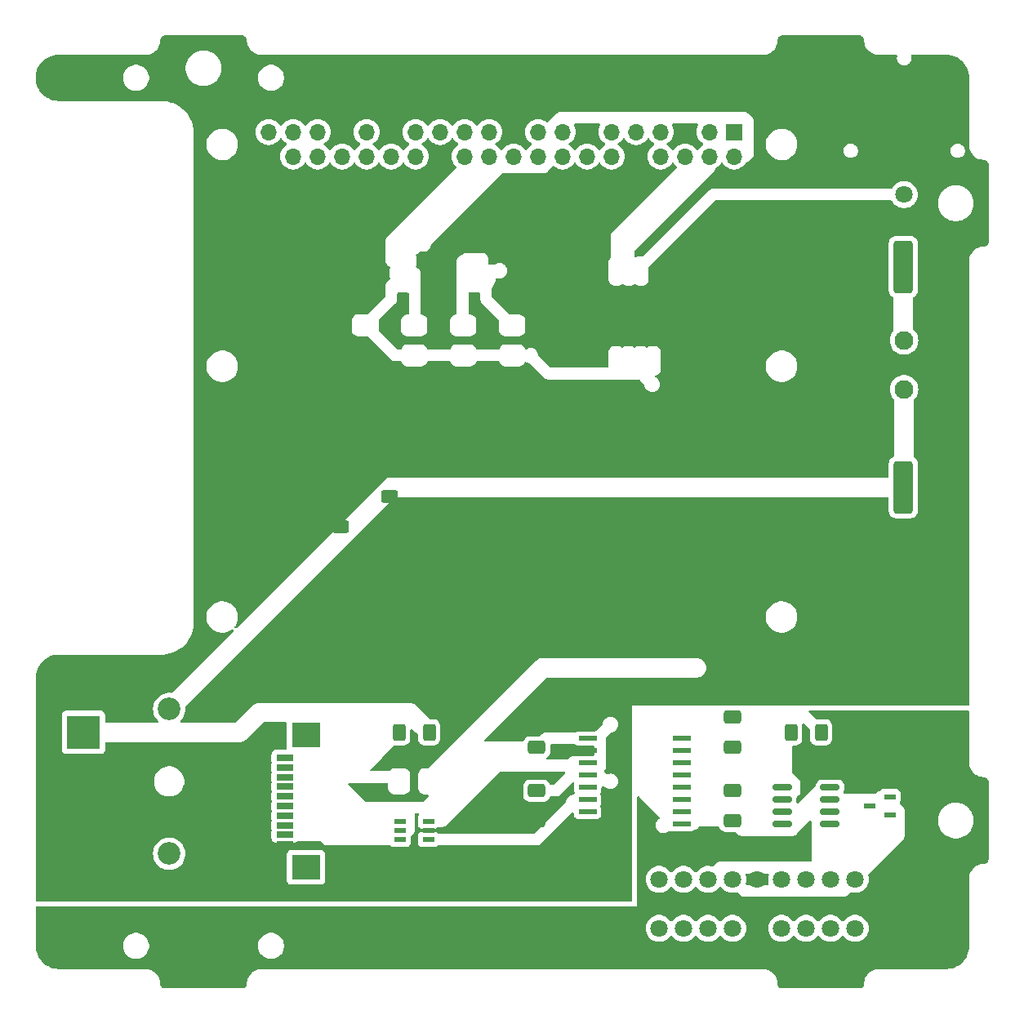
<source format=gbr>
%TF.GenerationSoftware,KiCad,Pcbnew,8.0.6-8.0.6-0~ubuntu24.04.1*%
%TF.CreationDate,2024-11-23T11:29:18+03:00*%
%TF.ProjectId,PM-CPU-RP,504d2d43-5055-42d5-9250-2e6b69636164,rev?*%
%TF.SameCoordinates,Original*%
%TF.FileFunction,Copper,L1,Top*%
%TF.FilePolarity,Positive*%
%FSLAX46Y46*%
G04 Gerber Fmt 4.6, Leading zero omitted, Abs format (unit mm)*
G04 Created by KiCad (PCBNEW 8.0.6-8.0.6-0~ubuntu24.04.1) date 2024-11-23 11:29:18*
%MOMM*%
%LPD*%
G01*
G04 APERTURE LIST*
G04 Aperture macros list*
%AMRoundRect*
0 Rectangle with rounded corners*
0 $1 Rounding radius*
0 $2 $3 $4 $5 $6 $7 $8 $9 X,Y pos of 4 corners*
0 Add a 4 corners polygon primitive as box body*
4,1,4,$2,$3,$4,$5,$6,$7,$8,$9,$2,$3,0*
0 Add four circle primitives for the rounded corners*
1,1,$1+$1,$2,$3*
1,1,$1+$1,$4,$5*
1,1,$1+$1,$6,$7*
1,1,$1+$1,$8,$9*
0 Add four rect primitives between the rounded corners*
20,1,$1+$1,$2,$3,$4,$5,0*
20,1,$1+$1,$4,$5,$6,$7,0*
20,1,$1+$1,$6,$7,$8,$9,0*
20,1,$1+$1,$8,$9,$2,$3,0*%
G04 Aperture macros list end*
%TA.AperFunction,ComponentPad*%
%ADD10O,6.350000X6.350000*%
%TD*%
%TA.AperFunction,SMDPad,CuDef*%
%ADD11R,1.181100X0.558800*%
%TD*%
%TA.AperFunction,ComponentPad*%
%ADD12C,1.800000*%
%TD*%
%TA.AperFunction,SMDPad,CuDef*%
%ADD13RoundRect,0.249999X-0.737501X-2.450001X0.737501X-2.450001X0.737501X2.450001X-0.737501X2.450001X0*%
%TD*%
%TA.AperFunction,ComponentPad*%
%ADD14O,1.700000X1.700000*%
%TD*%
%TA.AperFunction,ComponentPad*%
%ADD15R,1.700000X1.700000*%
%TD*%
%TA.AperFunction,SMDPad,CuDef*%
%ADD16RoundRect,0.250000X-0.400000X-0.625000X0.400000X-0.625000X0.400000X0.625000X-0.400000X0.625000X0*%
%TD*%
%TA.AperFunction,SMDPad,CuDef*%
%ADD17R,1.244600X0.558800*%
%TD*%
%TA.AperFunction,SMDPad,CuDef*%
%ADD18RoundRect,0.250000X-0.650000X0.412500X-0.650000X-0.412500X0.650000X-0.412500X0.650000X0.412500X0*%
%TD*%
%TA.AperFunction,SMDPad,CuDef*%
%ADD19RoundRect,0.250000X-0.625000X0.400000X-0.625000X-0.400000X0.625000X-0.400000X0.625000X0.400000X0*%
%TD*%
%TA.AperFunction,SMDPad,CuDef*%
%ADD20RoundRect,0.250000X0.650000X-0.412500X0.650000X0.412500X-0.650000X0.412500X-0.650000X-0.412500X0*%
%TD*%
%TA.AperFunction,ComponentPad*%
%ADD21R,3.500000X3.500000*%
%TD*%
%TA.AperFunction,ComponentPad*%
%ADD22C,3.500000*%
%TD*%
%TA.AperFunction,SMDPad,CuDef*%
%ADD23R,1.854200X0.482600*%
%TD*%
%TA.AperFunction,SMDPad,CuDef*%
%ADD24RoundRect,0.250000X1.450000X-0.537500X1.450000X0.537500X-1.450000X0.537500X-1.450000X-0.537500X0*%
%TD*%
%TA.AperFunction,SMDPad,CuDef*%
%ADD25RoundRect,0.150000X-0.825000X-0.150000X0.825000X-0.150000X0.825000X0.150000X-0.825000X0.150000X0*%
%TD*%
%TA.AperFunction,ComponentPad*%
%ADD26C,1.950000*%
%TD*%
%TA.AperFunction,SMDPad,CuDef*%
%ADD27R,1.803400X0.635000*%
%TD*%
%TA.AperFunction,SMDPad,CuDef*%
%ADD28R,2.997200X2.590800*%
%TD*%
%TA.AperFunction,SMDPad,CuDef*%
%ADD29RoundRect,0.250000X0.625000X-0.400000X0.625000X0.400000X-0.625000X0.400000X-0.625000X-0.400000X0*%
%TD*%
%TA.AperFunction,SMDPad,CuDef*%
%ADD30R,1.828800X0.533400*%
%TD*%
%TA.AperFunction,SMDPad,CuDef*%
%ADD31RoundRect,0.250000X0.400000X0.625000X-0.400000X0.625000X-0.400000X-0.625000X0.400000X-0.625000X0*%
%TD*%
%TA.AperFunction,SMDPad,CuDef*%
%ADD32RoundRect,0.150000X0.150000X-0.875000X0.150000X0.875000X-0.150000X0.875000X-0.150000X-0.875000X0*%
%TD*%
%TA.AperFunction,ComponentPad*%
%ADD33C,2.350000*%
%TD*%
G04 APERTURE END LIST*
D10*
%TO.P,PE1,1*%
%TO.N,PE*%
X-32000000Y-46000000D03*
%TD*%
D11*
%TO.P,U7,1,1A*%
%TO.N,/UART_RX*%
X-8693150Y-33970001D03*
%TO.P,U7,2,GND*%
%TO.N,GND*%
X-8693150Y-33020000D03*
%TO.P,U7,3,2A*%
%TO.N,/UART_TX*%
X-8693150Y-32069999D03*
%TO.P,U7,4,2Y*%
%TO.N,/subplates/LED_TX*%
X-11626850Y-32069999D03*
%TO.P,U7,5,VCC*%
%TO.N,+3.3V*%
X-11626850Y-33020000D03*
%TO.P,U7,6,1Y*%
%TO.N,/subplates/LED_RX*%
X-11626850Y-33970001D03*
%TD*%
D12*
%TO.P,J1,1,1*%
%TO.N,Net-(U6-VBAT)*%
X40640000Y32890000D03*
%TO.P,J1,2,2*%
%TO.N,GND*%
X40640000Y40640000D03*
%TD*%
D13*
%TO.P,C3,1*%
%TO.N,+5V*%
X40542500Y25400000D03*
%TO.P,C3,2*%
%TO.N,GND*%
X45817500Y25400000D03*
%TD*%
D14*
%TO.P,D1,1,3V3*%
%TO.N,+3.3V*%
X23010000Y36850000D03*
D15*
%TO.P,D1,2,5V*%
%TO.N,+5V*%
X23010000Y39390000D03*
D14*
%TO.P,D1,3,GPIO2/I2C_SDA*%
%TO.N,/SDA*%
X20470000Y36850000D03*
%TO.P,D1,4,5V*%
%TO.N,+5V*%
X20470000Y39390000D03*
%TO.P,D1,5,GPIO3/I2C_SCL*%
%TO.N,/SCL*%
X17930000Y36850000D03*
%TO.P,D1,6,GND*%
%TO.N,GND*%
X17930000Y39390000D03*
%TO.P,D1,7,GPIO4/GPCLK0*%
%TO.N,unconnected-(D1-GPIO4{slash}GPCLK0-Pad7)*%
X15390000Y36850000D03*
%TO.P,D1,8,GPIO14/UART_TX*%
%TO.N,/UART_TX*%
X15390000Y39390000D03*
%TO.P,D1,9,GND*%
%TO.N,GND*%
X12850000Y36850000D03*
%TO.P,D1,10,GPIO15/UART_RX*%
%TO.N,/UART_RX*%
X12850000Y39390000D03*
%TO.P,D1,11,GPIO17*%
%TO.N,unconnected-(D1-GPIO17-Pad11)*%
X10310000Y36850000D03*
%TO.P,D1,12,GPIO18/PCM_CLK*%
%TO.N,unconnected-(D1-GPIO18{slash}PCM_CLK-Pad12)*%
X10310000Y39390000D03*
%TO.P,D1,13,GPIO27*%
%TO.N,unconnected-(D1-GPIO27-Pad13)*%
X7770000Y36850000D03*
%TO.P,D1,14,GND*%
%TO.N,GND*%
X7770000Y39390000D03*
%TO.P,D1,15,GPIO22*%
%TO.N,/LED_0*%
X5230000Y36850000D03*
%TO.P,D1,16,GPIO23*%
%TO.N,/LED_1*%
X5230000Y39390000D03*
%TO.P,D1,17,3V3*%
%TO.N,+3.3V*%
X2690000Y36850000D03*
%TO.P,D1,18,GPIO24*%
%TO.N,/LED_2*%
X2690000Y39390000D03*
%TO.P,D1,19,GPIO10/SPI_MOSI*%
%TO.N,/SPI_MOSI*%
X150000Y36850000D03*
%TO.P,D1,20,GND*%
%TO.N,GND*%
X150000Y39390000D03*
%TO.P,D1,21,GPIO9/SPI_MISO*%
%TO.N,/SPI_MISO*%
X-2390000Y36850000D03*
%TO.P,D1,22,GPIO25*%
%TO.N,unconnected-(D1-GPIO25-Pad22)*%
X-2390000Y39390000D03*
%TO.P,D1,23,GPIO11/SPI_SCLK*%
%TO.N,/SPI_SCK*%
X-4930000Y36850000D03*
%TO.P,D1,24,GPIO8/SPI_CE0*%
%TO.N,/SPI_CS0*%
X-4930000Y39390000D03*
%TO.P,D1,25,GND*%
%TO.N,GND*%
X-7470000Y36850000D03*
%TO.P,D1,26,GPIO7/SPI_CE1*%
%TO.N,unconnected-(D1-GPIO7{slash}SPI_CE1-Pad26)*%
X-7470000Y39390000D03*
%TO.P,D1,27,GPIO0/EEPROM_SDA*%
%TO.N,unconnected-(D1-GPIO0{slash}EEPROM_SDA-Pad27)*%
X-10010000Y36850000D03*
%TO.P,D1,28,GPIO0/EEPROM_SCL*%
%TO.N,unconnected-(D1-GPIO0{slash}EEPROM_SCL-Pad28)*%
X-10010000Y39390000D03*
%TO.P,D1,29,GPIO5*%
%TO.N,unconnected-(D1-GPIO5-Pad29)*%
X-12550000Y36850000D03*
%TO.P,D1,30,GND*%
%TO.N,GND*%
X-12550000Y39390000D03*
%TO.P,D1,31,GPIO6*%
%TO.N,unconnected-(D1-GPIO6-Pad31)*%
X-15090000Y36850000D03*
%TO.P,D1,32,GPIO12/PWM0*%
%TO.N,unconnected-(D1-GPIO12{slash}PWM0-Pad32)*%
X-15090000Y39390000D03*
%TO.P,D1,33,GPIO13/PWM1*%
%TO.N,unconnected-(D1-GPIO13{slash}PWM1-Pad33)*%
X-17630000Y36850000D03*
%TO.P,D1,34,GND*%
%TO.N,GND*%
X-17630000Y39390000D03*
%TO.P,D1,35,GPIO19/PCM_FS*%
%TO.N,unconnected-(D1-GPIO19{slash}PCM_FS-Pad35)*%
X-20170000Y36850000D03*
%TO.P,D1,36,GPIO16*%
%TO.N,unconnected-(D1-GPIO16-Pad36)*%
X-20170000Y39390000D03*
%TO.P,D1,37,GPIO26*%
%TO.N,unconnected-(D1-GPIO26-Pad37)*%
X-22710000Y36850000D03*
%TO.P,D1,38,GPIO20/PCM_DIN*%
%TO.N,unconnected-(D1-GPIO20{slash}PCM_DIN-Pad38)*%
X-22710000Y39390000D03*
%TO.P,D1,39,GND*%
%TO.N,GND*%
X-25250000Y36850000D03*
%TO.P,D1,40,GPIO20/PCM_DOUT*%
%TO.N,unconnected-(D1-GPIO20{slash}PCM_DOUT-Pad40)*%
X-25250000Y39390000D03*
%TD*%
D16*
%TO.P,R6,1*%
%TO.N,/UART_RTS_ISO*%
X28930000Y-22860000D03*
%TO.P,R6,2*%
%TO.N,GND_ISO*%
X32030000Y-22860000D03*
%TD*%
D17*
%TO.P,CR1,1,1*%
%TO.N,/RS485_A*%
X39154100Y-31430001D03*
%TO.P,CR1,2,2*%
%TO.N,/RS485_B*%
X39154100Y-29529999D03*
%TO.P,CR1,3,3*%
%TO.N,GND_ISO*%
X37045900Y-30480000D03*
%TD*%
D18*
%TO.P,C8,1*%
%TO.N,+3.3V_ISO*%
X22860000Y-28917500D03*
%TO.P,C8,2*%
%TO.N,GND_ISO*%
X22860000Y-32042500D03*
%TD*%
D19*
%TO.P,R1,1*%
%TO.N,+5V*%
X35560000Y26950000D03*
%TO.P,R1,2*%
%TO.N,/subplates/LED_5V*%
X35560000Y23850000D03*
%TD*%
D20*
%TO.P,C5,1*%
%TO.N,+3.3V*%
X2540000Y-24422500D03*
%TO.P,C5,2*%
%TO.N,GND*%
X2540000Y-21297500D03*
%TD*%
D21*
%TO.P,J6,1,Pin_1*%
%TO.N,+24V*%
X-44450000Y-22860000D03*
D22*
%TO.P,J6,2,Pin_2*%
%TO.N,GND*%
X-44450000Y-27940000D03*
%TD*%
D23*
%TO.P,U4,1,VDD*%
%TO.N,+3.3V*%
X7823200Y-23495000D03*
%TO.P,U4,2,GNDA*%
%TO.N,GND*%
X7823200Y-24765000D03*
%TO.P,U4,3,VI1*%
%TO.N,/UART_TX*%
X7823200Y-26035000D03*
%TO.P,U4,4,VI2*%
%TO.N,/UART_RTS*%
X7823200Y-27305000D03*
%TO.P,U4,5,VI3*%
%TO.N,unconnected-(U4-VI3-Pad5)*%
X7823200Y-28575000D03*
%TO.P,U4,6,VO4*%
%TO.N,/UART_RX*%
X7823200Y-29845000D03*
%TO.P,U4,7,NC*%
%TO.N,unconnected-(U4-NC-Pad7)*%
X7823200Y-31115000D03*
%TO.P,U4,8,GNDA*%
%TO.N,GND*%
X7823200Y-32385000D03*
%TO.P,U4,9,GNDB*%
%TO.N,GND_ISO*%
X17576800Y-32385000D03*
%TO.P,U4,10,SEL*%
X17576800Y-31115000D03*
%TO.P,U4,11,VI4*%
%TO.N,/UART_RX_ISO*%
X17576800Y-29845000D03*
%TO.P,U4,12,VO3*%
%TO.N,unconnected-(U4-VO3-Pad12)*%
X17576800Y-28575000D03*
%TO.P,U4,13,VO2*%
%TO.N,/UART_RTS_ISO*%
X17576800Y-27305000D03*
%TO.P,U4,14,VO1*%
%TO.N,/UART_TX_ISO*%
X17576800Y-26035000D03*
%TO.P,U4,15,GNDB*%
%TO.N,GND_ISO*%
X17576800Y-24765000D03*
%TO.P,U4,16,VISO*%
%TO.N,+3.3V_ISO*%
X17576800Y-23495000D03*
%TD*%
D24*
%TO.P,C1,1*%
%TO.N,PE*%
X-46000000Y-43137500D03*
%TO.P,C1,2*%
%TO.N,GND*%
X-46000000Y-38862500D03*
%TD*%
D25*
%TO.P,U5,1,RO*%
%TO.N,/UART_RX_ISO*%
X28005000Y-28575000D03*
%TO.P,U5,2,~{RE}*%
%TO.N,/UART_RTS_ISO*%
X28005000Y-29845000D03*
%TO.P,U5,3,DE*%
X28005000Y-31115000D03*
%TO.P,U5,4,DI*%
%TO.N,/UART_TX_ISO*%
X28005000Y-32385000D03*
%TO.P,U5,5,GND*%
%TO.N,GND_ISO*%
X32955000Y-32385000D03*
%TO.P,U5,6,A*%
%TO.N,/RS485_A*%
X32955000Y-31115000D03*
%TO.P,U5,7,B*%
%TO.N,/RS485_B*%
X32955000Y-29845000D03*
%TO.P,U5,8,VCC*%
%TO.N,+3.3V_ISO*%
X32955000Y-28575000D03*
%TD*%
D18*
%TO.P,C6,1*%
%TO.N,+3.3V*%
X2540000Y-28917500D03*
%TO.P,C6,2*%
%TO.N,GND*%
X2540000Y-32042500D03*
%TD*%
D26*
%TO.P,J4,1,VIN*%
%TO.N,Net-(J4-VIN)*%
X40640000Y12700000D03*
%TO.P,J4,2,GND*%
%TO.N,GND*%
X40640000Y15240000D03*
%TO.P,J4,3,+VO*%
%TO.N,+5V*%
X40640000Y17780000D03*
%TD*%
D27*
%TO.P,J9,1,Pin_1*%
%TO.N,GND*%
X-23556000Y-34499991D03*
%TO.P,J9,2,Pin_2*%
%TO.N,/subplates/LED_RX*%
X-23556000Y-33499993D03*
%TO.P,J9,3,Pin_3*%
%TO.N,/subplates/LED_TX*%
X-23556000Y-32499995D03*
%TO.P,J9,4,Pin_4*%
%TO.N,/LED_2*%
X-23556000Y-31499997D03*
%TO.P,J9,5,Pin_5*%
%TO.N,/LED_1*%
X-23556000Y-30499999D03*
%TO.P,J9,6,Pin_6*%
%TO.N,/LED_0*%
X-23556000Y-29500001D03*
%TO.P,J9,7,Pin_7*%
%TO.N,+3.3V*%
X-23556000Y-28500003D03*
%TO.P,J9,8,Pin_8*%
%TO.N,/subplates/LED_5V*%
X-23556000Y-27500005D03*
%TO.P,J9,9,Pin_9*%
%TO.N,/subplates/LED_24V*%
X-23556000Y-26500007D03*
%TO.P,J9,10,Pin_10*%
%TO.N,unconnected-(J9-Pin_10-Pad10)*%
X-23556000Y-25500009D03*
D28*
%TO.P,J9,11*%
%TO.N,N/C*%
X-21385999Y-36850002D03*
%TO.P,J9,12*%
X-21385999Y-23149998D03*
%TD*%
D29*
%TO.P,R5,1*%
%TO.N,+3.3V*%
X-12700000Y-1550000D03*
%TO.P,R5,2*%
%TO.N,/SPI_CS0*%
X-12700000Y1550000D03*
%TD*%
D18*
%TO.P,C4,1*%
%TO.N,+3.3V*%
X-27940000Y1562500D03*
%TO.P,C4,2*%
%TO.N,GND*%
X-27940000Y-1562500D03*
%TD*%
D30*
%TO.P,U3,1,/CS*%
%TO.N,/SPI_CS0*%
X-16624300Y5715000D03*
%TO.P,U3,2,DO(IO1)*%
%TO.N,/SPI_MISO*%
X-16624300Y6985000D03*
%TO.P,U3,3,/WP(IO2)*%
%TO.N,Net-(U3-{slash}WP(IO2))*%
X-16624300Y8255000D03*
%TO.P,U3,4,GND*%
%TO.N,GND*%
X-16624300Y9525000D03*
%TO.P,U3,5,DI(IO0)*%
%TO.N,/SPI_MOSI*%
X-24015700Y9525000D03*
%TO.P,U3,6,CLK*%
%TO.N,/SPI_SCK*%
X-24015700Y8255000D03*
%TO.P,U3,7,/HOLD_(IO3)*%
%TO.N,Net-(U3-{slash}HOLD_(IO3))*%
X-24015700Y6985000D03*
%TO.P,U3,8,VCC*%
%TO.N,+3.3V*%
X-24015700Y5715000D03*
%TD*%
D13*
%TO.P,C2,1*%
%TO.N,Net-(J4-VIN)*%
X40542500Y2540000D03*
%TO.P,C2,2*%
%TO.N,GND*%
X45817500Y2540000D03*
%TD*%
D20*
%TO.P,C7,1*%
%TO.N,+3.3V_ISO*%
X22860000Y-24422500D03*
%TO.P,C7,2*%
%TO.N,GND_ISO*%
X22860000Y-21297500D03*
%TD*%
D31*
%TO.P,R2,1*%
%TO.N,+24V*%
X-8610000Y-22860000D03*
%TO.P,R2,2*%
%TO.N,/subplates/LED_24V*%
X-11710000Y-22860000D03*
%TD*%
D32*
%TO.P,U6,1,32KHZ*%
%TO.N,unconnected-(U6-32KHZ-Pad1)*%
X36195000Y-17350000D03*
%TO.P,U6,2,VCC*%
%TO.N,+3.3V*%
X37465000Y-17350000D03*
%TO.P,U6,3,~{INT}/SQW*%
%TO.N,unconnected-(U6-~{INT}{slash}SQW-Pad3)*%
X38735000Y-17350000D03*
%TO.P,U6,4,~{RST}*%
%TO.N,+3.3V*%
X40005000Y-17350000D03*
%TO.P,U6,5,GND*%
%TO.N,GND*%
X41275000Y-17350000D03*
%TO.P,U6,6,GND*%
X42545000Y-17350000D03*
%TO.P,U6,7,GND*%
X43815000Y-17350000D03*
%TO.P,U6,8,GND*%
X45085000Y-17350000D03*
%TO.P,U6,9,GND*%
X45085000Y-8050000D03*
%TO.P,U6,10,GND*%
X43815000Y-8050000D03*
%TO.P,U6,11,GND*%
X42545000Y-8050000D03*
%TO.P,U6,12,GND*%
X41275000Y-8050000D03*
%TO.P,U6,13,GND*%
X40005000Y-8050000D03*
%TO.P,U6,14,VBAT*%
%TO.N,Net-(U6-VBAT)*%
X38735000Y-8050000D03*
%TO.P,U6,15,SDA*%
%TO.N,/SDA*%
X37465000Y-8050000D03*
%TO.P,U6,16,SCL*%
%TO.N,/SCL*%
X36195000Y-8050000D03*
%TD*%
D29*
%TO.P,R4,1*%
%TO.N,+3.3V*%
X-17780000Y-1550000D03*
%TO.P,R4,2*%
%TO.N,Net-(U3-{slash}WP(IO2))*%
X-17780000Y1550000D03*
%TD*%
%TO.P,R3,1*%
%TO.N,+3.3V*%
X-22860000Y-1550000D03*
%TO.P,R3,2*%
%TO.N,Net-(U3-{slash}HOLD_(IO3))*%
X-22860000Y1550000D03*
%TD*%
D12*
%TO.P,XG1,1,Pin_1*%
%TO.N,unconnected-(XG1-Pin_1-Pad1)_1*%
X15240000Y-38100000D03*
%TO.N,unconnected-(XG1-Pin_1-Pad1)*%
X15240000Y-43180000D03*
%TO.P,XG1,2,Pin_2*%
%TO.N,unconnected-(XG1-Pin_2-Pad2)*%
X17780000Y-38100000D03*
%TO.N,unconnected-(XG1-Pin_2-Pad2)_1*%
X17780000Y-43180000D03*
%TO.P,XG1,3,Pin_3*%
%TO.N,/RS485_A*%
X20320000Y-38100000D03*
%TO.P,XG1,4,Pin_4*%
%TO.N,/RS485_B*%
X22860000Y-38100000D03*
%TO.P,XG1,5,Pin_5*%
%TO.N,PE*%
X25400000Y-38100000D03*
X25400000Y-43180000D03*
%TO.P,XG1,6,Pin_6*%
%TO.N,unconnected-(XG1-Pin_6-Pad6)_1*%
X27940000Y-38100000D03*
%TO.N,unconnected-(XG1-Pin_6-Pad6)*%
X27940000Y-43180000D03*
%TO.P,XG1,7,Pin_7*%
%TO.N,unconnected-(XG1-Pin_7-Pad7)*%
X30480000Y-38100000D03*
%TO.N,unconnected-(XG1-Pin_7-Pad7)_1*%
X30480000Y-43180000D03*
%TO.P,XG1,8,Pin_8*%
%TO.N,/RS485_A*%
X33020000Y-38100000D03*
%TO.P,XG1,9,Pin_9*%
%TO.N,/RS485_B*%
X35560000Y-38100000D03*
%TO.P,XG1,10,Pin_10*%
%TO.N,PE*%
X38100000Y-38100000D03*
X38100000Y-43180000D03*
%TO.P,XG1,13*%
%TO.N,N/C*%
X20320000Y-43180000D03*
%TO.P,XG1,14*%
X22860000Y-43180000D03*
%TO.P,XG1,18*%
X33020000Y-43180000D03*
%TO.P,XG1,19*%
X35560000Y-43180000D03*
%TD*%
D33*
%TO.P,U1,1,1*%
%TO.N,+24V*%
X-35560000Y-35440000D03*
%TO.P,U1,2,2*%
%TO.N,Net-(J4-VIN)*%
X-35560000Y-20440000D03*
%TD*%
%TA.AperFunction,Conductor*%
%TO.N,PE*%
G36*
X47342539Y-20593685D02*
G01*
X47388294Y-20646489D01*
X47399500Y-20698000D01*
X47399500Y-26107317D01*
X47430044Y-26319764D01*
X47430047Y-26319774D01*
X47490517Y-26525715D01*
X47579672Y-26720938D01*
X47579679Y-26720951D01*
X47615794Y-26777147D01*
X47695719Y-26901513D01*
X47712273Y-26920617D01*
X47836275Y-27063724D01*
X47957801Y-27169026D01*
X47998487Y-27204281D01*
X48092956Y-27264992D01*
X48179048Y-27320320D01*
X48179061Y-27320327D01*
X48374284Y-27409482D01*
X48374288Y-27409483D01*
X48374290Y-27409484D01*
X48580231Y-27469954D01*
X48580232Y-27469954D01*
X48580235Y-27469955D01*
X48643584Y-27479062D01*
X48792682Y-27500500D01*
X48834108Y-27500500D01*
X48893038Y-27500500D01*
X48906922Y-27501280D01*
X48997266Y-27511459D01*
X49024331Y-27517636D01*
X49103540Y-27545352D01*
X49128553Y-27557398D01*
X49199606Y-27602043D01*
X49221313Y-27619355D01*
X49280644Y-27678686D01*
X49297957Y-27700395D01*
X49342600Y-27771444D01*
X49354648Y-27796462D01*
X49382362Y-27875666D01*
X49388540Y-27902735D01*
X49398720Y-27993076D01*
X49399500Y-28006961D01*
X49399500Y-35993038D01*
X49398720Y-36006923D01*
X49388540Y-36097264D01*
X49382362Y-36124333D01*
X49354648Y-36203537D01*
X49342600Y-36228555D01*
X49297957Y-36299604D01*
X49280644Y-36321313D01*
X49221313Y-36380644D01*
X49199604Y-36397957D01*
X49128555Y-36442600D01*
X49103537Y-36454648D01*
X49024333Y-36482362D01*
X48997264Y-36488540D01*
X48917075Y-36497576D01*
X48906921Y-36498720D01*
X48893038Y-36499500D01*
X48792682Y-36499500D01*
X48580235Y-36530044D01*
X48580225Y-36530047D01*
X48374284Y-36590517D01*
X48179061Y-36679672D01*
X48179048Y-36679679D01*
X47998485Y-36795720D01*
X47836275Y-36936275D01*
X47695720Y-37098485D01*
X47579679Y-37279048D01*
X47579672Y-37279061D01*
X47490517Y-37474284D01*
X47430047Y-37680225D01*
X47430044Y-37680235D01*
X47399500Y-37892682D01*
X47399500Y-44996249D01*
X47399274Y-45003736D01*
X47382457Y-45281741D01*
X47380652Y-45296605D01*
X47331126Y-45566862D01*
X47327542Y-45581402D01*
X47245803Y-45843709D01*
X47240494Y-45857709D01*
X47127729Y-46108264D01*
X47120770Y-46121523D01*
X46978630Y-46356652D01*
X46970124Y-46368975D01*
X46800675Y-46585261D01*
X46790745Y-46596469D01*
X46596469Y-46790745D01*
X46585261Y-46800675D01*
X46368975Y-46970124D01*
X46356652Y-46978630D01*
X46121523Y-47120770D01*
X46108264Y-47127729D01*
X45857709Y-47240494D01*
X45843709Y-47245803D01*
X45581402Y-47327542D01*
X45566862Y-47331126D01*
X45296605Y-47380652D01*
X45281741Y-47382457D01*
X45003736Y-47399274D01*
X44996249Y-47399500D01*
X37892682Y-47399500D01*
X37680235Y-47430044D01*
X37680225Y-47430047D01*
X37474284Y-47490517D01*
X37279061Y-47579672D01*
X37279048Y-47579679D01*
X37098485Y-47695720D01*
X36936275Y-47836275D01*
X36795720Y-47998485D01*
X36679679Y-48179048D01*
X36679672Y-48179061D01*
X36590517Y-48374284D01*
X36530047Y-48580225D01*
X36530044Y-48580235D01*
X36499500Y-48792682D01*
X36499500Y-48893038D01*
X36498720Y-48906923D01*
X36488540Y-48997264D01*
X36482362Y-49024333D01*
X36454648Y-49103537D01*
X36442600Y-49128555D01*
X36397957Y-49199604D01*
X36380644Y-49221313D01*
X36321313Y-49280644D01*
X36299604Y-49297957D01*
X36228555Y-49342600D01*
X36203537Y-49354648D01*
X36124333Y-49382362D01*
X36097264Y-49388540D01*
X36017075Y-49397576D01*
X36006921Y-49398720D01*
X35993038Y-49399500D01*
X28006962Y-49399500D01*
X27993078Y-49398720D01*
X27980553Y-49397308D01*
X27902735Y-49388540D01*
X27875666Y-49382362D01*
X27796462Y-49354648D01*
X27771444Y-49342600D01*
X27700395Y-49297957D01*
X27678686Y-49280644D01*
X27619355Y-49221313D01*
X27602042Y-49199604D01*
X27557399Y-49128555D01*
X27545351Y-49103537D01*
X27517637Y-49024333D01*
X27511459Y-48997263D01*
X27501280Y-48906922D01*
X27500500Y-48893038D01*
X27500500Y-48792683D01*
X27500500Y-48792682D01*
X27469954Y-48580231D01*
X27409484Y-48374290D01*
X27409483Y-48374288D01*
X27409482Y-48374284D01*
X27320327Y-48179061D01*
X27320320Y-48179048D01*
X27227120Y-48034026D01*
X27204281Y-47998487D01*
X27171172Y-47960277D01*
X27063724Y-47836275D01*
X26901514Y-47695720D01*
X26901513Y-47695719D01*
X26824634Y-47646312D01*
X26720951Y-47579679D01*
X26720938Y-47579672D01*
X26525715Y-47490517D01*
X26319774Y-47430047D01*
X26319764Y-47430044D01*
X26128754Y-47402582D01*
X26107318Y-47399500D01*
X26065892Y-47399500D01*
X-25934108Y-47399500D01*
X-26000000Y-47399500D01*
X-26107318Y-47399500D01*
X-26319765Y-47430044D01*
X-26319775Y-47430047D01*
X-26525716Y-47490517D01*
X-26720939Y-47579672D01*
X-26720952Y-47579679D01*
X-26901515Y-47695720D01*
X-27063725Y-47836275D01*
X-27204280Y-47998485D01*
X-27320321Y-48179048D01*
X-27320328Y-48179061D01*
X-27409483Y-48374284D01*
X-27469953Y-48580225D01*
X-27469956Y-48580235D01*
X-27500500Y-48792682D01*
X-27500500Y-48893038D01*
X-27501280Y-48906923D01*
X-27511460Y-48997264D01*
X-27517638Y-49024333D01*
X-27545352Y-49103537D01*
X-27557400Y-49128555D01*
X-27602043Y-49199604D01*
X-27619356Y-49221313D01*
X-27678687Y-49280644D01*
X-27700396Y-49297957D01*
X-27771445Y-49342600D01*
X-27796463Y-49354648D01*
X-27875667Y-49382362D01*
X-27902736Y-49388540D01*
X-27982925Y-49397576D01*
X-27993079Y-49398720D01*
X-28006962Y-49399500D01*
X-35993038Y-49399500D01*
X-36006922Y-49398720D01*
X-36019447Y-49397308D01*
X-36097265Y-49388540D01*
X-36124334Y-49382362D01*
X-36203538Y-49354648D01*
X-36228556Y-49342600D01*
X-36299605Y-49297957D01*
X-36321314Y-49280644D01*
X-36380645Y-49221313D01*
X-36397958Y-49199604D01*
X-36442601Y-49128555D01*
X-36454649Y-49103537D01*
X-36482363Y-49024333D01*
X-36488541Y-48997263D01*
X-36498720Y-48906922D01*
X-36499500Y-48893038D01*
X-36499500Y-48792683D01*
X-36499500Y-48792682D01*
X-36530046Y-48580231D01*
X-36590516Y-48374290D01*
X-36590517Y-48374288D01*
X-36590518Y-48374284D01*
X-36679673Y-48179061D01*
X-36679680Y-48179048D01*
X-36772880Y-48034026D01*
X-36795719Y-47998487D01*
X-36828828Y-47960277D01*
X-36936276Y-47836275D01*
X-37098486Y-47695720D01*
X-37098487Y-47695719D01*
X-37175366Y-47646312D01*
X-37279049Y-47579679D01*
X-37279062Y-47579672D01*
X-37474285Y-47490517D01*
X-37680226Y-47430047D01*
X-37680236Y-47430044D01*
X-37871246Y-47402582D01*
X-37892682Y-47399500D01*
X-37892683Y-47399500D01*
X-46996249Y-47399500D01*
X-47003736Y-47399274D01*
X-47281742Y-47382457D01*
X-47296606Y-47380652D01*
X-47566863Y-47331126D01*
X-47581403Y-47327542D01*
X-47843710Y-47245803D01*
X-47857710Y-47240494D01*
X-48108265Y-47127729D01*
X-48121524Y-47120770D01*
X-48356653Y-46978630D01*
X-48368976Y-46970124D01*
X-48585262Y-46800675D01*
X-48596470Y-46790745D01*
X-48790746Y-46596469D01*
X-48800676Y-46585261D01*
X-48970125Y-46368975D01*
X-48978627Y-46356658D01*
X-49120772Y-46121522D01*
X-49127730Y-46108264D01*
X-49240496Y-45857706D01*
X-49245804Y-45843709D01*
X-49327543Y-45581402D01*
X-49331127Y-45566862D01*
X-49340006Y-45518412D01*
X-49380653Y-45296605D01*
X-49382458Y-45281741D01*
X-49399274Y-45003736D01*
X-49399500Y-44996249D01*
X-49399500Y-44893713D01*
X-40350500Y-44893713D01*
X-40350500Y-45106286D01*
X-40317247Y-45316239D01*
X-40251556Y-45518414D01*
X-40155049Y-45707820D01*
X-40030110Y-45879786D01*
X-39879787Y-46030109D01*
X-39707821Y-46155048D01*
X-39707819Y-46155049D01*
X-39707816Y-46155051D01*
X-39518412Y-46251557D01*
X-39316243Y-46317246D01*
X-39106287Y-46350500D01*
X-39106286Y-46350500D01*
X-38893714Y-46350500D01*
X-38893713Y-46350500D01*
X-38683757Y-46317246D01*
X-38481588Y-46251557D01*
X-38292184Y-46155051D01*
X-38227787Y-46108264D01*
X-38120214Y-46030109D01*
X-38120212Y-46030106D01*
X-38120208Y-46030104D01*
X-37969896Y-45879792D01*
X-37969894Y-45879788D01*
X-37969891Y-45879786D01*
X-37844952Y-45707820D01*
X-37844953Y-45707820D01*
X-37844949Y-45707816D01*
X-37748443Y-45518412D01*
X-37682754Y-45316243D01*
X-37649500Y-45106287D01*
X-37649500Y-44893713D01*
X-26350500Y-44893713D01*
X-26350500Y-45106286D01*
X-26317247Y-45316239D01*
X-26251556Y-45518414D01*
X-26155049Y-45707820D01*
X-26030110Y-45879786D01*
X-25879787Y-46030109D01*
X-25707821Y-46155048D01*
X-25707819Y-46155049D01*
X-25707816Y-46155051D01*
X-25518412Y-46251557D01*
X-25316243Y-46317246D01*
X-25106287Y-46350500D01*
X-25106286Y-46350500D01*
X-24893714Y-46350500D01*
X-24893713Y-46350500D01*
X-24683757Y-46317246D01*
X-24481588Y-46251557D01*
X-24292184Y-46155051D01*
X-24227787Y-46108264D01*
X-24120214Y-46030109D01*
X-24120212Y-46030106D01*
X-24120208Y-46030104D01*
X-23969896Y-45879792D01*
X-23969894Y-45879788D01*
X-23969891Y-45879786D01*
X-23844952Y-45707820D01*
X-23844953Y-45707820D01*
X-23844949Y-45707816D01*
X-23748443Y-45518412D01*
X-23682754Y-45316243D01*
X-23649500Y-45106287D01*
X-23649500Y-44893713D01*
X-23682754Y-44683757D01*
X-23748443Y-44481588D01*
X-23844949Y-44292184D01*
X-23844951Y-44292181D01*
X-23844952Y-44292179D01*
X-23969891Y-44120213D01*
X-24120214Y-43969890D01*
X-24292180Y-43844951D01*
X-24481586Y-43748444D01*
X-24481587Y-43748443D01*
X-24481588Y-43748443D01*
X-24683757Y-43682754D01*
X-24683759Y-43682753D01*
X-24683760Y-43682753D01*
X-24845043Y-43657208D01*
X-24893713Y-43649500D01*
X-25106287Y-43649500D01*
X-25154958Y-43657208D01*
X-25316240Y-43682753D01*
X-25518415Y-43748444D01*
X-25707821Y-43844951D01*
X-25879787Y-43969890D01*
X-26030110Y-44120213D01*
X-26155049Y-44292179D01*
X-26251556Y-44481585D01*
X-26317247Y-44683760D01*
X-26350500Y-44893713D01*
X-37649500Y-44893713D01*
X-37682754Y-44683757D01*
X-37748443Y-44481588D01*
X-37844949Y-44292184D01*
X-37844951Y-44292181D01*
X-37844952Y-44292179D01*
X-37969891Y-44120213D01*
X-38120214Y-43969890D01*
X-38292180Y-43844951D01*
X-38481586Y-43748444D01*
X-38481587Y-43748443D01*
X-38481588Y-43748443D01*
X-38683757Y-43682754D01*
X-38683759Y-43682753D01*
X-38683760Y-43682753D01*
X-38845043Y-43657208D01*
X-38893713Y-43649500D01*
X-39106287Y-43649500D01*
X-39154958Y-43657208D01*
X-39316240Y-43682753D01*
X-39518415Y-43748444D01*
X-39707821Y-43844951D01*
X-39879787Y-43969890D01*
X-40030110Y-44120213D01*
X-40155049Y-44292179D01*
X-40251556Y-44481585D01*
X-40317247Y-44683760D01*
X-40350500Y-44893713D01*
X-49399500Y-44893713D01*
X-49399500Y-43179993D01*
X13834700Y-43179993D01*
X13834700Y-43180006D01*
X13853864Y-43411297D01*
X13853866Y-43411308D01*
X13910842Y-43636300D01*
X14004075Y-43848848D01*
X14131016Y-44043147D01*
X14131019Y-44043151D01*
X14131021Y-44043153D01*
X14288216Y-44213913D01*
X14288219Y-44213915D01*
X14288222Y-44213918D01*
X14471365Y-44356464D01*
X14471371Y-44356468D01*
X14471374Y-44356470D01*
X14675497Y-44466936D01*
X14789487Y-44506068D01*
X14895015Y-44542297D01*
X14895017Y-44542297D01*
X14895019Y-44542298D01*
X15123951Y-44580500D01*
X15123952Y-44580500D01*
X15356048Y-44580500D01*
X15356049Y-44580500D01*
X15584981Y-44542298D01*
X15804503Y-44466936D01*
X16008626Y-44356470D01*
X16191784Y-44213913D01*
X16348979Y-44043153D01*
X16406191Y-43955582D01*
X16459337Y-43910226D01*
X16528568Y-43900802D01*
X16591904Y-43930304D01*
X16613809Y-43955583D01*
X16671016Y-44043147D01*
X16671019Y-44043151D01*
X16671021Y-44043153D01*
X16828216Y-44213913D01*
X16828219Y-44213915D01*
X16828222Y-44213918D01*
X17011365Y-44356464D01*
X17011371Y-44356468D01*
X17011374Y-44356470D01*
X17215497Y-44466936D01*
X17329487Y-44506068D01*
X17435015Y-44542297D01*
X17435017Y-44542297D01*
X17435019Y-44542298D01*
X17663951Y-44580500D01*
X17663952Y-44580500D01*
X17896048Y-44580500D01*
X17896049Y-44580500D01*
X18124981Y-44542298D01*
X18344503Y-44466936D01*
X18548626Y-44356470D01*
X18731784Y-44213913D01*
X18888979Y-44043153D01*
X18946191Y-43955582D01*
X18999337Y-43910226D01*
X19068568Y-43900802D01*
X19131904Y-43930304D01*
X19153809Y-43955583D01*
X19211016Y-44043147D01*
X19211019Y-44043151D01*
X19211021Y-44043153D01*
X19368216Y-44213913D01*
X19368219Y-44213915D01*
X19368222Y-44213918D01*
X19551365Y-44356464D01*
X19551371Y-44356468D01*
X19551374Y-44356470D01*
X19755497Y-44466936D01*
X19869487Y-44506068D01*
X19975015Y-44542297D01*
X19975017Y-44542297D01*
X19975019Y-44542298D01*
X20203951Y-44580500D01*
X20203952Y-44580500D01*
X20436048Y-44580500D01*
X20436049Y-44580500D01*
X20664981Y-44542298D01*
X20884503Y-44466936D01*
X21088626Y-44356470D01*
X21271784Y-44213913D01*
X21428979Y-44043153D01*
X21486191Y-43955582D01*
X21539337Y-43910226D01*
X21608568Y-43900802D01*
X21671904Y-43930304D01*
X21693809Y-43955583D01*
X21751016Y-44043147D01*
X21751019Y-44043151D01*
X21751021Y-44043153D01*
X21908216Y-44213913D01*
X21908219Y-44213915D01*
X21908222Y-44213918D01*
X22091365Y-44356464D01*
X22091371Y-44356468D01*
X22091374Y-44356470D01*
X22295497Y-44466936D01*
X22409487Y-44506068D01*
X22515015Y-44542297D01*
X22515017Y-44542297D01*
X22515019Y-44542298D01*
X22743951Y-44580500D01*
X22743952Y-44580500D01*
X22976048Y-44580500D01*
X22976049Y-44580500D01*
X23204981Y-44542298D01*
X23424503Y-44466936D01*
X23628626Y-44356470D01*
X23811784Y-44213913D01*
X23968979Y-44043153D01*
X24095924Y-43848849D01*
X24189157Y-43636300D01*
X24246134Y-43411305D01*
X24265300Y-43180000D01*
X24265300Y-43179993D01*
X26534700Y-43179993D01*
X26534700Y-43180006D01*
X26553864Y-43411297D01*
X26553866Y-43411308D01*
X26610842Y-43636300D01*
X26704075Y-43848848D01*
X26831016Y-44043147D01*
X26831019Y-44043151D01*
X26831021Y-44043153D01*
X26988216Y-44213913D01*
X26988219Y-44213915D01*
X26988222Y-44213918D01*
X27171365Y-44356464D01*
X27171371Y-44356468D01*
X27171374Y-44356470D01*
X27375497Y-44466936D01*
X27489487Y-44506068D01*
X27595015Y-44542297D01*
X27595017Y-44542297D01*
X27595019Y-44542298D01*
X27823951Y-44580500D01*
X27823952Y-44580500D01*
X28056048Y-44580500D01*
X28056049Y-44580500D01*
X28284981Y-44542298D01*
X28504503Y-44466936D01*
X28708626Y-44356470D01*
X28891784Y-44213913D01*
X29048979Y-44043153D01*
X29106191Y-43955582D01*
X29159337Y-43910226D01*
X29228568Y-43900802D01*
X29291904Y-43930304D01*
X29313809Y-43955583D01*
X29371016Y-44043147D01*
X29371019Y-44043151D01*
X29371021Y-44043153D01*
X29528216Y-44213913D01*
X29528219Y-44213915D01*
X29528222Y-44213918D01*
X29711365Y-44356464D01*
X29711371Y-44356468D01*
X29711374Y-44356470D01*
X29915497Y-44466936D01*
X30029487Y-44506068D01*
X30135015Y-44542297D01*
X30135017Y-44542297D01*
X30135019Y-44542298D01*
X30363951Y-44580500D01*
X30363952Y-44580500D01*
X30596048Y-44580500D01*
X30596049Y-44580500D01*
X30824981Y-44542298D01*
X31044503Y-44466936D01*
X31248626Y-44356470D01*
X31431784Y-44213913D01*
X31588979Y-44043153D01*
X31646191Y-43955582D01*
X31699337Y-43910226D01*
X31768568Y-43900802D01*
X31831904Y-43930304D01*
X31853809Y-43955583D01*
X31911016Y-44043147D01*
X31911019Y-44043151D01*
X31911021Y-44043153D01*
X32068216Y-44213913D01*
X32068219Y-44213915D01*
X32068222Y-44213918D01*
X32251365Y-44356464D01*
X32251371Y-44356468D01*
X32251374Y-44356470D01*
X32455497Y-44466936D01*
X32569487Y-44506068D01*
X32675015Y-44542297D01*
X32675017Y-44542297D01*
X32675019Y-44542298D01*
X32903951Y-44580500D01*
X32903952Y-44580500D01*
X33136048Y-44580500D01*
X33136049Y-44580500D01*
X33364981Y-44542298D01*
X33584503Y-44466936D01*
X33788626Y-44356470D01*
X33971784Y-44213913D01*
X34128979Y-44043153D01*
X34186191Y-43955582D01*
X34239337Y-43910226D01*
X34308568Y-43900802D01*
X34371904Y-43930304D01*
X34393809Y-43955583D01*
X34451016Y-44043147D01*
X34451019Y-44043151D01*
X34451021Y-44043153D01*
X34608216Y-44213913D01*
X34608219Y-44213915D01*
X34608222Y-44213918D01*
X34791365Y-44356464D01*
X34791371Y-44356468D01*
X34791374Y-44356470D01*
X34995497Y-44466936D01*
X35109487Y-44506068D01*
X35215015Y-44542297D01*
X35215017Y-44542297D01*
X35215019Y-44542298D01*
X35443951Y-44580500D01*
X35443952Y-44580500D01*
X35676048Y-44580500D01*
X35676049Y-44580500D01*
X35904981Y-44542298D01*
X36124503Y-44466936D01*
X36328626Y-44356470D01*
X36511784Y-44213913D01*
X36668979Y-44043153D01*
X36795924Y-43848849D01*
X36889157Y-43636300D01*
X36946134Y-43411305D01*
X36965300Y-43180000D01*
X36965300Y-43179993D01*
X36946135Y-42948702D01*
X36946133Y-42948691D01*
X36889157Y-42723699D01*
X36795924Y-42511151D01*
X36668983Y-42316852D01*
X36668980Y-42316849D01*
X36668979Y-42316847D01*
X36511784Y-42146087D01*
X36511779Y-42146083D01*
X36511777Y-42146081D01*
X36328634Y-42003535D01*
X36328628Y-42003531D01*
X36124504Y-41893064D01*
X36124495Y-41893061D01*
X35904984Y-41817702D01*
X35733282Y-41789050D01*
X35676049Y-41779500D01*
X35443951Y-41779500D01*
X35398164Y-41787140D01*
X35215015Y-41817702D01*
X34995504Y-41893061D01*
X34995495Y-41893064D01*
X34791371Y-42003531D01*
X34791365Y-42003535D01*
X34608222Y-42146081D01*
X34608219Y-42146084D01*
X34451016Y-42316852D01*
X34393809Y-42404416D01*
X34340662Y-42449773D01*
X34271431Y-42459197D01*
X34208095Y-42429695D01*
X34186191Y-42404416D01*
X34128983Y-42316852D01*
X34128980Y-42316849D01*
X34128979Y-42316847D01*
X33971784Y-42146087D01*
X33971779Y-42146083D01*
X33971777Y-42146081D01*
X33788634Y-42003535D01*
X33788628Y-42003531D01*
X33584504Y-41893064D01*
X33584495Y-41893061D01*
X33364984Y-41817702D01*
X33193282Y-41789050D01*
X33136049Y-41779500D01*
X32903951Y-41779500D01*
X32858164Y-41787140D01*
X32675015Y-41817702D01*
X32455504Y-41893061D01*
X32455495Y-41893064D01*
X32251371Y-42003531D01*
X32251365Y-42003535D01*
X32068222Y-42146081D01*
X32068219Y-42146084D01*
X31911016Y-42316852D01*
X31853809Y-42404416D01*
X31800662Y-42449773D01*
X31731431Y-42459197D01*
X31668095Y-42429695D01*
X31646191Y-42404416D01*
X31588983Y-42316852D01*
X31588980Y-42316849D01*
X31588979Y-42316847D01*
X31431784Y-42146087D01*
X31431779Y-42146083D01*
X31431777Y-42146081D01*
X31248634Y-42003535D01*
X31248628Y-42003531D01*
X31044504Y-41893064D01*
X31044495Y-41893061D01*
X30824984Y-41817702D01*
X30653282Y-41789050D01*
X30596049Y-41779500D01*
X30363951Y-41779500D01*
X30318164Y-41787140D01*
X30135015Y-41817702D01*
X29915504Y-41893061D01*
X29915495Y-41893064D01*
X29711371Y-42003531D01*
X29711365Y-42003535D01*
X29528222Y-42146081D01*
X29528219Y-42146084D01*
X29371016Y-42316852D01*
X29313809Y-42404416D01*
X29260662Y-42449773D01*
X29191431Y-42459197D01*
X29128095Y-42429695D01*
X29106191Y-42404416D01*
X29048983Y-42316852D01*
X29048980Y-42316849D01*
X29048979Y-42316847D01*
X28891784Y-42146087D01*
X28891779Y-42146083D01*
X28891777Y-42146081D01*
X28708634Y-42003535D01*
X28708628Y-42003531D01*
X28504504Y-41893064D01*
X28504495Y-41893061D01*
X28284984Y-41817702D01*
X28113282Y-41789050D01*
X28056049Y-41779500D01*
X27823951Y-41779500D01*
X27778164Y-41787140D01*
X27595015Y-41817702D01*
X27375504Y-41893061D01*
X27375495Y-41893064D01*
X27171371Y-42003531D01*
X27171365Y-42003535D01*
X26988222Y-42146081D01*
X26988219Y-42146084D01*
X26831016Y-42316852D01*
X26704075Y-42511151D01*
X26610842Y-42723699D01*
X26553866Y-42948691D01*
X26553864Y-42948702D01*
X26534700Y-43179993D01*
X24265300Y-43179993D01*
X24246135Y-42948702D01*
X24246133Y-42948691D01*
X24189157Y-42723699D01*
X24095924Y-42511151D01*
X23968983Y-42316852D01*
X23968980Y-42316849D01*
X23968979Y-42316847D01*
X23811784Y-42146087D01*
X23811779Y-42146083D01*
X23811777Y-42146081D01*
X23628634Y-42003535D01*
X23628628Y-42003531D01*
X23424504Y-41893064D01*
X23424495Y-41893061D01*
X23204984Y-41817702D01*
X23033282Y-41789050D01*
X22976049Y-41779500D01*
X22743951Y-41779500D01*
X22698164Y-41787140D01*
X22515015Y-41817702D01*
X22295504Y-41893061D01*
X22295495Y-41893064D01*
X22091371Y-42003531D01*
X22091365Y-42003535D01*
X21908222Y-42146081D01*
X21908219Y-42146084D01*
X21751016Y-42316852D01*
X21693809Y-42404416D01*
X21640662Y-42449773D01*
X21571431Y-42459197D01*
X21508095Y-42429695D01*
X21486191Y-42404416D01*
X21428983Y-42316852D01*
X21428980Y-42316849D01*
X21428979Y-42316847D01*
X21271784Y-42146087D01*
X21271779Y-42146083D01*
X21271777Y-42146081D01*
X21088634Y-42003535D01*
X21088628Y-42003531D01*
X20884504Y-41893064D01*
X20884495Y-41893061D01*
X20664984Y-41817702D01*
X20493282Y-41789050D01*
X20436049Y-41779500D01*
X20203951Y-41779500D01*
X20158164Y-41787140D01*
X19975015Y-41817702D01*
X19755504Y-41893061D01*
X19755495Y-41893064D01*
X19551371Y-42003531D01*
X19551365Y-42003535D01*
X19368222Y-42146081D01*
X19368219Y-42146084D01*
X19211016Y-42316852D01*
X19153809Y-42404416D01*
X19100662Y-42449773D01*
X19031431Y-42459197D01*
X18968095Y-42429695D01*
X18946191Y-42404416D01*
X18888983Y-42316852D01*
X18888980Y-42316849D01*
X18888979Y-42316847D01*
X18731784Y-42146087D01*
X18731779Y-42146083D01*
X18731777Y-42146081D01*
X18548634Y-42003535D01*
X18548628Y-42003531D01*
X18344504Y-41893064D01*
X18344495Y-41893061D01*
X18124984Y-41817702D01*
X17953282Y-41789050D01*
X17896049Y-41779500D01*
X17663951Y-41779500D01*
X17618164Y-41787140D01*
X17435015Y-41817702D01*
X17215504Y-41893061D01*
X17215495Y-41893064D01*
X17011371Y-42003531D01*
X17011365Y-42003535D01*
X16828222Y-42146081D01*
X16828219Y-42146084D01*
X16671016Y-42316852D01*
X16613809Y-42404416D01*
X16560662Y-42449773D01*
X16491431Y-42459197D01*
X16428095Y-42429695D01*
X16406191Y-42404416D01*
X16348983Y-42316852D01*
X16348980Y-42316849D01*
X16348979Y-42316847D01*
X16191784Y-42146087D01*
X16191779Y-42146083D01*
X16191777Y-42146081D01*
X16008634Y-42003535D01*
X16008628Y-42003531D01*
X15804504Y-41893064D01*
X15804495Y-41893061D01*
X15584984Y-41817702D01*
X15413282Y-41789050D01*
X15356049Y-41779500D01*
X15123951Y-41779500D01*
X15078164Y-41787140D01*
X14895015Y-41817702D01*
X14675504Y-41893061D01*
X14675495Y-41893064D01*
X14471371Y-42003531D01*
X14471365Y-42003535D01*
X14288222Y-42146081D01*
X14288219Y-42146084D01*
X14131016Y-42316852D01*
X14004075Y-42511151D01*
X13910842Y-42723699D01*
X13853866Y-42948691D01*
X13853864Y-42948702D01*
X13834700Y-43179993D01*
X-49399500Y-43179993D01*
X-49399500Y-41018000D01*
X-49379815Y-40950961D01*
X-49327011Y-40905206D01*
X-49275500Y-40894000D01*
X12954000Y-40894000D01*
X12954000Y-29617098D01*
X12973685Y-29550059D01*
X13026489Y-29504304D01*
X13095647Y-29494360D01*
X13159203Y-29523385D01*
X13165681Y-29529417D01*
X13184249Y-29547985D01*
X13184255Y-29547990D01*
X15115639Y-31479374D01*
X15115649Y-31479385D01*
X15119979Y-31483715D01*
X15119980Y-31483716D01*
X15231784Y-31595520D01*
X15231786Y-31595521D01*
X15231787Y-31595522D01*
X15243402Y-31602228D01*
X15291617Y-31652795D01*
X15304841Y-31721402D01*
X15278873Y-31786267D01*
X15247375Y-31814608D01*
X15175639Y-31859682D01*
X15048084Y-31987237D01*
X14952111Y-32139976D01*
X14892531Y-32310245D01*
X14892530Y-32310250D01*
X14872335Y-32489496D01*
X14872335Y-32489503D01*
X14892530Y-32668749D01*
X14892531Y-32668754D01*
X14952111Y-32839023D01*
X15034008Y-32969360D01*
X15048084Y-32991762D01*
X15175638Y-33119316D01*
X15265980Y-33176082D01*
X15296086Y-33194999D01*
X15328378Y-33215289D01*
X15432675Y-33251784D01*
X15498645Y-33274868D01*
X15498650Y-33274869D01*
X15677896Y-33295065D01*
X15677900Y-33295065D01*
X15677904Y-33295065D01*
X15857149Y-33274869D01*
X15857152Y-33274868D01*
X15857155Y-33274868D01*
X16027422Y-33215289D01*
X16180162Y-33119316D01*
X16180166Y-33119311D01*
X16182997Y-33117055D01*
X16185175Y-33116165D01*
X16186058Y-33115611D01*
X16186155Y-33115765D01*
X16247684Y-33090646D01*
X16260311Y-33090001D01*
X16322556Y-33090001D01*
X16322557Y-33090001D01*
X16364678Y-33078714D01*
X16434527Y-33080375D01*
X16440102Y-33082304D01*
X16533273Y-33117055D01*
X16542217Y-33120391D01*
X16542216Y-33120391D01*
X16549144Y-33121135D01*
X16601827Y-33126800D01*
X18551772Y-33126799D01*
X18611383Y-33120391D01*
X18746231Y-33070096D01*
X18827847Y-33008997D01*
X18877159Y-32988917D01*
X18876807Y-32987603D01*
X18884655Y-32985500D01*
X18884657Y-32985500D01*
X19037384Y-32944577D01*
X19174316Y-32865520D01*
X19286120Y-32753716D01*
X19314245Y-32705000D01*
X19364812Y-32656785D01*
X19421633Y-32643000D01*
X21392125Y-32643000D01*
X21459164Y-32662685D01*
X21504919Y-32715489D01*
X21509829Y-32727990D01*
X21525186Y-32774334D01*
X21617288Y-32923656D01*
X21741344Y-33047712D01*
X21890666Y-33139814D01*
X22057203Y-33194999D01*
X22159991Y-33205500D01*
X23122402Y-33205499D01*
X23189441Y-33225183D01*
X23210083Y-33241818D01*
X23328339Y-33360074D01*
X23328349Y-33360085D01*
X23332679Y-33364415D01*
X23332680Y-33364416D01*
X23444484Y-33476220D01*
X23444486Y-33476221D01*
X23444490Y-33476224D01*
X23558308Y-33541936D01*
X23581416Y-33555277D01*
X23685320Y-33583118D01*
X23685319Y-33583118D01*
X23695636Y-33585882D01*
X23734142Y-33596200D01*
X23734143Y-33596200D01*
X28957131Y-33596200D01*
X28957147Y-33596201D01*
X28964743Y-33596201D01*
X29122854Y-33596201D01*
X29122857Y-33596201D01*
X29275585Y-33555277D01*
X29325704Y-33526339D01*
X29412516Y-33476220D01*
X29524320Y-33364416D01*
X29524320Y-33364414D01*
X29534528Y-33354207D01*
X29534530Y-33354204D01*
X30833619Y-32055115D01*
X30894942Y-32021630D01*
X30964634Y-32026614D01*
X31020567Y-32068486D01*
X31044984Y-32133950D01*
X31045300Y-32142796D01*
X31045300Y-36173200D01*
X31025615Y-36240239D01*
X30972811Y-36285994D01*
X30921300Y-36297200D01*
X21608969Y-36297200D01*
X21608953Y-36297199D01*
X21601357Y-36297199D01*
X21443243Y-36297199D01*
X21353250Y-36321313D01*
X21290510Y-36338124D01*
X21290509Y-36338125D01*
X21240396Y-36367059D01*
X21240395Y-36367060D01*
X21216867Y-36380644D01*
X21153585Y-36417179D01*
X21153582Y-36417181D01*
X21041778Y-36528986D01*
X20844840Y-36725923D01*
X20783517Y-36759408D01*
X20716898Y-36755524D01*
X20664981Y-36737702D01*
X20594393Y-36725923D01*
X20436049Y-36699500D01*
X20203951Y-36699500D01*
X20158164Y-36707140D01*
X19975015Y-36737702D01*
X19755504Y-36813061D01*
X19755495Y-36813064D01*
X19551371Y-36923531D01*
X19551365Y-36923535D01*
X19368222Y-37066081D01*
X19368219Y-37066084D01*
X19211016Y-37236852D01*
X19153809Y-37324416D01*
X19100662Y-37369773D01*
X19031431Y-37379197D01*
X18968095Y-37349695D01*
X18946191Y-37324416D01*
X18888983Y-37236852D01*
X18888980Y-37236849D01*
X18888979Y-37236847D01*
X18731784Y-37066087D01*
X18731779Y-37066083D01*
X18731777Y-37066081D01*
X18548634Y-36923535D01*
X18548628Y-36923531D01*
X18344504Y-36813064D01*
X18344495Y-36813061D01*
X18124984Y-36737702D01*
X17953282Y-36709050D01*
X17896049Y-36699500D01*
X17663951Y-36699500D01*
X17618164Y-36707140D01*
X17435015Y-36737702D01*
X17215504Y-36813061D01*
X17215495Y-36813064D01*
X17011371Y-36923531D01*
X17011365Y-36923535D01*
X16828222Y-37066081D01*
X16828219Y-37066084D01*
X16671016Y-37236852D01*
X16613809Y-37324416D01*
X16560662Y-37369773D01*
X16491431Y-37379197D01*
X16428095Y-37349695D01*
X16406191Y-37324416D01*
X16348983Y-37236852D01*
X16348980Y-37236849D01*
X16348979Y-37236847D01*
X16191784Y-37066087D01*
X16191779Y-37066083D01*
X16191777Y-37066081D01*
X16008634Y-36923535D01*
X16008628Y-36923531D01*
X15804504Y-36813064D01*
X15804495Y-36813061D01*
X15584984Y-36737702D01*
X15413282Y-36709050D01*
X15356049Y-36699500D01*
X15123951Y-36699500D01*
X15078164Y-36707140D01*
X14895015Y-36737702D01*
X14675504Y-36813061D01*
X14675495Y-36813064D01*
X14471371Y-36923531D01*
X14471365Y-36923535D01*
X14288222Y-37066081D01*
X14288219Y-37066084D01*
X14131016Y-37236852D01*
X14004075Y-37431151D01*
X13910842Y-37643699D01*
X13853866Y-37868691D01*
X13853864Y-37868702D01*
X13834700Y-38099993D01*
X13834700Y-38100006D01*
X13853864Y-38331297D01*
X13853866Y-38331308D01*
X13910842Y-38556300D01*
X14004075Y-38768848D01*
X14131016Y-38963147D01*
X14131019Y-38963151D01*
X14131021Y-38963153D01*
X14288216Y-39133913D01*
X14288219Y-39133915D01*
X14288222Y-39133918D01*
X14471365Y-39276464D01*
X14471371Y-39276468D01*
X14471374Y-39276470D01*
X14675497Y-39386936D01*
X14789487Y-39426068D01*
X14895015Y-39462297D01*
X14895017Y-39462297D01*
X14895019Y-39462298D01*
X15123951Y-39500500D01*
X15123952Y-39500500D01*
X15356048Y-39500500D01*
X15356049Y-39500500D01*
X15584981Y-39462298D01*
X15804503Y-39386936D01*
X16008626Y-39276470D01*
X16191784Y-39133913D01*
X16348979Y-38963153D01*
X16406191Y-38875582D01*
X16459337Y-38830226D01*
X16528568Y-38820802D01*
X16591904Y-38850304D01*
X16613809Y-38875583D01*
X16671016Y-38963147D01*
X16671019Y-38963151D01*
X16671021Y-38963153D01*
X16828216Y-39133913D01*
X16828219Y-39133915D01*
X16828222Y-39133918D01*
X17011365Y-39276464D01*
X17011371Y-39276468D01*
X17011374Y-39276470D01*
X17215497Y-39386936D01*
X17329487Y-39426068D01*
X17435015Y-39462297D01*
X17435017Y-39462297D01*
X17435019Y-39462298D01*
X17663951Y-39500500D01*
X17663952Y-39500500D01*
X17896048Y-39500500D01*
X17896049Y-39500500D01*
X18124981Y-39462298D01*
X18344503Y-39386936D01*
X18548626Y-39276470D01*
X18731784Y-39133913D01*
X18888979Y-38963153D01*
X18946191Y-38875582D01*
X18999337Y-38830226D01*
X19068568Y-38820802D01*
X19131904Y-38850304D01*
X19153809Y-38875583D01*
X19211016Y-38963147D01*
X19211019Y-38963151D01*
X19211021Y-38963153D01*
X19368216Y-39133913D01*
X19368219Y-39133915D01*
X19368222Y-39133918D01*
X19551365Y-39276464D01*
X19551371Y-39276468D01*
X19551374Y-39276470D01*
X19755497Y-39386936D01*
X19869487Y-39426068D01*
X19975015Y-39462297D01*
X19975017Y-39462297D01*
X19975019Y-39462298D01*
X20203951Y-39500500D01*
X20203952Y-39500500D01*
X20436048Y-39500500D01*
X20436049Y-39500500D01*
X20664981Y-39462298D01*
X20884503Y-39386936D01*
X21088626Y-39276470D01*
X21271784Y-39133913D01*
X21428979Y-38963153D01*
X21486191Y-38875582D01*
X21539337Y-38830226D01*
X21608568Y-38820802D01*
X21671904Y-38850304D01*
X21693809Y-38875583D01*
X21751016Y-38963147D01*
X21751019Y-38963151D01*
X21751021Y-38963153D01*
X21908216Y-39133913D01*
X21908219Y-39133915D01*
X21908222Y-39133918D01*
X22091365Y-39276464D01*
X22091371Y-39276468D01*
X22091374Y-39276470D01*
X22295497Y-39386936D01*
X22409487Y-39426068D01*
X22515015Y-39462297D01*
X22515017Y-39462297D01*
X22515019Y-39462298D01*
X22743951Y-39500500D01*
X22743952Y-39500500D01*
X22976048Y-39500500D01*
X22976049Y-39500500D01*
X23204981Y-39462298D01*
X23256897Y-39444474D01*
X23326693Y-39441324D01*
X23384840Y-39474075D01*
X23578839Y-39668074D01*
X23578849Y-39668085D01*
X23583179Y-39672415D01*
X23583180Y-39672416D01*
X23694984Y-39784220D01*
X23781795Y-39834339D01*
X23781797Y-39834341D01*
X23819851Y-39856311D01*
X23831915Y-39863277D01*
X23984643Y-39904201D01*
X23984646Y-39904201D01*
X24150353Y-39904201D01*
X24150369Y-39904200D01*
X34269631Y-39904200D01*
X34269647Y-39904201D01*
X34277243Y-39904201D01*
X34435354Y-39904201D01*
X34435357Y-39904201D01*
X34588085Y-39863277D01*
X34638204Y-39834339D01*
X34725016Y-39784220D01*
X34836820Y-39672416D01*
X34836820Y-39672414D01*
X34847028Y-39662207D01*
X34847030Y-39662204D01*
X35035160Y-39474073D01*
X35096481Y-39440590D01*
X35163102Y-39444474D01*
X35215019Y-39462298D01*
X35443951Y-39500500D01*
X35443952Y-39500500D01*
X35676048Y-39500500D01*
X35676049Y-39500500D01*
X35904981Y-39462298D01*
X36124503Y-39386936D01*
X36328626Y-39276470D01*
X36511784Y-39133913D01*
X36668979Y-38963153D01*
X36795924Y-38768849D01*
X36889157Y-38556300D01*
X36946134Y-38331305D01*
X36950800Y-38274992D01*
X36965300Y-38100006D01*
X36965300Y-38099993D01*
X36946135Y-37868702D01*
X36946133Y-37868694D01*
X36943006Y-37856344D01*
X36901680Y-37693151D01*
X36904304Y-37623331D01*
X36934202Y-37575031D01*
X40446813Y-34062421D01*
X40446816Y-34062420D01*
X40558620Y-33950616D01*
X40608739Y-33863804D01*
X40637677Y-33813685D01*
X40678600Y-33660958D01*
X40678600Y-33502843D01*
X40678600Y-31878711D01*
X44149500Y-31878711D01*
X44149500Y-32121288D01*
X44174940Y-32314534D01*
X44181162Y-32361789D01*
X44201774Y-32438713D01*
X44243947Y-32596104D01*
X44336773Y-32820205D01*
X44336777Y-32820214D01*
X44358974Y-32858661D01*
X44458064Y-33030289D01*
X44458066Y-33030292D01*
X44458067Y-33030293D01*
X44605733Y-33222736D01*
X44605739Y-33222743D01*
X44777256Y-33394260D01*
X44777262Y-33394265D01*
X44969711Y-33541936D01*
X45179788Y-33663224D01*
X45403900Y-33756054D01*
X45638211Y-33818838D01*
X45818586Y-33842584D01*
X45878711Y-33850500D01*
X45878712Y-33850500D01*
X46121289Y-33850500D01*
X46169388Y-33844167D01*
X46361789Y-33818838D01*
X46596100Y-33756054D01*
X46820212Y-33663224D01*
X47030289Y-33541936D01*
X47222738Y-33394265D01*
X47394265Y-33222738D01*
X47541936Y-33030289D01*
X47663224Y-32820212D01*
X47756054Y-32596100D01*
X47818838Y-32361789D01*
X47850500Y-32121288D01*
X47850500Y-31878712D01*
X47818838Y-31638211D01*
X47756054Y-31403900D01*
X47663224Y-31179788D01*
X47541936Y-30969711D01*
X47412076Y-30800474D01*
X47394266Y-30777263D01*
X47394260Y-30777256D01*
X47222743Y-30605739D01*
X47222736Y-30605733D01*
X47030293Y-30458067D01*
X47030292Y-30458066D01*
X47030289Y-30458064D01*
X46820212Y-30336776D01*
X46819234Y-30336371D01*
X46596104Y-30243947D01*
X46478944Y-30212554D01*
X46361789Y-30181162D01*
X46361788Y-30181161D01*
X46361785Y-30181161D01*
X46121289Y-30149500D01*
X46121288Y-30149500D01*
X45878712Y-30149500D01*
X45878711Y-30149500D01*
X45638214Y-30181161D01*
X45403895Y-30243947D01*
X45179794Y-30336773D01*
X45179785Y-30336777D01*
X44969706Y-30458067D01*
X44777263Y-30605733D01*
X44777256Y-30605739D01*
X44605739Y-30777256D01*
X44605733Y-30777263D01*
X44458067Y-30969706D01*
X44336777Y-31179785D01*
X44336773Y-31179794D01*
X44243947Y-31403895D01*
X44181161Y-31638214D01*
X44149500Y-31878711D01*
X40678600Y-31878711D01*
X40678600Y-30882243D01*
X40673291Y-30862431D01*
X40637677Y-30729515D01*
X40595527Y-30656510D01*
X40595527Y-30656508D01*
X40558624Y-30592590D01*
X40558621Y-30592586D01*
X40558620Y-30592584D01*
X40446816Y-30480780D01*
X40446815Y-30480779D01*
X40442485Y-30476449D01*
X40442474Y-30476439D01*
X40209509Y-30243474D01*
X40176024Y-30182151D01*
X40181008Y-30112459D01*
X40197924Y-30081481D01*
X40220196Y-30051730D01*
X40270491Y-29916882D01*
X40276900Y-29857272D01*
X40276899Y-29202727D01*
X40274847Y-29183642D01*
X40270491Y-29143115D01*
X40220197Y-29008270D01*
X40220193Y-29008263D01*
X40133947Y-28893054D01*
X40133944Y-28893051D01*
X40018735Y-28806805D01*
X40018728Y-28806801D01*
X39883882Y-28756507D01*
X39883883Y-28756507D01*
X39824283Y-28750100D01*
X39824281Y-28750099D01*
X39824273Y-28750099D01*
X39824264Y-28750099D01*
X38483929Y-28750099D01*
X38483923Y-28750100D01*
X38424316Y-28756507D01*
X38289471Y-28806801D01*
X38289464Y-28806805D01*
X38174255Y-28893051D01*
X38174254Y-28893052D01*
X38171662Y-28896515D01*
X38168203Y-28899103D01*
X38167984Y-28899323D01*
X38167952Y-28899291D01*
X38115725Y-28938381D01*
X38104496Y-28941970D01*
X38018062Y-28965131D01*
X37998321Y-28970420D01*
X37998313Y-28970424D01*
X37972376Y-28985397D01*
X37972377Y-28985398D01*
X37861387Y-29049477D01*
X37861382Y-29049481D01*
X37749580Y-29161284D01*
X37749574Y-29161288D01*
X37702684Y-29208180D01*
X37641361Y-29241666D01*
X37615002Y-29244500D01*
X34445907Y-29244500D01*
X34378868Y-29224815D01*
X34333113Y-29172011D01*
X34323169Y-29102853D01*
X34339175Y-29057380D01*
X34381744Y-28985398D01*
X34381744Y-28985397D01*
X34427598Y-28827569D01*
X34430500Y-28790694D01*
X34430500Y-28359306D01*
X34427598Y-28322431D01*
X34426020Y-28317000D01*
X34381745Y-28164606D01*
X34381744Y-28164603D01*
X34381744Y-28164602D01*
X34298081Y-28023135D01*
X34298079Y-28023133D01*
X34298076Y-28023129D01*
X34181870Y-27906923D01*
X34181862Y-27906917D01*
X34040396Y-27823255D01*
X34040393Y-27823254D01*
X33882573Y-27777402D01*
X33882567Y-27777401D01*
X33845701Y-27774500D01*
X33845694Y-27774500D01*
X32064306Y-27774500D01*
X32064298Y-27774500D01*
X32027432Y-27777401D01*
X32027426Y-27777402D01*
X31869606Y-27823254D01*
X31869603Y-27823255D01*
X31728137Y-27906917D01*
X31728129Y-27906923D01*
X31611923Y-28023129D01*
X31611917Y-28023137D01*
X31528255Y-28164603D01*
X31528254Y-28164606D01*
X31482402Y-28322426D01*
X31482401Y-28322432D01*
X31479497Y-28359331D01*
X31479495Y-28359407D01*
X31479491Y-28359418D01*
X31479309Y-28361733D01*
X31478726Y-28361687D01*
X31457179Y-28425617D01*
X31443273Y-28442191D01*
X29688761Y-30196702D01*
X29627438Y-30230187D01*
X29557746Y-30225203D01*
X29501813Y-30183331D01*
X29477396Y-30117867D01*
X29477462Y-30099292D01*
X29478941Y-30080499D01*
X29480500Y-30060694D01*
X29480500Y-29667496D01*
X29500185Y-29600457D01*
X29516813Y-29579820D01*
X29657509Y-29439124D01*
X29657514Y-29439121D01*
X29667714Y-29428920D01*
X29667716Y-29428920D01*
X29779520Y-29317116D01*
X29845562Y-29202727D01*
X29858577Y-29180185D01*
X29899501Y-29027457D01*
X29899501Y-28869343D01*
X29899501Y-28861748D01*
X29899500Y-28861730D01*
X29899500Y-28272060D01*
X29899501Y-28272047D01*
X29899501Y-28103944D01*
X29898578Y-28100500D01*
X29858577Y-27951216D01*
X29852679Y-27941000D01*
X29779524Y-27814290D01*
X29779518Y-27814282D01*
X29057819Y-27092583D01*
X29024334Y-27031260D01*
X29021500Y-27004902D01*
X29021500Y-24359499D01*
X29041185Y-24292460D01*
X29093989Y-24246705D01*
X29145500Y-24235499D01*
X29380002Y-24235499D01*
X29380008Y-24235499D01*
X29482797Y-24224999D01*
X29649334Y-24169814D01*
X29798656Y-24077712D01*
X29922712Y-23953656D01*
X30014814Y-23804334D01*
X30069999Y-23637797D01*
X30080500Y-23535009D01*
X30080499Y-22184992D01*
X30069999Y-22082203D01*
X30069557Y-22080869D01*
X30069526Y-22079997D01*
X30068581Y-22075578D01*
X30069368Y-22075409D01*
X30067150Y-22011041D01*
X30102878Y-21950997D01*
X30165396Y-21919800D01*
X30234856Y-21927355D01*
X30274941Y-21954176D01*
X30843181Y-22522416D01*
X30876666Y-22583739D01*
X30879500Y-22610097D01*
X30879500Y-23535001D01*
X30879501Y-23535019D01*
X30890000Y-23637796D01*
X30890001Y-23637799D01*
X30926065Y-23746632D01*
X30945186Y-23804334D01*
X31037288Y-23953656D01*
X31161344Y-24077712D01*
X31310666Y-24169814D01*
X31477203Y-24224999D01*
X31579991Y-24235500D01*
X32480008Y-24235499D01*
X32480016Y-24235498D01*
X32480019Y-24235498D01*
X32536302Y-24229748D01*
X32582797Y-24224999D01*
X32749334Y-24169814D01*
X32898656Y-24077712D01*
X33022712Y-23953656D01*
X33114814Y-23804334D01*
X33169999Y-23637797D01*
X33180500Y-23535009D01*
X33180499Y-22184992D01*
X33169999Y-22082203D01*
X33114814Y-21915666D01*
X33022712Y-21766344D01*
X32898656Y-21642288D01*
X32749334Y-21550186D01*
X32582797Y-21495001D01*
X32582795Y-21495000D01*
X32480010Y-21484500D01*
X31579999Y-21484500D01*
X31579985Y-21484501D01*
X31569415Y-21485581D01*
X31500723Y-21472807D01*
X31469139Y-21449903D01*
X30955090Y-20935855D01*
X30955088Y-20935852D01*
X30836217Y-20816981D01*
X30836212Y-20816977D01*
X30816137Y-20805387D01*
X30767921Y-20754820D01*
X30754698Y-20686213D01*
X30780666Y-20621348D01*
X30837581Y-20580820D01*
X30878137Y-20574000D01*
X47275500Y-20574000D01*
X47342539Y-20593685D01*
G37*
%TD.AperFunction*%
%TA.AperFunction,Conductor*%
G36*
X26555412Y-37517885D02*
G01*
X26601167Y-37570689D01*
X26611111Y-37639847D01*
X26608579Y-37652641D01*
X26553866Y-37868694D01*
X26553864Y-37868702D01*
X26534700Y-38099993D01*
X26534700Y-38100006D01*
X26553864Y-38331297D01*
X26553866Y-38331308D01*
X26608933Y-38548760D01*
X26606308Y-38618580D01*
X26566352Y-38675898D01*
X26501750Y-38702514D01*
X26488727Y-38703200D01*
X24363797Y-38703200D01*
X24296758Y-38683515D01*
X24276116Y-38666881D01*
X24234204Y-38624969D01*
X24200719Y-38563646D01*
X24201680Y-38506847D01*
X24202668Y-38502948D01*
X24246134Y-38331305D01*
X24250800Y-38274992D01*
X24265300Y-38100006D01*
X24265300Y-38099993D01*
X24246135Y-37868702D01*
X24246134Y-37868699D01*
X24246134Y-37868695D01*
X24191421Y-37652640D01*
X24194046Y-37582820D01*
X24234002Y-37525503D01*
X24298603Y-37498886D01*
X24311627Y-37498200D01*
X26488373Y-37498200D01*
X26555412Y-37517885D01*
G37*
%TD.AperFunction*%
%TD*%
%TA.AperFunction,Conductor*%
%TO.N,GND*%
G36*
X6566530Y-24115185D02*
G01*
X6573802Y-24120233D01*
X6640031Y-24169812D01*
X6653768Y-24180095D01*
X6653771Y-24180097D01*
X6788617Y-24230391D01*
X6788616Y-24230391D01*
X6795544Y-24231135D01*
X6848227Y-24236800D01*
X8420900Y-24236799D01*
X8487939Y-24256484D01*
X8533694Y-24309287D01*
X8544900Y-24360799D01*
X8544900Y-25169200D01*
X8525215Y-25236239D01*
X8472411Y-25281994D01*
X8420900Y-25293200D01*
X6848229Y-25293200D01*
X6848223Y-25293201D01*
X6788616Y-25299608D01*
X6658987Y-25347957D01*
X6589295Y-25352941D01*
X6574701Y-25348817D01*
X6568454Y-25346631D01*
X6389204Y-25326435D01*
X6389196Y-25326435D01*
X6209950Y-25346630D01*
X6209945Y-25346631D01*
X6039676Y-25406211D01*
X5886937Y-25502184D01*
X5759381Y-25629740D01*
X5748053Y-25647771D01*
X5695719Y-25694063D01*
X5643059Y-25705800D01*
X3645041Y-25705800D01*
X3578002Y-25686115D01*
X3532247Y-25633311D01*
X3522303Y-25564153D01*
X3551328Y-25500597D01*
X3579945Y-25476261D01*
X3658656Y-25427712D01*
X3782712Y-25303656D01*
X3874814Y-25154334D01*
X3929999Y-24987797D01*
X3940500Y-24885009D01*
X3940499Y-24219499D01*
X3960183Y-24152461D01*
X4012987Y-24106706D01*
X4064499Y-24095500D01*
X6499491Y-24095500D01*
X6566530Y-24115185D01*
G37*
%TD.AperFunction*%
%TA.AperFunction,Conductor*%
G36*
X9094561Y40232315D02*
G01*
X9140316Y40179511D01*
X9150260Y40110353D01*
X9137379Y40073144D01*
X9138253Y40072736D01*
X9036098Y39853665D01*
X9036094Y39853656D01*
X8974938Y39625414D01*
X8974936Y39625404D01*
X8954341Y39390001D01*
X8954341Y39390000D01*
X8974936Y39154597D01*
X8974938Y39154587D01*
X9036094Y38926345D01*
X9036096Y38926341D01*
X9036097Y38926337D01*
X9040000Y38917968D01*
X9135965Y38712170D01*
X9135967Y38712166D01*
X9244281Y38557479D01*
X9271501Y38518604D01*
X9271506Y38518598D01*
X9438597Y38351507D01*
X9438603Y38351502D01*
X9624158Y38221575D01*
X9667783Y38166998D01*
X9674977Y38097500D01*
X9643454Y38035145D01*
X9624158Y38018425D01*
X9438597Y37888495D01*
X9271505Y37721403D01*
X9141575Y37535842D01*
X9086998Y37492217D01*
X9017500Y37485023D01*
X8955145Y37516546D01*
X8938425Y37535842D01*
X8808494Y37721403D01*
X8641402Y37888494D01*
X8641395Y37888499D01*
X8640892Y37888851D01*
X8602521Y37915719D01*
X8447834Y38024033D01*
X8447830Y38024035D01*
X8425729Y38034341D01*
X8233663Y38123903D01*
X8233659Y38123904D01*
X8233655Y38123906D01*
X8005413Y38185062D01*
X8005403Y38185064D01*
X7770001Y38205659D01*
X7769999Y38205659D01*
X7534596Y38185064D01*
X7534586Y38185062D01*
X7306344Y38123906D01*
X7306335Y38123902D01*
X7092171Y38024036D01*
X7092169Y38024035D01*
X6898597Y37888495D01*
X6731505Y37721403D01*
X6601575Y37535842D01*
X6546998Y37492217D01*
X6477500Y37485023D01*
X6415145Y37516546D01*
X6398425Y37535842D01*
X6268494Y37721403D01*
X6101402Y37888494D01*
X6101396Y37888499D01*
X5915842Y38018425D01*
X5872217Y38073002D01*
X5865023Y38142500D01*
X5896546Y38204855D01*
X5915842Y38221575D01*
X5938026Y38237109D01*
X6101401Y38351505D01*
X6268495Y38518599D01*
X6404035Y38712170D01*
X6503903Y38926337D01*
X6565063Y39154592D01*
X6585659Y39390000D01*
X6565063Y39625408D01*
X6503903Y39853663D01*
X6404035Y40067829D01*
X6404034Y40067831D01*
X6401747Y40072736D01*
X6403285Y40073454D01*
X6388618Y40133889D01*
X6411464Y40199918D01*
X6466381Y40243113D01*
X6512478Y40252000D01*
X9027522Y40252000D01*
X9094561Y40232315D01*
G37*
%TD.AperFunction*%
%TA.AperFunction,Conductor*%
G36*
X19254561Y40232315D02*
G01*
X19300316Y40179511D01*
X19310260Y40110353D01*
X19297379Y40073144D01*
X19298253Y40072736D01*
X19196098Y39853665D01*
X19196094Y39853656D01*
X19134938Y39625414D01*
X19134936Y39625404D01*
X19114341Y39390001D01*
X19114341Y39390000D01*
X19134936Y39154597D01*
X19134938Y39154587D01*
X19196094Y38926345D01*
X19196096Y38926341D01*
X19196097Y38926337D01*
X19200000Y38917968D01*
X19295965Y38712170D01*
X19295967Y38712166D01*
X19404281Y38557479D01*
X19431501Y38518604D01*
X19431506Y38518598D01*
X19598597Y38351507D01*
X19598603Y38351502D01*
X19784158Y38221575D01*
X19827783Y38166998D01*
X19834977Y38097500D01*
X19803454Y38035145D01*
X19784158Y38018425D01*
X19598597Y37888495D01*
X19431505Y37721403D01*
X19301575Y37535842D01*
X19246998Y37492217D01*
X19177500Y37485023D01*
X19115145Y37516546D01*
X19098425Y37535842D01*
X18968494Y37721403D01*
X18801402Y37888494D01*
X18801395Y37888499D01*
X18800892Y37888851D01*
X18762521Y37915719D01*
X18607834Y38024033D01*
X18607830Y38024035D01*
X18585729Y38034341D01*
X18393663Y38123903D01*
X18393659Y38123904D01*
X18393655Y38123906D01*
X18165413Y38185062D01*
X18165403Y38185064D01*
X17930001Y38205659D01*
X17929999Y38205659D01*
X17694596Y38185064D01*
X17694586Y38185062D01*
X17466344Y38123906D01*
X17466335Y38123902D01*
X17252171Y38024036D01*
X17252169Y38024035D01*
X17058597Y37888495D01*
X16891505Y37721403D01*
X16761575Y37535842D01*
X16706998Y37492217D01*
X16637500Y37485023D01*
X16575145Y37516546D01*
X16558425Y37535842D01*
X16428494Y37721403D01*
X16261402Y37888494D01*
X16261396Y37888499D01*
X16075842Y38018425D01*
X16032217Y38073002D01*
X16025023Y38142500D01*
X16056546Y38204855D01*
X16075842Y38221575D01*
X16098026Y38237109D01*
X16261401Y38351505D01*
X16428495Y38518599D01*
X16564035Y38712170D01*
X16663903Y38926337D01*
X16725063Y39154592D01*
X16745659Y39390000D01*
X16725063Y39625408D01*
X16663903Y39853663D01*
X16564035Y40067829D01*
X16564034Y40067831D01*
X16561747Y40072736D01*
X16563285Y40073454D01*
X16548618Y40133889D01*
X16571464Y40199918D01*
X16626381Y40243113D01*
X16672478Y40252000D01*
X19187522Y40252000D01*
X19254561Y40232315D01*
G37*
%TD.AperFunction*%
%TA.AperFunction,Conductor*%
G36*
X-27993078Y49398720D02*
G01*
X-27902734Y49388541D01*
X-27875669Y49382364D01*
X-27796460Y49354648D01*
X-27771447Y49342602D01*
X-27700394Y49297957D01*
X-27678687Y49280645D01*
X-27619356Y49221314D01*
X-27602043Y49199605D01*
X-27557400Y49128556D01*
X-27545352Y49103538D01*
X-27517638Y49024334D01*
X-27511460Y48997265D01*
X-27501280Y48906924D01*
X-27500500Y48893039D01*
X-27500500Y48792683D01*
X-27469956Y48580236D01*
X-27469953Y48580226D01*
X-27409483Y48374285D01*
X-27320328Y48179062D01*
X-27320321Y48179049D01*
X-27204280Y47998486D01*
X-27063725Y47836276D01*
X-27043600Y47818838D01*
X-26901513Y47695719D01*
X-26772469Y47612789D01*
X-26720952Y47579680D01*
X-26720939Y47579673D01*
X-26525716Y47490518D01*
X-26525712Y47490517D01*
X-26525710Y47490516D01*
X-26319769Y47430046D01*
X-26319768Y47430046D01*
X-26319765Y47430045D01*
X-26256416Y47420938D01*
X-26107318Y47399500D01*
X-26107317Y47399500D01*
X26107317Y47399500D01*
X26107318Y47399500D01*
X26277851Y47424020D01*
X26319764Y47430045D01*
X26319765Y47430046D01*
X26319769Y47430046D01*
X26525710Y47490516D01*
X26525713Y47490518D01*
X26525715Y47490518D01*
X26720938Y47579673D01*
X26720944Y47579677D01*
X26720950Y47579679D01*
X26901513Y47695719D01*
X27063724Y47836276D01*
X27204281Y47998487D01*
X27320321Y48179050D01*
X27320323Y48179056D01*
X27320327Y48179062D01*
X27409482Y48374285D01*
X27409482Y48374287D01*
X27409484Y48374290D01*
X27469954Y48580231D01*
X27500500Y48792682D01*
X27500500Y48893039D01*
X27501280Y48906923D01*
X27501280Y48906924D01*
X27511459Y48997269D01*
X27517635Y49024330D01*
X27545353Y49103544D01*
X27557396Y49128550D01*
X27602046Y49199611D01*
X27619351Y49221310D01*
X27678690Y49280649D01*
X27700389Y49297954D01*
X27771450Y49342604D01*
X27796456Y49354647D01*
X27875670Y49382365D01*
X27902733Y49388541D01*
X27965419Y49395604D01*
X27993079Y49398720D01*
X28006962Y49399500D01*
X28065892Y49399500D01*
X35934108Y49399500D01*
X35993038Y49399500D01*
X36006922Y49398720D01*
X36097266Y49388541D01*
X36124331Y49382364D01*
X36203540Y49354648D01*
X36228553Y49342602D01*
X36299606Y49297957D01*
X36321313Y49280645D01*
X36380644Y49221314D01*
X36397957Y49199605D01*
X36442600Y49128556D01*
X36454648Y49103538D01*
X36482362Y49024334D01*
X36488540Y48997265D01*
X36498720Y48906924D01*
X36499500Y48893039D01*
X36499500Y48792683D01*
X36530044Y48580236D01*
X36530047Y48580226D01*
X36590517Y48374285D01*
X36679672Y48179062D01*
X36679679Y48179049D01*
X36795720Y47998486D01*
X36936275Y47836276D01*
X36956400Y47818838D01*
X37098487Y47695719D01*
X37227531Y47612789D01*
X37279048Y47579680D01*
X37279061Y47579673D01*
X37474284Y47490518D01*
X37474288Y47490517D01*
X37474290Y47490516D01*
X37680231Y47430046D01*
X37680232Y47430046D01*
X37680235Y47430045D01*
X37743584Y47420938D01*
X37892682Y47399500D01*
X37934108Y47399500D01*
X39793422Y47399500D01*
X39860461Y47379815D01*
X39906216Y47327011D01*
X39916160Y47257853D01*
X39915039Y47251308D01*
X39889500Y47122921D01*
X39889500Y47122918D01*
X39889500Y46975082D01*
X39889500Y46975080D01*
X39889499Y46975080D01*
X39918340Y46830093D01*
X39918343Y46830083D01*
X39974912Y46693512D01*
X39974919Y46693499D01*
X40057048Y46570585D01*
X40057051Y46570581D01*
X40161580Y46466052D01*
X40161584Y46466049D01*
X40284498Y46383920D01*
X40284511Y46383913D01*
X40421082Y46327344D01*
X40421087Y46327342D01*
X40421091Y46327342D01*
X40421092Y46327341D01*
X40566079Y46298500D01*
X40566082Y46298500D01*
X40713920Y46298500D01*
X40811462Y46317904D01*
X40858913Y46327342D01*
X40995495Y46383916D01*
X41118416Y46466049D01*
X41222951Y46570584D01*
X41305084Y46693505D01*
X41361658Y46830087D01*
X41382778Y46936261D01*
X41390500Y46975080D01*
X41390500Y47122921D01*
X41364961Y47251308D01*
X41371188Y47320899D01*
X41414050Y47376077D01*
X41479940Y47399322D01*
X41486578Y47399500D01*
X44934108Y47399500D01*
X44996249Y47399500D01*
X45003736Y47399274D01*
X45281742Y47382458D01*
X45296605Y47380653D01*
X45297020Y47380577D01*
X45566866Y47331126D01*
X45581395Y47327545D01*
X45843713Y47245803D01*
X45857706Y47240496D01*
X46108264Y47127730D01*
X46121522Y47120772D01*
X46356658Y46978627D01*
X46368969Y46970129D01*
X46560321Y46820215D01*
X46585261Y46800676D01*
X46596469Y46790746D01*
X46790745Y46596470D01*
X46800675Y46585262D01*
X46812177Y46570581D01*
X46958421Y46383913D01*
X46970124Y46368976D01*
X46978628Y46356656D01*
X46996348Y46327344D01*
X47120770Y46121524D01*
X47127729Y46108265D01*
X47240494Y45857710D01*
X47245803Y45843710D01*
X47327542Y45581403D01*
X47331126Y45566863D01*
X47380652Y45296606D01*
X47382457Y45281742D01*
X47399274Y45003737D01*
X47399500Y44996250D01*
X47399500Y38065892D01*
X47399500Y38000000D01*
X47399500Y37892682D01*
X47400102Y37888495D01*
X47430044Y37680236D01*
X47430047Y37680226D01*
X47490517Y37474285D01*
X47579672Y37279062D01*
X47579679Y37279049D01*
X47695720Y37098486D01*
X47836275Y36936276D01*
X47960277Y36828828D01*
X47998487Y36795719D01*
X48114831Y36720950D01*
X48179048Y36679680D01*
X48179061Y36679673D01*
X48374284Y36590518D01*
X48374288Y36590517D01*
X48374290Y36590516D01*
X48580231Y36530046D01*
X48580232Y36530046D01*
X48580235Y36530045D01*
X48643584Y36520938D01*
X48792682Y36499500D01*
X48834108Y36499500D01*
X48893038Y36499500D01*
X48906922Y36498720D01*
X48997266Y36488541D01*
X49024331Y36482364D01*
X49103540Y36454648D01*
X49128553Y36442602D01*
X49199606Y36397957D01*
X49221313Y36380645D01*
X49280644Y36321314D01*
X49297957Y36299605D01*
X49342600Y36228556D01*
X49354648Y36203538D01*
X49382362Y36124334D01*
X49388540Y36097265D01*
X49398720Y36006924D01*
X49399500Y35993039D01*
X49399500Y28006962D01*
X49398720Y27993077D01*
X49388540Y27902736D01*
X49382362Y27875667D01*
X49354648Y27796463D01*
X49342600Y27771445D01*
X49297957Y27700396D01*
X49280644Y27678687D01*
X49221313Y27619356D01*
X49199604Y27602043D01*
X49128555Y27557400D01*
X49103537Y27545352D01*
X49024333Y27517638D01*
X48997264Y27511460D01*
X48917075Y27502424D01*
X48906921Y27501280D01*
X48893038Y27500500D01*
X48792682Y27500500D01*
X48580235Y27469956D01*
X48580225Y27469953D01*
X48374284Y27409483D01*
X48179061Y27320328D01*
X48179048Y27320321D01*
X47998485Y27204280D01*
X47836275Y27063725D01*
X47695720Y26901515D01*
X47579679Y26720952D01*
X47579672Y26720939D01*
X47490517Y26525716D01*
X47430047Y26319775D01*
X47430044Y26319765D01*
X47399500Y26107318D01*
X47399500Y-19942000D01*
X47379815Y-20009039D01*
X47327011Y-20054794D01*
X47275500Y-20066000D01*
X12446000Y-20066000D01*
X12446000Y-40262000D01*
X12426315Y-40329039D01*
X12373511Y-40374794D01*
X12322000Y-40386000D01*
X-49275500Y-40386000D01*
X-49342539Y-40366315D01*
X-49388294Y-40313511D01*
X-49399500Y-40262000D01*
X-49399500Y-35439995D01*
X-37240198Y-35439995D01*
X-37240198Y-35440004D01*
X-37221433Y-35690419D01*
X-37165812Y-35934108D01*
X-37165552Y-35935247D01*
X-37165550Y-35935252D01*
X-37073806Y-36169011D01*
X-37073807Y-36169011D01*
X-36999797Y-36297199D01*
X-36948245Y-36386489D01*
X-36837220Y-36525710D01*
X-36791669Y-36582829D01*
X-36642809Y-36720950D01*
X-36607586Y-36753632D01*
X-36400099Y-36895094D01*
X-36400094Y-36895096D01*
X-36400093Y-36895097D01*
X-36400092Y-36895098D01*
X-36314584Y-36936276D01*
X-36173849Y-37004050D01*
X-36173848Y-37004050D01*
X-36173845Y-37004052D01*
X-35933879Y-37078072D01*
X-35685561Y-37115500D01*
X-35685560Y-37115500D01*
X-35434440Y-37115500D01*
X-35434439Y-37115500D01*
X-35186121Y-37078072D01*
X-34946155Y-37004052D01*
X-34719901Y-36895094D01*
X-34512414Y-36753632D01*
X-34328328Y-36582825D01*
X-34171755Y-36386489D01*
X-34046194Y-36169011D01*
X-33954448Y-35935247D01*
X-33898568Y-35690421D01*
X-33884803Y-35506737D01*
X-23385099Y-35506737D01*
X-23385099Y-38193272D01*
X-23385098Y-38193278D01*
X-23378691Y-38252885D01*
X-23328397Y-38387730D01*
X-23328393Y-38387737D01*
X-23242147Y-38502946D01*
X-23242144Y-38502949D01*
X-23126935Y-38589195D01*
X-23126928Y-38589199D01*
X-22992082Y-38639493D01*
X-22992083Y-38639493D01*
X-22985155Y-38640237D01*
X-22932472Y-38645902D01*
X-19839527Y-38645901D01*
X-19779916Y-38639493D01*
X-19645068Y-38589198D01*
X-19529853Y-38502948D01*
X-19443603Y-38387733D01*
X-19393308Y-38252885D01*
X-19386899Y-38193275D01*
X-19386900Y-35506730D01*
X-19393308Y-35447119D01*
X-19395962Y-35440004D01*
X-19443602Y-35312273D01*
X-19443606Y-35312266D01*
X-19529852Y-35197057D01*
X-19529855Y-35197054D01*
X-19645064Y-35110808D01*
X-19645071Y-35110804D01*
X-19779917Y-35060510D01*
X-19779916Y-35060510D01*
X-19839516Y-35054103D01*
X-19839518Y-35054102D01*
X-19839526Y-35054102D01*
X-19839535Y-35054102D01*
X-22932470Y-35054102D01*
X-22932476Y-35054103D01*
X-22992083Y-35060510D01*
X-23126928Y-35110804D01*
X-23126935Y-35110808D01*
X-23242144Y-35197054D01*
X-23242147Y-35197057D01*
X-23328393Y-35312266D01*
X-23328397Y-35312273D01*
X-23378691Y-35447119D01*
X-23385098Y-35506718D01*
X-23385098Y-35506725D01*
X-23385099Y-35506737D01*
X-33884803Y-35506737D01*
X-33879802Y-35440004D01*
X-33879802Y-35439995D01*
X-33898568Y-35189580D01*
X-33916547Y-35110808D01*
X-33954448Y-34944753D01*
X-34046194Y-34710989D01*
X-34046195Y-34710988D01*
X-34046194Y-34710988D01*
X-34106333Y-34606826D01*
X-34171755Y-34493511D01*
X-34328328Y-34297175D01*
X-34328329Y-34297174D01*
X-34328332Y-34297170D01*
X-34512414Y-34126368D01*
X-34538889Y-34108318D01*
X-34719901Y-33984906D01*
X-34719905Y-33984904D01*
X-34719908Y-33984902D01*
X-34719909Y-33984901D01*
X-34946153Y-33875949D01*
X-34946151Y-33875949D01*
X-35186113Y-33801930D01*
X-35186117Y-33801929D01*
X-35186121Y-33801928D01*
X-35305568Y-33783924D01*
X-35434434Y-33764500D01*
X-35434439Y-33764500D01*
X-35685561Y-33764500D01*
X-35685567Y-33764500D01*
X-35840208Y-33787809D01*
X-35933879Y-33801928D01*
X-35933882Y-33801929D01*
X-35933888Y-33801930D01*
X-36173849Y-33875949D01*
X-36400092Y-33984901D01*
X-36400093Y-33984902D01*
X-36607587Y-34126368D01*
X-36791669Y-34297170D01*
X-36948245Y-34493511D01*
X-37073806Y-34710988D01*
X-37165550Y-34944747D01*
X-37165555Y-34944764D01*
X-37221433Y-35189580D01*
X-37240198Y-35439995D01*
X-49399500Y-35439995D01*
X-49399500Y-27815999D01*
X-37135500Y-27815999D01*
X-37135500Y-28064000D01*
X-37098546Y-28297315D01*
X-37096706Y-28308931D01*
X-37020073Y-28544782D01*
X-36907489Y-28765742D01*
X-36761724Y-28966370D01*
X-36586370Y-29141724D01*
X-36385742Y-29287489D01*
X-36164782Y-29400073D01*
X-35928931Y-29476706D01*
X-35837080Y-29491253D01*
X-35684000Y-29515500D01*
X-35683995Y-29515500D01*
X-35436000Y-29515500D01*
X-35299930Y-29493947D01*
X-35191069Y-29476706D01*
X-34955218Y-29400073D01*
X-34734258Y-29287489D01*
X-34533630Y-29141724D01*
X-34358276Y-28966370D01*
X-34212511Y-28765742D01*
X-34099927Y-28544782D01*
X-34023294Y-28308931D01*
X-34001763Y-28172989D01*
X-33984500Y-28064000D01*
X-33984500Y-27815999D01*
X-34023294Y-27571072D01*
X-34023294Y-27571069D01*
X-34099927Y-27335218D01*
X-34212511Y-27114258D01*
X-34358276Y-26913630D01*
X-34533630Y-26738276D01*
X-34734258Y-26592511D01*
X-34955218Y-26479927D01*
X-35191069Y-26403294D01*
X-35191071Y-26403293D01*
X-35191073Y-26403293D01*
X-35436000Y-26364500D01*
X-35436005Y-26364500D01*
X-35683995Y-26364500D01*
X-35684000Y-26364500D01*
X-35928928Y-26403293D01*
X-36164785Y-26479928D01*
X-36385743Y-26592511D01*
X-36483168Y-26663295D01*
X-36586370Y-26738276D01*
X-36586372Y-26738278D01*
X-36586373Y-26738278D01*
X-36761722Y-26913627D01*
X-36761722Y-26913628D01*
X-36761724Y-26913630D01*
X-36783149Y-26943119D01*
X-36907489Y-27114257D01*
X-37020072Y-27335215D01*
X-37096707Y-27571072D01*
X-37135500Y-27815999D01*
X-49399500Y-27815999D01*
X-49399500Y-21062135D01*
X-46700500Y-21062135D01*
X-46700500Y-24657870D01*
X-46700499Y-24657876D01*
X-46694092Y-24717483D01*
X-46643798Y-24852328D01*
X-46643794Y-24852335D01*
X-46557548Y-24967544D01*
X-46557545Y-24967547D01*
X-46442336Y-25053793D01*
X-46442329Y-25053797D01*
X-46307483Y-25104091D01*
X-46307484Y-25104091D01*
X-46300556Y-25104835D01*
X-46247873Y-25110500D01*
X-42652128Y-25110499D01*
X-42592517Y-25104091D01*
X-42457669Y-25053796D01*
X-42342454Y-24967546D01*
X-42256204Y-24852331D01*
X-42205909Y-24717483D01*
X-42199500Y-24657873D01*
X-42199500Y-23984500D01*
X-42179815Y-23917461D01*
X-42127011Y-23871706D01*
X-42075500Y-23860500D01*
X-28138658Y-23860500D01*
X-28119330Y-23856655D01*
X-28042012Y-23841275D01*
X-27945364Y-23822051D01*
X-27881267Y-23795501D01*
X-27763286Y-23746632D01*
X-27599418Y-23637139D01*
X-27460061Y-23497782D01*
X-27460061Y-23497780D01*
X-27449853Y-23487573D01*
X-27449852Y-23487570D01*
X-25816298Y-21854019D01*
X-25754975Y-21820534D01*
X-25728617Y-21817700D01*
X-23509099Y-21817700D01*
X-23442060Y-21837385D01*
X-23396305Y-21890189D01*
X-23385099Y-21941700D01*
X-23385099Y-24493268D01*
X-23385098Y-24493276D01*
X-23379564Y-24544757D01*
X-23391971Y-24613516D01*
X-23439583Y-24664652D01*
X-23502854Y-24682009D01*
X-24505571Y-24682009D01*
X-24505577Y-24682010D01*
X-24565184Y-24688417D01*
X-24700029Y-24738711D01*
X-24700036Y-24738715D01*
X-24815245Y-24824961D01*
X-24815248Y-24824964D01*
X-24901494Y-24940173D01*
X-24901498Y-24940180D01*
X-24945933Y-25059319D01*
X-24951791Y-25075026D01*
X-24958200Y-25134636D01*
X-24958200Y-25134643D01*
X-24958200Y-25134644D01*
X-24958200Y-25865379D01*
X-24958199Y-25865385D01*
X-24951792Y-25924991D01*
X-24939974Y-25956677D01*
X-24934991Y-26026369D01*
X-24939974Y-26043339D01*
X-24951790Y-26075020D01*
X-24951791Y-26075024D01*
X-24958200Y-26134634D01*
X-24958200Y-26134641D01*
X-24958200Y-26134642D01*
X-24958200Y-26865377D01*
X-24958199Y-26865383D01*
X-24951792Y-26924989D01*
X-24939974Y-26956675D01*
X-24934991Y-27026367D01*
X-24939974Y-27043337D01*
X-24951790Y-27075018D01*
X-24951791Y-27075022D01*
X-24958200Y-27134632D01*
X-24958200Y-27134639D01*
X-24958200Y-27134640D01*
X-24958200Y-27865375D01*
X-24958199Y-27865381D01*
X-24951792Y-27924987D01*
X-24939974Y-27956673D01*
X-24934991Y-28026365D01*
X-24939974Y-28043335D01*
X-24947681Y-28064000D01*
X-24951791Y-28075020D01*
X-24958200Y-28134630D01*
X-24958200Y-28134637D01*
X-24958200Y-28134638D01*
X-24958200Y-28865373D01*
X-24958199Y-28865379D01*
X-24951792Y-28924985D01*
X-24939974Y-28956671D01*
X-24934991Y-29026363D01*
X-24939974Y-29043333D01*
X-24945681Y-29058635D01*
X-24951791Y-29075018D01*
X-24958200Y-29134628D01*
X-24958200Y-29134635D01*
X-24958200Y-29134636D01*
X-24958200Y-29865371D01*
X-24958199Y-29865377D01*
X-24951792Y-29924983D01*
X-24939974Y-29956669D01*
X-24934991Y-30026361D01*
X-24939974Y-30043331D01*
X-24949920Y-30069999D01*
X-24951791Y-30075016D01*
X-24958200Y-30134626D01*
X-24958200Y-30134633D01*
X-24958200Y-30134634D01*
X-24958200Y-30865369D01*
X-24958199Y-30865375D01*
X-24951792Y-30924981D01*
X-24939974Y-30956667D01*
X-24934991Y-31026359D01*
X-24939974Y-31043329D01*
X-24951790Y-31075010D01*
X-24951791Y-31075014D01*
X-24958200Y-31134624D01*
X-24958200Y-31134631D01*
X-24958200Y-31134632D01*
X-24958200Y-31865367D01*
X-24958199Y-31865373D01*
X-24951792Y-31924979D01*
X-24939974Y-31956665D01*
X-24934991Y-32026357D01*
X-24939974Y-32043327D01*
X-24951790Y-32075008D01*
X-24951791Y-32075012D01*
X-24958200Y-32134622D01*
X-24958200Y-32134629D01*
X-24958200Y-32134630D01*
X-24958200Y-32865365D01*
X-24958199Y-32865371D01*
X-24951792Y-32924977D01*
X-24939974Y-32956663D01*
X-24934991Y-33026355D01*
X-24939974Y-33043325D01*
X-24951790Y-33075006D01*
X-24951791Y-33075010D01*
X-24958200Y-33134620D01*
X-24958200Y-33134627D01*
X-24958200Y-33134628D01*
X-24958200Y-33865363D01*
X-24958199Y-33865369D01*
X-24951792Y-33924976D01*
X-24901498Y-34059821D01*
X-24901494Y-34059828D01*
X-24815248Y-34175037D01*
X-24815245Y-34175040D01*
X-24700036Y-34261286D01*
X-24700029Y-34261290D01*
X-24565183Y-34311584D01*
X-24565184Y-34311584D01*
X-24558256Y-34312328D01*
X-24505573Y-34317993D01*
X-22606428Y-34317992D01*
X-22546817Y-34311584D01*
X-22411969Y-34261289D01*
X-22296754Y-34175039D01*
X-22278151Y-34150187D01*
X-22222218Y-34108318D01*
X-22178885Y-34100500D01*
X-19986897Y-34100500D01*
X-19919858Y-34120185D01*
X-19899216Y-34136819D01*
X-19701661Y-34334374D01*
X-19701651Y-34334385D01*
X-19697321Y-34338715D01*
X-19697320Y-34338716D01*
X-19585516Y-34450520D01*
X-19585514Y-34450521D01*
X-19585510Y-34450524D01*
X-19448591Y-34529573D01*
X-19448584Y-34529577D01*
X-19336781Y-34559534D01*
X-19295858Y-34570500D01*
X-19295857Y-34570500D01*
X-12662755Y-34570500D01*
X-12595716Y-34590185D01*
X-12575067Y-34606826D01*
X-12574946Y-34606947D01*
X-12459731Y-34693197D01*
X-12459730Y-34693197D01*
X-12459729Y-34693198D01*
X-12324883Y-34743492D01*
X-12324884Y-34743492D01*
X-12317956Y-34744236D01*
X-12265273Y-34749901D01*
X-10988428Y-34749900D01*
X-10928817Y-34743492D01*
X-10793969Y-34693197D01*
X-10678754Y-34606947D01*
X-10592504Y-34491732D01*
X-10542209Y-34356884D01*
X-10535800Y-34297274D01*
X-10535801Y-33670153D01*
X-10516117Y-33603115D01*
X-10473803Y-33562768D01*
X-10365984Y-33500520D01*
X-10254180Y-33388716D01*
X-10175123Y-33251784D01*
X-10134200Y-33099057D01*
X-10134200Y-31380900D01*
X-10114515Y-31313861D01*
X-10061711Y-31268106D01*
X-10010200Y-31256900D01*
X-9757100Y-31256900D01*
X-9690061Y-31276585D01*
X-9644306Y-31329389D01*
X-9634362Y-31398547D01*
X-9657834Y-31455211D01*
X-9727494Y-31548263D01*
X-9727498Y-31548270D01*
X-9777790Y-31683112D01*
X-9777791Y-31683116D01*
X-9784200Y-31742726D01*
X-9784200Y-31742733D01*
X-9784200Y-31742734D01*
X-9784200Y-32397269D01*
X-9784199Y-32397275D01*
X-9777792Y-32456882D01*
X-9727498Y-32591727D01*
X-9727494Y-32591734D01*
X-9641248Y-32706943D01*
X-9641245Y-32706946D01*
X-9526036Y-32793192D01*
X-9526029Y-32793196D01*
X-9391183Y-32843490D01*
X-9391184Y-32843490D01*
X-9384256Y-32844234D01*
X-9331573Y-32849899D01*
X-8054728Y-32849898D01*
X-7995117Y-32843490D01*
X-7860269Y-32793195D01*
X-7745054Y-32706945D01*
X-7745054Y-32706943D01*
X-7745052Y-32706943D01*
X-7744920Y-32706812D01*
X-7744757Y-32706723D01*
X-7737955Y-32701631D01*
X-7737223Y-32702609D01*
X-7683595Y-32673332D01*
X-7657246Y-32670500D01*
X-7348969Y-32670500D01*
X-7348953Y-32670501D01*
X-7341357Y-32670501D01*
X-7183246Y-32670501D01*
X-7183243Y-32670501D01*
X-7030515Y-32629577D01*
X-6972532Y-32596100D01*
X-6893584Y-32550520D01*
X-6781780Y-32438716D01*
X-6781780Y-32438714D01*
X-6771576Y-32428511D01*
X-6771573Y-32428506D01*
X-1286184Y-26943119D01*
X-1224861Y-26909634D01*
X-1198503Y-26906800D01*
X5368003Y-26906800D01*
X5435042Y-26926485D01*
X5480797Y-26979289D01*
X5490741Y-27048447D01*
X5461716Y-27112003D01*
X5455684Y-27118481D01*
X4293484Y-28280681D01*
X4232161Y-28314166D01*
X4205803Y-28317000D01*
X4007875Y-28317000D01*
X3940836Y-28297315D01*
X3895081Y-28244511D01*
X3890169Y-28232005D01*
X3881028Y-28204420D01*
X3874814Y-28185666D01*
X3782712Y-28036344D01*
X3658656Y-27912288D01*
X3565888Y-27855069D01*
X3509336Y-27820187D01*
X3509331Y-27820185D01*
X3507862Y-27819698D01*
X3342797Y-27765001D01*
X3342795Y-27765000D01*
X3240010Y-27754500D01*
X1839998Y-27754500D01*
X1839981Y-27754501D01*
X1737203Y-27765000D01*
X1737200Y-27765001D01*
X1570668Y-27820185D01*
X1570663Y-27820187D01*
X1421342Y-27912289D01*
X1297289Y-28036342D01*
X1205187Y-28185663D01*
X1205185Y-28185668D01*
X1191750Y-28226213D01*
X1150001Y-28352203D01*
X1150001Y-28352204D01*
X1150000Y-28352204D01*
X1139500Y-28454983D01*
X1139500Y-29380001D01*
X1139501Y-29380019D01*
X1150000Y-29482796D01*
X1150001Y-29482799D01*
X1161666Y-29518000D01*
X1205186Y-29649334D01*
X1297288Y-29798656D01*
X1421344Y-29922712D01*
X1570666Y-30014814D01*
X1737203Y-30069999D01*
X1839991Y-30080500D01*
X3240008Y-30080499D01*
X3342797Y-30069999D01*
X3509334Y-30014814D01*
X3658656Y-29922712D01*
X3782712Y-29798656D01*
X3874814Y-29649334D01*
X3890169Y-29602994D01*
X3929942Y-29545550D01*
X3994459Y-29518728D01*
X4007875Y-29518000D01*
X4419231Y-29518000D01*
X4419247Y-29518001D01*
X4426843Y-29518001D01*
X4584954Y-29518001D01*
X4584957Y-29518001D01*
X4737685Y-29477077D01*
X4791551Y-29445977D01*
X4874616Y-29398020D01*
X4986420Y-29286216D01*
X4986420Y-29286214D01*
X4996624Y-29276011D01*
X4996628Y-29276006D01*
X6210469Y-28062164D01*
X6271790Y-28028681D01*
X6341482Y-28033665D01*
X6397415Y-28075537D01*
X6421832Y-28141001D01*
X6414331Y-28193178D01*
X6402649Y-28224500D01*
X6402009Y-28226217D01*
X6395600Y-28285827D01*
X6395600Y-28285834D01*
X6395600Y-28285835D01*
X6395600Y-28864170D01*
X6395601Y-28864176D01*
X6402008Y-28923783D01*
X6452302Y-29058628D01*
X6452304Y-29058631D01*
X6468935Y-29080847D01*
X6493353Y-29146311D01*
X6478502Y-29214585D01*
X6429097Y-29263990D01*
X6401765Y-29274932D01*
X6385334Y-29279335D01*
X6362614Y-29285423D01*
X6362611Y-29285425D01*
X6267502Y-29340335D01*
X6219390Y-29356167D01*
X6209950Y-29357230D01*
X6039678Y-29416810D01*
X5886937Y-29512784D01*
X5759384Y-29640337D01*
X5663410Y-29793078D01*
X5603830Y-29963350D01*
X5594037Y-30050268D01*
X5566970Y-30114682D01*
X5558498Y-30124065D01*
X2349384Y-33333181D01*
X2288061Y-33366666D01*
X2261703Y-33369500D01*
X-7657246Y-33369500D01*
X-7724285Y-33349815D01*
X-7744920Y-33333188D01*
X-7745052Y-33333056D01*
X-7860265Y-33246807D01*
X-7860272Y-33246803D01*
X-7995118Y-33196509D01*
X-7995117Y-33196509D01*
X-8054717Y-33190102D01*
X-8054719Y-33190101D01*
X-8054727Y-33190101D01*
X-8054736Y-33190101D01*
X-9331571Y-33190101D01*
X-9331577Y-33190102D01*
X-9391184Y-33196509D01*
X-9526029Y-33246803D01*
X-9526036Y-33246807D01*
X-9641245Y-33333053D01*
X-9641248Y-33333056D01*
X-9727494Y-33448265D01*
X-9727498Y-33448272D01*
X-9777790Y-33583114D01*
X-9777791Y-33583118D01*
X-9784200Y-33642728D01*
X-9784200Y-33642735D01*
X-9784200Y-33642736D01*
X-9784200Y-34297271D01*
X-9784199Y-34297277D01*
X-9777792Y-34356884D01*
X-9727498Y-34491729D01*
X-9727494Y-34491736D01*
X-9641248Y-34606945D01*
X-9641245Y-34606948D01*
X-9526036Y-34693194D01*
X-9526029Y-34693198D01*
X-9391183Y-34743492D01*
X-9391184Y-34743492D01*
X-9384256Y-34744236D01*
X-9331573Y-34749901D01*
X-8054728Y-34749900D01*
X-7995117Y-34743492D01*
X-7860269Y-34693197D01*
X-7745054Y-34606947D01*
X-7745052Y-34606943D01*
X-7744933Y-34606826D01*
X-7744783Y-34606743D01*
X-7737954Y-34601632D01*
X-7737220Y-34602613D01*
X-7683613Y-34573336D01*
X-7657245Y-34570500D01*
X2475131Y-34570500D01*
X2475147Y-34570501D01*
X2482743Y-34570501D01*
X2640854Y-34570501D01*
X2640857Y-34570501D01*
X2793585Y-34529577D01*
X2843704Y-34500639D01*
X2930516Y-34450520D01*
X3042320Y-34338716D01*
X3042320Y-34338714D01*
X3052528Y-34328507D01*
X3052530Y-34328504D01*
X6183921Y-31197112D01*
X6245242Y-31163629D01*
X6314934Y-31168613D01*
X6370867Y-31210485D01*
X6395284Y-31275949D01*
X6395600Y-31284794D01*
X6395600Y-31404169D01*
X6395601Y-31404176D01*
X6402008Y-31463783D01*
X6452302Y-31598628D01*
X6452306Y-31598635D01*
X6538552Y-31713844D01*
X6538555Y-31713847D01*
X6653764Y-31800093D01*
X6653771Y-31800097D01*
X6788617Y-31850391D01*
X6788616Y-31850391D01*
X6795544Y-31851135D01*
X6848227Y-31856800D01*
X8798172Y-31856799D01*
X8857783Y-31850391D01*
X8992631Y-31800096D01*
X9107846Y-31713846D01*
X9194096Y-31598631D01*
X9244391Y-31463783D01*
X9250800Y-31404173D01*
X9250799Y-30825828D01*
X9244391Y-30766217D01*
X9194096Y-30631369D01*
X9194095Y-30631368D01*
X9194093Y-30631364D01*
X9136411Y-30554311D01*
X9111993Y-30488847D01*
X9126844Y-30420574D01*
X9136411Y-30405689D01*
X9194093Y-30328635D01*
X9194092Y-30328635D01*
X9194096Y-30328631D01*
X9244391Y-30193783D01*
X9250800Y-30134173D01*
X9250799Y-29555828D01*
X9244391Y-29496217D01*
X9239386Y-29482799D01*
X9194097Y-29361371D01*
X9194093Y-29361364D01*
X9136411Y-29284311D01*
X9111993Y-29218847D01*
X9126844Y-29150574D01*
X9136411Y-29135689D01*
X9194093Y-29058635D01*
X9194092Y-29058635D01*
X9194096Y-29058631D01*
X9244391Y-28923783D01*
X9250800Y-28864173D01*
X9250799Y-28596752D01*
X9270483Y-28529715D01*
X9323287Y-28483960D01*
X9392446Y-28474016D01*
X9436799Y-28489367D01*
X9456215Y-28500577D01*
X9608943Y-28541501D01*
X9608945Y-28541501D01*
X9617003Y-28542562D01*
X9616667Y-28545106D01*
X9671428Y-28561186D01*
X9681703Y-28568555D01*
X9684537Y-28570815D01*
X9684538Y-28570816D01*
X9837278Y-28666789D01*
X9983056Y-28717799D01*
X10007545Y-28726368D01*
X10007550Y-28726369D01*
X10186796Y-28746565D01*
X10186800Y-28746565D01*
X10186804Y-28746565D01*
X10366049Y-28726369D01*
X10366052Y-28726368D01*
X10366055Y-28726368D01*
X10536322Y-28666789D01*
X10689062Y-28570816D01*
X10816616Y-28443262D01*
X10912589Y-28290522D01*
X10972168Y-28120255D01*
X10974006Y-28103943D01*
X10992365Y-27941003D01*
X10992365Y-27940996D01*
X10972169Y-27761750D01*
X10972168Y-27761745D01*
X10912588Y-27591476D01*
X10816615Y-27438737D01*
X10689062Y-27311184D01*
X10536323Y-27215211D01*
X10366054Y-27155631D01*
X10366049Y-27155630D01*
X10186804Y-27135435D01*
X10186796Y-27135435D01*
X10007550Y-27155630D01*
X10007542Y-27155632D01*
X9891682Y-27196173D01*
X9821903Y-27199734D01*
X9763047Y-27166812D01*
X9573816Y-26977581D01*
X9540331Y-26916258D01*
X9545315Y-26846566D01*
X9573813Y-26802222D01*
X9625920Y-26750116D01*
X9676039Y-26663304D01*
X9704977Y-26613185D01*
X9745901Y-26460457D01*
X9745901Y-26302343D01*
X9745901Y-26294748D01*
X9745900Y-26294730D01*
X9745900Y-23678959D01*
X9745901Y-23678946D01*
X9745901Y-23510845D01*
X9745901Y-23510843D01*
X9730510Y-23453403D01*
X9732173Y-23383553D01*
X9762602Y-23333631D01*
X10206935Y-22889298D01*
X10268256Y-22855815D01*
X10280711Y-22853763D01*
X10367655Y-22843968D01*
X10537922Y-22784389D01*
X10690662Y-22688416D01*
X10818216Y-22560862D01*
X10914189Y-22408122D01*
X10973768Y-22237855D01*
X10973769Y-22237849D01*
X10993965Y-22058603D01*
X10993965Y-22058596D01*
X10973769Y-21879350D01*
X10973768Y-21879345D01*
X10959936Y-21839815D01*
X10914189Y-21709078D01*
X10818216Y-21556338D01*
X10690662Y-21428784D01*
X10623350Y-21386489D01*
X10537923Y-21332811D01*
X10367654Y-21273231D01*
X10367649Y-21273230D01*
X10188404Y-21253035D01*
X10188396Y-21253035D01*
X10009150Y-21273230D01*
X10009145Y-21273231D01*
X9838876Y-21332811D01*
X9686137Y-21428784D01*
X9558584Y-21556337D01*
X9462610Y-21709078D01*
X9403030Y-21879350D01*
X9393237Y-21966268D01*
X9366170Y-22030682D01*
X9357698Y-22040065D01*
X8683286Y-22714478D01*
X8683267Y-22714497D01*
X8680864Y-22716899D01*
X8619534Y-22750372D01*
X8593201Y-22753200D01*
X6848229Y-22753200D01*
X6848223Y-22753201D01*
X6788616Y-22759608D01*
X6653771Y-22809902D01*
X6653768Y-22809904D01*
X6573802Y-22869767D01*
X6508337Y-22894184D01*
X6499491Y-22894500D01*
X3546557Y-22894500D01*
X3388443Y-22894500D01*
X3235715Y-22935423D01*
X3235714Y-22935423D01*
X3235712Y-22935424D01*
X3235709Y-22935425D01*
X3198569Y-22956869D01*
X3198567Y-22956870D01*
X3098790Y-23014475D01*
X3098782Y-23014481D01*
X3025162Y-23088102D01*
X2986980Y-23126284D01*
X2986978Y-23126286D01*
X2937481Y-23175783D01*
X2890082Y-23223182D01*
X2828758Y-23256666D01*
X2802401Y-23259500D01*
X1839998Y-23259500D01*
X1839980Y-23259501D01*
X1737203Y-23270000D01*
X1737200Y-23270001D01*
X1570668Y-23325185D01*
X1570663Y-23325187D01*
X1421342Y-23417289D01*
X1297289Y-23541342D01*
X1205187Y-23690663D01*
X1205186Y-23690666D01*
X1192207Y-23729836D01*
X1189831Y-23737005D01*
X1150058Y-23794450D01*
X1085541Y-23821272D01*
X1072125Y-23822000D01*
X-2655331Y-23822000D01*
X-2655347Y-23821999D01*
X-2662943Y-23821999D01*
X-2777717Y-23821999D01*
X-2844756Y-23802314D01*
X-2890511Y-23749510D01*
X-2900455Y-23680352D01*
X-2871430Y-23616796D01*
X-2865398Y-23610318D01*
X3531902Y-17213019D01*
X3593225Y-17179534D01*
X3619583Y-17176700D01*
X19062856Y-17176700D01*
X19075009Y-17177296D01*
X19118100Y-17181541D01*
X19161190Y-17177296D01*
X19173344Y-17176700D01*
X19216642Y-17176700D01*
X19232554Y-17173534D01*
X19259105Y-17168253D01*
X19271137Y-17166468D01*
X19314232Y-17162224D01*
X19355680Y-17149650D01*
X19367453Y-17146700D01*
X19409935Y-17138251D01*
X19449947Y-17121676D01*
X19461380Y-17117586D01*
X19502827Y-17105014D01*
X19541018Y-17084599D01*
X19552006Y-17079402D01*
X19592014Y-17062832D01*
X19628038Y-17038760D01*
X19638451Y-17032520D01*
X19664691Y-17018495D01*
X19676635Y-17012112D01*
X19676639Y-17012109D01*
X19710105Y-16984644D01*
X19719882Y-16977393D01*
X19755881Y-16953340D01*
X19755883Y-16953338D01*
X19755883Y-16953337D01*
X19786508Y-16922712D01*
X19795502Y-16914559D01*
X19828983Y-16887083D01*
X19856459Y-16853602D01*
X19864612Y-16844608D01*
X19895239Y-16813982D01*
X19919293Y-16777981D01*
X19926544Y-16768205D01*
X19954009Y-16734739D01*
X19954012Y-16734735D01*
X19960395Y-16722791D01*
X19974420Y-16696551D01*
X19980660Y-16686138D01*
X20004732Y-16650114D01*
X20021302Y-16610106D01*
X20026499Y-16599118D01*
X20046914Y-16560927D01*
X20059486Y-16519480D01*
X20063576Y-16508047D01*
X20080151Y-16468035D01*
X20088600Y-16425553D01*
X20091550Y-16413780D01*
X20104124Y-16372332D01*
X20108368Y-16329237D01*
X20110154Y-16317199D01*
X20118600Y-16274741D01*
X20118600Y-16231444D01*
X20119197Y-16219290D01*
X20123441Y-16176200D01*
X20119197Y-16133107D01*
X20118600Y-16120954D01*
X20118600Y-16077658D01*
X20116217Y-16065680D01*
X20110152Y-16035190D01*
X20108368Y-16023161D01*
X20104124Y-15980069D01*
X20104011Y-15979697D01*
X20091548Y-15938614D01*
X20088599Y-15926840D01*
X20080151Y-15884365D01*
X20063580Y-15844360D01*
X20059482Y-15832906D01*
X20058911Y-15831024D01*
X20046914Y-15791473D01*
X20026504Y-15753291D01*
X20021301Y-15742290D01*
X20004732Y-15702286D01*
X19980672Y-15666278D01*
X19974416Y-15655840D01*
X19954011Y-15617664D01*
X19954010Y-15617662D01*
X19926538Y-15584188D01*
X19919294Y-15574419D01*
X19895240Y-15538419D01*
X19895236Y-15538414D01*
X19864620Y-15507799D01*
X19856446Y-15498781D01*
X19828984Y-15465318D01*
X19795516Y-15437851D01*
X19786501Y-15429679D01*
X19755887Y-15399065D01*
X19755883Y-15399062D01*
X19755880Y-15399060D01*
X19739239Y-15387940D01*
X19719872Y-15374999D01*
X19710102Y-15367752D01*
X19676643Y-15340294D01*
X19676635Y-15340288D01*
X19659536Y-15331148D01*
X19638450Y-15319878D01*
X19628018Y-15313625D01*
X19592018Y-15289570D01*
X19592014Y-15289568D01*
X19552015Y-15273000D01*
X19541013Y-15267797D01*
X19502829Y-15247387D01*
X19502828Y-15247386D01*
X19502827Y-15247386D01*
X19461377Y-15234812D01*
X19449934Y-15230717D01*
X19447901Y-15229875D01*
X19436736Y-15225250D01*
X19409934Y-15214148D01*
X19409927Y-15214146D01*
X19367478Y-15205703D01*
X19355675Y-15202747D01*
X19314234Y-15190176D01*
X19314230Y-15190175D01*
X19271135Y-15185930D01*
X19259106Y-15184145D01*
X19216644Y-15175700D01*
X19216641Y-15175700D01*
X19173344Y-15175700D01*
X19161190Y-15175103D01*
X19118100Y-15170859D01*
X19075010Y-15175103D01*
X19062856Y-15175700D01*
X3258475Y-15175700D01*
X3258455Y-15175699D01*
X3252341Y-15175699D01*
X3055260Y-15175699D01*
X3055257Y-15175699D01*
X2861972Y-15214146D01*
X2861964Y-15214148D01*
X2679888Y-15289566D01*
X2679879Y-15289571D01*
X2516019Y-15399059D01*
X2516015Y-15399062D01*
X-8613103Y-26528181D01*
X-8674426Y-26561666D01*
X-8700784Y-26564500D01*
X-9060002Y-26564500D01*
X-9060020Y-26564501D01*
X-9162797Y-26575000D01*
X-9162800Y-26575001D01*
X-9329332Y-26630185D01*
X-9329337Y-26630187D01*
X-9478658Y-26722289D01*
X-9602711Y-26846342D01*
X-9694813Y-26995663D01*
X-9694815Y-26995668D01*
X-9710611Y-27043337D01*
X-9749999Y-27162203D01*
X-9749999Y-27162204D01*
X-9750000Y-27162204D01*
X-9760500Y-27264983D01*
X-9760500Y-28615001D01*
X-9760499Y-28615018D01*
X-9750000Y-28717796D01*
X-9749999Y-28717799D01*
X-9701498Y-28864164D01*
X-9694814Y-28884334D01*
X-9602712Y-29033656D01*
X-9478656Y-29157712D01*
X-9329334Y-29249814D01*
X-9162797Y-29304999D01*
X-9060009Y-29315500D01*
X-8783597Y-29315499D01*
X-8716559Y-29335183D01*
X-8670804Y-29387987D01*
X-8660860Y-29457146D01*
X-8689885Y-29520701D01*
X-8695917Y-29527180D01*
X-9188316Y-30019581D01*
X-9249639Y-30053066D01*
X-9275997Y-30055900D01*
X-15172903Y-30055900D01*
X-15239942Y-30036215D01*
X-15260584Y-30019581D01*
X-16967984Y-28312181D01*
X-17001469Y-28250858D01*
X-16996485Y-28181166D01*
X-16954613Y-28125233D01*
X-16889149Y-28100816D01*
X-16880303Y-28100500D01*
X-12984499Y-28100500D01*
X-12917460Y-28120185D01*
X-12871705Y-28172989D01*
X-12860499Y-28224500D01*
X-12860499Y-28615018D01*
X-12850000Y-28717796D01*
X-12849999Y-28717799D01*
X-12801498Y-28864164D01*
X-12794814Y-28884334D01*
X-12702712Y-29033656D01*
X-12578656Y-29157712D01*
X-12429334Y-29249814D01*
X-12262797Y-29304999D01*
X-12160009Y-29315500D01*
X-11259992Y-29315499D01*
X-11259984Y-29315498D01*
X-11259981Y-29315498D01*
X-11203698Y-29309748D01*
X-11157203Y-29304999D01*
X-10990666Y-29249814D01*
X-10841344Y-29157712D01*
X-10717288Y-29033656D01*
X-10625186Y-28884334D01*
X-10570001Y-28717797D01*
X-10559500Y-28615009D01*
X-10559501Y-27264992D01*
X-10570001Y-27162203D01*
X-10625186Y-26995666D01*
X-10717288Y-26846344D01*
X-10841344Y-26722288D01*
X-10936987Y-26663295D01*
X-10990664Y-26630187D01*
X-10990669Y-26630185D01*
X-11041972Y-26613185D01*
X-11157203Y-26575001D01*
X-11157205Y-26575000D01*
X-11259990Y-26564500D01*
X-12160002Y-26564500D01*
X-12160020Y-26564501D01*
X-12262797Y-26575000D01*
X-12262800Y-26575001D01*
X-12429332Y-26630185D01*
X-12429337Y-26630187D01*
X-12578658Y-26722289D01*
X-12702712Y-26846343D01*
X-12707193Y-26852011D01*
X-12709667Y-26850054D01*
X-12751171Y-26887348D01*
X-12804706Y-26899500D01*
X-14600904Y-26899500D01*
X-14667943Y-26879815D01*
X-14713698Y-26827011D01*
X-14723642Y-26757853D01*
X-14694617Y-26694297D01*
X-14688585Y-26687819D01*
X-13501363Y-25500597D01*
X-12270862Y-24270095D01*
X-12209541Y-24236612D01*
X-12170579Y-24234420D01*
X-12160009Y-24235500D01*
X-11259992Y-24235499D01*
X-11259984Y-24235498D01*
X-11259981Y-24235498D01*
X-11203698Y-24229748D01*
X-11157203Y-24224999D01*
X-10990666Y-24169814D01*
X-10841344Y-24077712D01*
X-10717288Y-23953656D01*
X-10625186Y-23804334D01*
X-10570001Y-23637797D01*
X-10559500Y-23535009D01*
X-10559501Y-22624780D01*
X-10539817Y-22557742D01*
X-10487013Y-22511987D01*
X-10417854Y-22502043D01*
X-10354298Y-22531068D01*
X-10347824Y-22537096D01*
X-10040954Y-22843967D01*
X-9796819Y-23088102D01*
X-9763334Y-23149425D01*
X-9760500Y-23175783D01*
X-9760500Y-23535001D01*
X-9760499Y-23535019D01*
X-9750000Y-23637796D01*
X-9749999Y-23637799D01*
X-9717125Y-23737005D01*
X-9694814Y-23804334D01*
X-9602712Y-23953656D01*
X-9478656Y-24077712D01*
X-9329334Y-24169814D01*
X-9162797Y-24224999D01*
X-9060009Y-24235500D01*
X-8159992Y-24235499D01*
X-8159984Y-24235498D01*
X-8159981Y-24235498D01*
X-8103698Y-24229748D01*
X-8057203Y-24224999D01*
X-7890666Y-24169814D01*
X-7741344Y-24077712D01*
X-7617288Y-23953656D01*
X-7525186Y-23804334D01*
X-7470001Y-23637797D01*
X-7459500Y-23535009D01*
X-7459501Y-22184992D01*
X-7470001Y-22082203D01*
X-7525186Y-21915666D01*
X-7617288Y-21766344D01*
X-7741344Y-21642288D01*
X-7880692Y-21556338D01*
X-7890664Y-21550187D01*
X-7890669Y-21550185D01*
X-7892138Y-21549698D01*
X-8057203Y-21495001D01*
X-8057205Y-21495000D01*
X-8159984Y-21484500D01*
X-8159991Y-21484500D01*
X-8519217Y-21484500D01*
X-8586256Y-21464815D01*
X-8606898Y-21448181D01*
X-9868591Y-20186489D01*
X-9868594Y-20186485D01*
X-9868594Y-20186486D01*
X-9875661Y-20179419D01*
X-9875661Y-20179418D01*
X-10015018Y-20040061D01*
X-10015019Y-20040060D01*
X-10015020Y-20040059D01*
X-10178880Y-19930571D01*
X-10178889Y-19930566D01*
X-10251485Y-19900496D01*
X-10307635Y-19877238D01*
X-10360964Y-19855149D01*
X-10360968Y-19855148D01*
X-10360972Y-19855146D01*
X-10457612Y-19835924D01*
X-10554256Y-19816700D01*
X-10554259Y-19816700D01*
X-26095860Y-19816700D01*
X-26292941Y-19816700D01*
X-26292944Y-19816700D01*
X-26486229Y-19855146D01*
X-26486233Y-19855148D01*
X-26486235Y-19855148D01*
X-26486236Y-19855149D01*
X-26561655Y-19886388D01*
X-26561657Y-19886389D01*
X-26668312Y-19930566D01*
X-26721470Y-19966086D01*
X-26721471Y-19966087D01*
X-26832185Y-20040062D01*
X-26832186Y-20040063D01*
X-28615301Y-21823181D01*
X-28676624Y-21856666D01*
X-28702982Y-21859500D01*
X-34310565Y-21859500D01*
X-34377604Y-21839815D01*
X-34423359Y-21787011D01*
X-34433303Y-21717853D01*
X-34404278Y-21654297D01*
X-34394906Y-21644602D01*
X-34328337Y-21582834D01*
X-34328334Y-21582831D01*
X-34328333Y-21582829D01*
X-34328328Y-21582825D01*
X-34171755Y-21386489D01*
X-34046194Y-21169011D01*
X-33954448Y-20935247D01*
X-33898568Y-20690421D01*
X-33879802Y-20440000D01*
X-33881575Y-20416344D01*
X-33894045Y-20249939D01*
X-33879426Y-20181616D01*
X-33858076Y-20152994D01*
X-24477151Y-10772070D01*
X26314500Y-10772070D01*
X26314500Y-11027929D01*
X26354526Y-11280640D01*
X26433588Y-11523972D01*
X26433589Y-11523975D01*
X26549750Y-11751950D01*
X26700132Y-11958935D01*
X26700136Y-11958940D01*
X26881059Y-12139863D01*
X26881064Y-12139867D01*
X27061607Y-12271038D01*
X27088053Y-12290252D01*
X27237080Y-12366185D01*
X27316024Y-12406410D01*
X27316027Y-12406411D01*
X27437693Y-12445942D01*
X27559361Y-12485474D01*
X27812070Y-12525500D01*
X27812071Y-12525500D01*
X28067929Y-12525500D01*
X28067930Y-12525500D01*
X28320639Y-12485474D01*
X28563975Y-12406410D01*
X28791947Y-12290252D01*
X28998942Y-12139862D01*
X29179862Y-11958942D01*
X29330252Y-11751947D01*
X29446410Y-11523975D01*
X29525474Y-11280639D01*
X29565500Y-11027930D01*
X29565500Y-10772070D01*
X29525474Y-10519361D01*
X29446410Y-10276025D01*
X29446410Y-10276024D01*
X29406185Y-10197080D01*
X29330252Y-10048053D01*
X29311038Y-10021607D01*
X29179867Y-9841064D01*
X29179863Y-9841059D01*
X28998940Y-9660136D01*
X28998935Y-9660132D01*
X28791950Y-9509750D01*
X28791949Y-9509749D01*
X28791947Y-9509748D01*
X28718910Y-9472533D01*
X28563975Y-9393589D01*
X28563972Y-9393588D01*
X28320640Y-9314526D01*
X28194284Y-9294513D01*
X28067930Y-9274500D01*
X27812070Y-9274500D01*
X27727833Y-9287842D01*
X27559359Y-9314526D01*
X27316027Y-9393588D01*
X27316024Y-9393589D01*
X27088049Y-9509750D01*
X26881064Y-9660132D01*
X26881059Y-9660136D01*
X26700136Y-9841059D01*
X26700132Y-9841064D01*
X26549750Y-10048049D01*
X26433589Y-10276024D01*
X26433588Y-10276027D01*
X26354526Y-10519359D01*
X26314500Y-10772070D01*
X-24477151Y-10772070D01*
X-12201898Y1503181D01*
X-12140575Y1536666D01*
X-12114217Y1539500D01*
X38930500Y1539500D01*
X38997539Y1519815D01*
X39043294Y1467011D01*
X39054500Y1415500D01*
X39054500Y39983D01*
X39065000Y-62796D01*
X39065001Y-62798D01*
X39120186Y-229335D01*
X39212288Y-378656D01*
X39336344Y-502712D01*
X39485665Y-594814D01*
X39652202Y-649999D01*
X39754990Y-660500D01*
X39754995Y-660500D01*
X41330005Y-660500D01*
X41330010Y-660500D01*
X41432798Y-649999D01*
X41599335Y-594814D01*
X41748656Y-502712D01*
X41872712Y-378656D01*
X41964814Y-229335D01*
X42019999Y-62798D01*
X42030500Y39990D01*
X42030500Y5040010D01*
X42019999Y5142798D01*
X41964814Y5309335D01*
X41872712Y5458656D01*
X41748656Y5582712D01*
X41748655Y5582713D01*
X41699402Y5613093D01*
X41652678Y5665042D01*
X41640500Y5718631D01*
X41640500Y11559886D01*
X41660185Y11626925D01*
X41673271Y11643869D01*
X41808367Y11790622D01*
X41808368Y11790623D01*
X41942111Y11995333D01*
X42040336Y12219264D01*
X42100364Y12456308D01*
X42100365Y12456317D01*
X42120557Y12699995D01*
X42120557Y12700006D01*
X42100365Y12943684D01*
X42100363Y12943696D01*
X42057623Y13112470D01*
X42040336Y13180736D01*
X41942111Y13404667D01*
X41870336Y13514527D01*
X41808367Y13609379D01*
X41642757Y13789278D01*
X41642747Y13789287D01*
X41449791Y13939471D01*
X41449787Y13939474D01*
X41234734Y14055855D01*
X41234729Y14055857D01*
X41003458Y14135252D01*
X40822561Y14165438D01*
X40762263Y14175500D01*
X40517737Y14175500D01*
X40469498Y14167451D01*
X40276541Y14135252D01*
X40045270Y14055857D01*
X40045265Y14055855D01*
X39830212Y13939474D01*
X39830208Y13939471D01*
X39637252Y13789287D01*
X39637242Y13789278D01*
X39471632Y13609379D01*
X39337888Y13404667D01*
X39239663Y13180735D01*
X39179636Y12943696D01*
X39179634Y12943684D01*
X39159443Y12700006D01*
X39159443Y12699995D01*
X39179634Y12456317D01*
X39179636Y12456305D01*
X39239663Y12219266D01*
X39337888Y11995334D01*
X39471632Y11790622D01*
X39606729Y11643869D01*
X39637652Y11581215D01*
X39639500Y11559886D01*
X39639500Y5815331D01*
X39619815Y5748292D01*
X39567011Y5702537D01*
X39554511Y5697628D01*
X39485665Y5674814D01*
X39485662Y5674813D01*
X39336342Y5582711D01*
X39212289Y5458658D01*
X39120187Y5309338D01*
X39120186Y5309335D01*
X39065001Y5142798D01*
X39065001Y5142797D01*
X39065000Y5142797D01*
X39054500Y5040018D01*
X39054500Y3664500D01*
X39034815Y3597461D01*
X38982011Y3551706D01*
X38930500Y3540500D01*
X-12678546Y3540500D01*
X-12710609Y3534124D01*
X-12710608Y3534123D01*
X-12871830Y3502054D01*
X-12871836Y3502052D01*
X-13053912Y3426634D01*
X-13053921Y3426629D01*
X-13217781Y3317141D01*
X-13217785Y3317138D01*
X-28572915Y-12037992D01*
X-28634238Y-12071477D01*
X-28703930Y-12066493D01*
X-28759863Y-12024621D01*
X-28784280Y-11959157D01*
X-28769428Y-11890884D01*
X-28760923Y-11877438D01*
X-28669748Y-11751947D01*
X-28553590Y-11523975D01*
X-28474526Y-11280639D01*
X-28434500Y-11027930D01*
X-28434500Y-10772070D01*
X-28474526Y-10519361D01*
X-28553590Y-10276025D01*
X-28553590Y-10276024D01*
X-28593815Y-10197080D01*
X-28669748Y-10048053D01*
X-28688962Y-10021607D01*
X-28820133Y-9841064D01*
X-28820137Y-9841059D01*
X-29001060Y-9660136D01*
X-29001065Y-9660132D01*
X-29208050Y-9509750D01*
X-29208051Y-9509749D01*
X-29208053Y-9509748D01*
X-29281090Y-9472533D01*
X-29436025Y-9393589D01*
X-29436028Y-9393588D01*
X-29679360Y-9314526D01*
X-29805716Y-9294513D01*
X-29932070Y-9274500D01*
X-30187930Y-9274500D01*
X-30272167Y-9287842D01*
X-30440641Y-9314526D01*
X-30683973Y-9393588D01*
X-30683976Y-9393589D01*
X-30911951Y-9509750D01*
X-31118936Y-9660132D01*
X-31118941Y-9660136D01*
X-31299864Y-9841059D01*
X-31299868Y-9841064D01*
X-31450250Y-10048049D01*
X-31566411Y-10276024D01*
X-31566412Y-10276027D01*
X-31645474Y-10519359D01*
X-31685500Y-10772070D01*
X-31685500Y-11027929D01*
X-31645474Y-11280640D01*
X-31566412Y-11523972D01*
X-31566411Y-11523975D01*
X-31450250Y-11751950D01*
X-31299868Y-11958935D01*
X-31299864Y-11958940D01*
X-31118941Y-12139863D01*
X-31118936Y-12139867D01*
X-30938393Y-12271038D01*
X-30911947Y-12290252D01*
X-30762920Y-12366185D01*
X-30683976Y-12406410D01*
X-30683973Y-12406411D01*
X-30562307Y-12445942D01*
X-30440639Y-12485474D01*
X-30187930Y-12525500D01*
X-30187929Y-12525500D01*
X-29932071Y-12525500D01*
X-29932070Y-12525500D01*
X-29679361Y-12485474D01*
X-29436025Y-12406410D01*
X-29208053Y-12290252D01*
X-29082572Y-12199084D01*
X-29016769Y-12175606D01*
X-28948715Y-12191431D01*
X-28900020Y-12241537D01*
X-28886144Y-12310015D01*
X-28911493Y-12375124D01*
X-28922008Y-12387085D01*
X-35272843Y-18737921D01*
X-35334166Y-18771406D01*
X-35379006Y-18772855D01*
X-35434434Y-18764500D01*
X-35434439Y-18764500D01*
X-35685561Y-18764500D01*
X-35685567Y-18764500D01*
X-35840208Y-18787809D01*
X-35933879Y-18801928D01*
X-35933882Y-18801929D01*
X-35933888Y-18801930D01*
X-36173849Y-18875949D01*
X-36400092Y-18984901D01*
X-36400093Y-18984902D01*
X-36607587Y-19126368D01*
X-36791669Y-19297170D01*
X-36948245Y-19493511D01*
X-37073806Y-19710988D01*
X-37165550Y-19944747D01*
X-37165555Y-19944764D01*
X-37221433Y-20189580D01*
X-37240198Y-20439995D01*
X-37240198Y-20440004D01*
X-37221433Y-20690419D01*
X-37180976Y-20867671D01*
X-37165552Y-20935247D01*
X-37165550Y-20935252D01*
X-37073806Y-21169011D01*
X-37073807Y-21169011D01*
X-37025295Y-21253035D01*
X-36948245Y-21386489D01*
X-36791672Y-21582825D01*
X-36791667Y-21582831D01*
X-36791664Y-21582834D01*
X-36725094Y-21644602D01*
X-36689339Y-21704630D01*
X-36691714Y-21774459D01*
X-36731465Y-21831919D01*
X-36795970Y-21858767D01*
X-36809435Y-21859500D01*
X-42075501Y-21859500D01*
X-42142540Y-21839815D01*
X-42188295Y-21787011D01*
X-42199501Y-21735500D01*
X-42199501Y-21062129D01*
X-42199502Y-21062123D01*
X-42199503Y-21062116D01*
X-42205909Y-21002517D01*
X-42231004Y-20935235D01*
X-42256203Y-20867671D01*
X-42256207Y-20867664D01*
X-42342453Y-20752455D01*
X-42342456Y-20752452D01*
X-42457665Y-20666206D01*
X-42457672Y-20666202D01*
X-42592518Y-20615908D01*
X-42592517Y-20615908D01*
X-42652117Y-20609501D01*
X-42652119Y-20609500D01*
X-42652127Y-20609500D01*
X-42652136Y-20609500D01*
X-46247871Y-20609500D01*
X-46247877Y-20609501D01*
X-46307484Y-20615908D01*
X-46442329Y-20666202D01*
X-46442336Y-20666206D01*
X-46557545Y-20752452D01*
X-46557548Y-20752455D01*
X-46643794Y-20867664D01*
X-46643798Y-20867671D01*
X-46694092Y-21002517D01*
X-46700499Y-21062116D01*
X-46700499Y-21062123D01*
X-46700500Y-21062135D01*
X-49399500Y-21062135D01*
X-49399500Y-17203750D01*
X-49399274Y-17196263D01*
X-49394515Y-17117583D01*
X-49382458Y-16918255D01*
X-49380653Y-16903394D01*
X-49371531Y-16853618D01*
X-49331126Y-16633129D01*
X-49327546Y-16618608D01*
X-49245801Y-16356281D01*
X-49240499Y-16342298D01*
X-49127727Y-16091728D01*
X-49120776Y-16078483D01*
X-48978622Y-15843333D01*
X-48970135Y-15831037D01*
X-48800669Y-15614729D01*
X-48790754Y-15603538D01*
X-48596462Y-15409246D01*
X-48585271Y-15399331D01*
X-48368963Y-15229865D01*
X-48356667Y-15221378D01*
X-48121517Y-15079224D01*
X-48108272Y-15072273D01*
X-47857702Y-14959501D01*
X-47843719Y-14954199D01*
X-47581392Y-14872454D01*
X-47566871Y-14868874D01*
X-47296605Y-14819346D01*
X-47281745Y-14817542D01*
X-47003736Y-14800726D01*
X-46996249Y-14800500D01*
X-36221791Y-14800500D01*
X-36221787Y-14800500D01*
X-35867315Y-14763244D01*
X-35518678Y-14689139D01*
X-35179697Y-14578997D01*
X-34854087Y-14434026D01*
X-34545413Y-14255813D01*
X-34257059Y-14046312D01*
X-33992183Y-13807817D01*
X-33753688Y-13542941D01*
X-33544187Y-13254587D01*
X-33365974Y-12945913D01*
X-33221003Y-12620303D01*
X-33110861Y-12281322D01*
X-33036756Y-11932685D01*
X-32999500Y-11578213D01*
X-32999500Y-11400000D01*
X-32999500Y-11334108D01*
X-32999500Y15227930D01*
X-31685500Y15227930D01*
X-31685500Y14972071D01*
X-31645474Y14719360D01*
X-31566412Y14476028D01*
X-31566411Y14476025D01*
X-31524173Y14393130D01*
X-31464960Y14276918D01*
X-31450250Y14248050D01*
X-31299868Y14041065D01*
X-31299864Y14041060D01*
X-31118941Y13860137D01*
X-31118936Y13860133D01*
X-30946430Y13734801D01*
X-30911947Y13709748D01*
X-30773744Y13639330D01*
X-30683976Y13593590D01*
X-30683973Y13593589D01*
X-30563126Y13554324D01*
X-30440639Y13514526D01*
X-30187930Y13474500D01*
X-30187929Y13474500D01*
X-29932071Y13474500D01*
X-29932070Y13474500D01*
X-29679361Y13514526D01*
X-29436025Y13593590D01*
X-29208053Y13709748D01*
X-29001058Y13860138D01*
X-28820138Y14041058D01*
X-28669748Y14248053D01*
X-28553590Y14476025D01*
X-28474526Y14719361D01*
X-28434500Y14972070D01*
X-28434500Y15227930D01*
X-28474526Y15480639D01*
X-28553590Y15723975D01*
X-28553590Y15723976D01*
X-28593815Y15802920D01*
X-28669748Y15951947D01*
X-28688962Y15978393D01*
X-28820133Y16158936D01*
X-28820137Y16158941D01*
X-29001060Y16339864D01*
X-29001065Y16339868D01*
X-29208050Y16490250D01*
X-29208051Y16490251D01*
X-29208053Y16490252D01*
X-29306723Y16540527D01*
X-29436025Y16606411D01*
X-29436028Y16606412D01*
X-29679360Y16685474D01*
X-29805716Y16705487D01*
X-29932070Y16725500D01*
X-30187930Y16725500D01*
X-30272167Y16712158D01*
X-30440641Y16685474D01*
X-30683973Y16606412D01*
X-30683976Y16606411D01*
X-30911951Y16490250D01*
X-31118936Y16339868D01*
X-31118941Y16339864D01*
X-31299864Y16158941D01*
X-31299868Y16158936D01*
X-31450250Y15951951D01*
X-31566411Y15723976D01*
X-31566412Y15723973D01*
X-31645474Y15480641D01*
X-31685500Y15227930D01*
X-32999500Y15227930D01*
X-32999500Y38227930D01*
X-31685500Y38227930D01*
X-31685500Y37972070D01*
X-31676369Y37914420D01*
X-31645474Y37719360D01*
X-31566412Y37476028D01*
X-31566411Y37476025D01*
X-31532506Y37409484D01*
X-31483679Y37313656D01*
X-31450250Y37248050D01*
X-31299868Y37041065D01*
X-31299864Y37041060D01*
X-31118941Y36860137D01*
X-31118936Y36860133D01*
X-30996138Y36770916D01*
X-30911947Y36709748D01*
X-30762920Y36633815D01*
X-30683976Y36593590D01*
X-30683973Y36593589D01*
X-30562307Y36554058D01*
X-30440639Y36514526D01*
X-30187930Y36474500D01*
X-30187929Y36474500D01*
X-29932071Y36474500D01*
X-29932070Y36474500D01*
X-29679361Y36514526D01*
X-29436025Y36593590D01*
X-29208053Y36709748D01*
X-29001058Y36860138D01*
X-28820138Y37041058D01*
X-28669748Y37248053D01*
X-28553590Y37476025D01*
X-28474526Y37719361D01*
X-28434500Y37972070D01*
X-28434500Y38227930D01*
X-28474526Y38480639D01*
X-28549754Y38712170D01*
X-28553589Y38723973D01*
X-28553590Y38723976D01*
X-28593815Y38802920D01*
X-28669748Y38951947D01*
X-28688962Y38978393D01*
X-28820133Y39158936D01*
X-28820137Y39158941D01*
X-29001060Y39339864D01*
X-29001065Y39339868D01*
X-29070068Y39390001D01*
X-26605659Y39390001D01*
X-26605659Y39390000D01*
X-26585064Y39154597D01*
X-26585062Y39154587D01*
X-26523906Y38926345D01*
X-26523904Y38926341D01*
X-26523903Y38926337D01*
X-26520000Y38917968D01*
X-26424035Y38712170D01*
X-26424033Y38712166D01*
X-26315719Y38557479D01*
X-26288495Y38518599D01*
X-26121401Y38351505D01*
X-26024616Y38283735D01*
X-25927835Y38215968D01*
X-25927833Y38215967D01*
X-25927830Y38215965D01*
X-25713663Y38116097D01*
X-25485408Y38054937D01*
X-25308966Y38039500D01*
X-25250001Y38034341D01*
X-25250000Y38034341D01*
X-25249999Y38034341D01*
X-25191034Y38039500D01*
X-25014592Y38054937D01*
X-24786337Y38116097D01*
X-24572170Y38215965D01*
X-24378599Y38351505D01*
X-24211505Y38518599D01*
X-24081575Y38704158D01*
X-24026998Y38747783D01*
X-23957500Y38754977D01*
X-23895145Y38723454D01*
X-23878425Y38704158D01*
X-23748499Y38518604D01*
X-23748494Y38518598D01*
X-23581403Y38351507D01*
X-23581397Y38351502D01*
X-23395842Y38221575D01*
X-23352217Y38166998D01*
X-23345023Y38097500D01*
X-23376546Y38035145D01*
X-23395842Y38018425D01*
X-23581403Y37888495D01*
X-23748495Y37721403D01*
X-23884035Y37527831D01*
X-23884036Y37527829D01*
X-23983902Y37313665D01*
X-23983906Y37313656D01*
X-24045062Y37085414D01*
X-24045064Y37085404D01*
X-24065659Y36850001D01*
X-24065659Y36850000D01*
X-24045064Y36614597D01*
X-24045062Y36614587D01*
X-23983906Y36386345D01*
X-23983904Y36386341D01*
X-23983903Y36386337D01*
X-23920094Y36249499D01*
X-23884035Y36172170D01*
X-23884033Y36172166D01*
X-23775719Y36017479D01*
X-23748495Y35978599D01*
X-23581401Y35811505D01*
X-23522381Y35770179D01*
X-23387835Y35675968D01*
X-23387833Y35675967D01*
X-23387830Y35675965D01*
X-23173663Y35576097D01*
X-22945408Y35514937D01*
X-22757082Y35498461D01*
X-22710001Y35494341D01*
X-22710000Y35494341D01*
X-22709999Y35494341D01*
X-22670766Y35497774D01*
X-22474592Y35514937D01*
X-22246337Y35576097D01*
X-22032170Y35675965D01*
X-21838599Y35811505D01*
X-21671505Y35978599D01*
X-21541575Y36164158D01*
X-21486998Y36207783D01*
X-21417500Y36214977D01*
X-21355145Y36183454D01*
X-21338425Y36164158D01*
X-21208500Y35978605D01*
X-21208495Y35978599D01*
X-21041401Y35811505D01*
X-20982381Y35770179D01*
X-20847835Y35675968D01*
X-20847833Y35675967D01*
X-20847830Y35675965D01*
X-20633663Y35576097D01*
X-20405408Y35514937D01*
X-20217082Y35498461D01*
X-20170001Y35494341D01*
X-20170000Y35494341D01*
X-20169999Y35494341D01*
X-20130766Y35497774D01*
X-19934592Y35514937D01*
X-19706337Y35576097D01*
X-19492170Y35675965D01*
X-19298599Y35811505D01*
X-19131505Y35978599D01*
X-19001575Y36164158D01*
X-18946998Y36207783D01*
X-18877500Y36214977D01*
X-18815145Y36183454D01*
X-18798425Y36164158D01*
X-18668500Y35978605D01*
X-18668495Y35978599D01*
X-18501401Y35811505D01*
X-18442381Y35770179D01*
X-18307835Y35675968D01*
X-18307833Y35675967D01*
X-18307830Y35675965D01*
X-18093663Y35576097D01*
X-17865408Y35514937D01*
X-17677082Y35498461D01*
X-17630001Y35494341D01*
X-17630000Y35494341D01*
X-17629999Y35494341D01*
X-17590766Y35497774D01*
X-17394592Y35514937D01*
X-17166337Y35576097D01*
X-16952170Y35675965D01*
X-16758599Y35811505D01*
X-16591505Y35978599D01*
X-16461575Y36164158D01*
X-16406998Y36207783D01*
X-16337500Y36214977D01*
X-16275145Y36183454D01*
X-16258425Y36164158D01*
X-16128500Y35978605D01*
X-16128495Y35978599D01*
X-15961401Y35811505D01*
X-15902381Y35770179D01*
X-15767835Y35675968D01*
X-15767833Y35675967D01*
X-15767830Y35675965D01*
X-15553663Y35576097D01*
X-15325408Y35514937D01*
X-15137082Y35498461D01*
X-15090001Y35494341D01*
X-15090000Y35494341D01*
X-15089999Y35494341D01*
X-15050766Y35497774D01*
X-14854592Y35514937D01*
X-14626337Y35576097D01*
X-14412170Y35675965D01*
X-14218599Y35811505D01*
X-14051505Y35978599D01*
X-13921575Y36164158D01*
X-13866998Y36207783D01*
X-13797500Y36214977D01*
X-13735145Y36183454D01*
X-13718425Y36164158D01*
X-13588500Y35978605D01*
X-13588495Y35978599D01*
X-13421401Y35811505D01*
X-13362381Y35770179D01*
X-13227835Y35675968D01*
X-13227833Y35675967D01*
X-13227830Y35675965D01*
X-13013663Y35576097D01*
X-12785408Y35514937D01*
X-12597082Y35498461D01*
X-12550001Y35494341D01*
X-12550000Y35494341D01*
X-12549999Y35494341D01*
X-12510766Y35497774D01*
X-12314592Y35514937D01*
X-12086337Y35576097D01*
X-11872170Y35675965D01*
X-11678599Y35811505D01*
X-11511505Y35978599D01*
X-11381575Y36164158D01*
X-11326998Y36207783D01*
X-11257500Y36214977D01*
X-11195145Y36183454D01*
X-11178425Y36164158D01*
X-11048500Y35978605D01*
X-11048495Y35978599D01*
X-10881401Y35811505D01*
X-10822381Y35770179D01*
X-10687835Y35675968D01*
X-10687833Y35675967D01*
X-10687830Y35675965D01*
X-10473663Y35576097D01*
X-10245408Y35514937D01*
X-10057082Y35498461D01*
X-10010001Y35494341D01*
X-10010000Y35494341D01*
X-10009999Y35494341D01*
X-9970766Y35497774D01*
X-9774592Y35514937D01*
X-9546337Y35576097D01*
X-9332170Y35675965D01*
X-9138599Y35811505D01*
X-8971505Y35978599D01*
X-8835965Y36172170D01*
X-8736097Y36386337D01*
X-8674937Y36614592D01*
X-8654341Y36850000D01*
X-8655228Y36860133D01*
X-8671057Y37041060D01*
X-8674937Y37085408D01*
X-8736097Y37313663D01*
X-8835965Y37527829D01*
X-8841575Y37535842D01*
X-8971506Y37721403D01*
X-9138598Y37888494D01*
X-9138604Y37888499D01*
X-9324158Y38018425D01*
X-9367783Y38073002D01*
X-9374977Y38142500D01*
X-9343454Y38204855D01*
X-9324158Y38221575D01*
X-9301974Y38237109D01*
X-9138599Y38351505D01*
X-8971505Y38518599D01*
X-8841575Y38704158D01*
X-8786998Y38747783D01*
X-8717500Y38754977D01*
X-8655145Y38723454D01*
X-8638425Y38704158D01*
X-8508500Y38518605D01*
X-8508495Y38518599D01*
X-8341401Y38351505D01*
X-8244616Y38283735D01*
X-8147835Y38215968D01*
X-8147833Y38215967D01*
X-8147830Y38215965D01*
X-7933663Y38116097D01*
X-7705408Y38054937D01*
X-7528966Y38039500D01*
X-7470001Y38034341D01*
X-7470000Y38034341D01*
X-7469999Y38034341D01*
X-7411034Y38039500D01*
X-7234592Y38054937D01*
X-7006337Y38116097D01*
X-6792170Y38215965D01*
X-6598599Y38351505D01*
X-6431505Y38518599D01*
X-6301575Y38704158D01*
X-6246998Y38747783D01*
X-6177500Y38754977D01*
X-6115145Y38723454D01*
X-6098425Y38704158D01*
X-5968499Y38518604D01*
X-5968494Y38518598D01*
X-5801403Y38351507D01*
X-5801397Y38351502D01*
X-5615842Y38221575D01*
X-5572217Y38166998D01*
X-5565023Y38097500D01*
X-5596546Y38035145D01*
X-5615842Y38018425D01*
X-5801403Y37888495D01*
X-5968495Y37721403D01*
X-6104035Y37527831D01*
X-6104036Y37527829D01*
X-6203902Y37313665D01*
X-6203906Y37313656D01*
X-6265062Y37085414D01*
X-6265064Y37085404D01*
X-6285659Y36850001D01*
X-6285659Y36850000D01*
X-6265064Y36614597D01*
X-6265062Y36614587D01*
X-6203906Y36386345D01*
X-6203904Y36386341D01*
X-6203903Y36386337D01*
X-6140094Y36249499D01*
X-6104035Y36172170D01*
X-6104033Y36172166D01*
X-5995719Y36017479D01*
X-5968499Y35978604D01*
X-5968494Y35978598D01*
X-5821398Y35831502D01*
X-5787913Y35770179D01*
X-5792897Y35700487D01*
X-5821398Y35656140D01*
X-12900514Y28577022D01*
X-13012319Y28465218D01*
X-13012321Y28465215D01*
X-13049682Y28400502D01*
X-13049683Y28400500D01*
X-13091377Y28328286D01*
X-13103275Y28283881D01*
X-13132301Y28175557D01*
X-13132301Y28175555D01*
X-13132301Y28007454D01*
X-13132300Y28007441D01*
X-13132300Y26114057D01*
X-13132300Y25955943D01*
X-13120175Y25910694D01*
X-13091377Y25803217D01*
X-13091374Y25803210D01*
X-13012325Y25666291D01*
X-13012321Y25666286D01*
X-13012320Y25666284D01*
X-12900516Y25554480D01*
X-12900514Y25554479D01*
X-12900510Y25554476D01*
X-12763591Y25475427D01*
X-12763584Y25475423D01*
X-12740275Y25469178D01*
X-12680615Y25432813D01*
X-12650086Y25369966D01*
X-12658381Y25300590D01*
X-12673100Y25275095D01*
X-12673895Y25274034D01*
X-12673898Y25274029D01*
X-12724190Y25139187D01*
X-12724191Y25139183D01*
X-12730600Y25079573D01*
X-12730600Y25079566D01*
X-12730600Y25079565D01*
X-12730600Y24450430D01*
X-12730599Y24450424D01*
X-12724192Y24390817D01*
X-12673898Y24255972D01*
X-12673895Y24255968D01*
X-12673105Y24254912D01*
X-12672645Y24253677D01*
X-12669646Y24248186D01*
X-12670436Y24247756D01*
X-12648685Y24189449D01*
X-12663534Y24121175D01*
X-12712938Y24071768D01*
X-12740272Y24060824D01*
X-12763583Y24054578D01*
X-12763591Y24054574D01*
X-12900510Y23975525D01*
X-12900518Y23975519D01*
X-13012319Y23863718D01*
X-13012325Y23863710D01*
X-13091374Y23726791D01*
X-13091377Y23726784D01*
X-13132300Y23574057D01*
X-13132300Y22350798D01*
X-13151985Y22283759D01*
X-13168619Y22263117D01*
X-14889918Y20541819D01*
X-14951241Y20508334D01*
X-14977599Y20505500D01*
X-15940002Y20505500D01*
X-15940020Y20505499D01*
X-16042797Y20495000D01*
X-16042800Y20494999D01*
X-16209332Y20439815D01*
X-16209337Y20439813D01*
X-16358658Y20347711D01*
X-16482711Y20223658D01*
X-16574813Y20074337D01*
X-16574814Y20074334D01*
X-16629999Y19907797D01*
X-16629999Y19907796D01*
X-16630000Y19907796D01*
X-16640500Y19805017D01*
X-16640500Y18879999D01*
X-16640499Y18879981D01*
X-16630000Y18777204D01*
X-16629999Y18777201D01*
X-16600896Y18689375D01*
X-16574814Y18610666D01*
X-16482712Y18461344D01*
X-16358656Y18337288D01*
X-16209334Y18245186D01*
X-16042797Y18190001D01*
X-15940009Y18179500D01*
X-14977598Y18179501D01*
X-14910559Y18159817D01*
X-14889918Y18143183D01*
X-12496216Y15749480D01*
X-12496214Y15749479D01*
X-12496210Y15749476D01*
X-12359291Y15670427D01*
X-12359284Y15670423D01*
X-12206557Y15629499D01*
X-12206555Y15629499D01*
X-12040846Y15629499D01*
X-12040830Y15629500D01*
X-11598733Y15629500D01*
X-11531694Y15609815D01*
X-11485939Y15557011D01*
X-11481028Y15544506D01*
X-11470854Y15513805D01*
X-11469814Y15510666D01*
X-11377712Y15361344D01*
X-11253656Y15237288D01*
X-11104334Y15145186D01*
X-10937797Y15090001D01*
X-10835009Y15079500D01*
X-9484992Y15079501D01*
X-9382203Y15090001D01*
X-9215666Y15145186D01*
X-9066344Y15237288D01*
X-8942288Y15361344D01*
X-8850186Y15510666D01*
X-8838972Y15544506D01*
X-8799199Y15601950D01*
X-8734683Y15628772D01*
X-8721267Y15629500D01*
X-6518733Y15629500D01*
X-6451694Y15609815D01*
X-6405939Y15557011D01*
X-6401028Y15544506D01*
X-6390854Y15513805D01*
X-6389814Y15510666D01*
X-6297712Y15361344D01*
X-6173656Y15237288D01*
X-6024334Y15145186D01*
X-5857797Y15090001D01*
X-5755009Y15079500D01*
X-4404992Y15079501D01*
X-4302203Y15090001D01*
X-4135666Y15145186D01*
X-3986344Y15237288D01*
X-3862288Y15361344D01*
X-3770186Y15510666D01*
X-3758972Y15544506D01*
X-3719199Y15601950D01*
X-3654683Y15628772D01*
X-3641267Y15629500D01*
X-1438733Y15629500D01*
X-1371694Y15609815D01*
X-1325939Y15557011D01*
X-1321028Y15544506D01*
X-1310854Y15513805D01*
X-1309814Y15510666D01*
X-1217712Y15361344D01*
X-1093656Y15237288D01*
X-944334Y15145186D01*
X-777797Y15090001D01*
X-675009Y15079500D01*
X675008Y15079501D01*
X777797Y15090001D01*
X944334Y15145186D01*
X1093656Y15237288D01*
X1217712Y15361344D01*
X1287142Y15473910D01*
X1339087Y15520632D01*
X1408050Y15531855D01*
X1458649Y15513806D01*
X1560178Y15450011D01*
X1730445Y15390432D01*
X1817369Y15380639D01*
X1881780Y15353574D01*
X1891165Y15345100D01*
X3265339Y13970926D01*
X3265349Y13970915D01*
X3269679Y13966585D01*
X3269680Y13966584D01*
X3381484Y13854780D01*
X3468295Y13804661D01*
X3468297Y13804659D01*
X3494938Y13789278D01*
X3518415Y13775723D01*
X3671143Y13734800D01*
X11985943Y13734800D01*
X13160738Y13734800D01*
X13227777Y13715115D01*
X13268496Y13668123D01*
X13269760Y13668852D01*
X13286805Y13639329D01*
X13352875Y13524891D01*
X13352881Y13524883D01*
X13471749Y13406015D01*
X13471755Y13406010D01*
X13691498Y13186267D01*
X13724983Y13124944D01*
X13727037Y13112470D01*
X13736830Y13025551D01*
X13796410Y12855279D01*
X13892384Y12702538D01*
X14019938Y12574984D01*
X14172678Y12479011D01*
X14342945Y12419432D01*
X14342950Y12419431D01*
X14522196Y12399235D01*
X14522200Y12399235D01*
X14522204Y12399235D01*
X14701449Y12419431D01*
X14701452Y12419432D01*
X14701455Y12419432D01*
X14871722Y12479011D01*
X15024462Y12574984D01*
X15152016Y12702538D01*
X15247989Y12855278D01*
X15307568Y13025545D01*
X15317362Y13112470D01*
X15327765Y13204797D01*
X15327765Y13204804D01*
X15307569Y13384050D01*
X15307568Y13384055D01*
X15247988Y13554324D01*
X15208782Y13616720D01*
X15152016Y13707062D01*
X15024462Y13834616D01*
X14871722Y13930589D01*
X14871723Y13930589D01*
X14865826Y13934294D01*
X14867411Y13936818D01*
X14825407Y13974758D01*
X14807108Y14042189D01*
X14828171Y14108809D01*
X14881907Y14153465D01*
X14896475Y14158706D01*
X15015398Y14193256D01*
X15156865Y14276919D01*
X15273081Y14393135D01*
X15356744Y14534602D01*
X15402598Y14692431D01*
X15405500Y14729306D01*
X15405500Y15227930D01*
X26314500Y15227930D01*
X26314500Y14972071D01*
X26354526Y14719360D01*
X26433588Y14476028D01*
X26433589Y14476025D01*
X26475827Y14393130D01*
X26535040Y14276918D01*
X26549750Y14248050D01*
X26700132Y14041065D01*
X26700136Y14041060D01*
X26881059Y13860137D01*
X26881064Y13860133D01*
X27053570Y13734801D01*
X27088053Y13709748D01*
X27226256Y13639330D01*
X27316024Y13593590D01*
X27316027Y13593589D01*
X27436874Y13554324D01*
X27559361Y13514526D01*
X27812070Y13474500D01*
X27812071Y13474500D01*
X28067929Y13474500D01*
X28067930Y13474500D01*
X28320639Y13514526D01*
X28563975Y13593590D01*
X28791947Y13709748D01*
X28998942Y13860138D01*
X29179862Y14041058D01*
X29330252Y14248053D01*
X29446410Y14476025D01*
X29525474Y14719361D01*
X29565500Y14972070D01*
X29565500Y15227930D01*
X29525474Y15480639D01*
X29446410Y15723975D01*
X29446410Y15723976D01*
X29406185Y15802920D01*
X29330252Y15951947D01*
X29311038Y15978393D01*
X29179867Y16158936D01*
X29179863Y16158941D01*
X28998940Y16339864D01*
X28998935Y16339868D01*
X28791950Y16490250D01*
X28791949Y16490251D01*
X28791947Y16490252D01*
X28693277Y16540527D01*
X28563975Y16606411D01*
X28563972Y16606412D01*
X28320640Y16685474D01*
X28194284Y16705487D01*
X28067930Y16725500D01*
X27812070Y16725500D01*
X27727833Y16712158D01*
X27559359Y16685474D01*
X27316027Y16606412D01*
X27316024Y16606411D01*
X27088049Y16490250D01*
X26881064Y16339868D01*
X26881059Y16339864D01*
X26700136Y16158941D01*
X26700132Y16158936D01*
X26549750Y15951951D01*
X26433589Y15723976D01*
X26433588Y15723973D01*
X26354526Y15480641D01*
X26314500Y15227930D01*
X15405500Y15227930D01*
X15405500Y16610694D01*
X15402598Y16647569D01*
X15391585Y16685474D01*
X15356745Y16805394D01*
X15356744Y16805397D01*
X15356744Y16805398D01*
X15273081Y16946865D01*
X15273079Y16946867D01*
X15273076Y16946871D01*
X15156870Y17063077D01*
X15156862Y17063083D01*
X15015396Y17146745D01*
X15015393Y17146746D01*
X14857573Y17192598D01*
X14857567Y17192599D01*
X14820701Y17195500D01*
X14820694Y17195500D01*
X14389306Y17195500D01*
X14389298Y17195500D01*
X14352432Y17192599D01*
X14352426Y17192598D01*
X14194606Y17146746D01*
X14194603Y17146745D01*
X14053137Y17063083D01*
X14046969Y17058298D01*
X14045072Y17060744D01*
X13996358Y17034143D01*
X13926666Y17039127D01*
X13894296Y17059931D01*
X13893031Y17058298D01*
X13886862Y17063083D01*
X13745396Y17146745D01*
X13745393Y17146746D01*
X13587573Y17192598D01*
X13587567Y17192599D01*
X13550701Y17195500D01*
X13550694Y17195500D01*
X13119306Y17195500D01*
X13119298Y17195500D01*
X13082432Y17192599D01*
X13082426Y17192598D01*
X12924606Y17146746D01*
X12924603Y17146745D01*
X12783137Y17063083D01*
X12776969Y17058298D01*
X12775072Y17060744D01*
X12726358Y17034143D01*
X12656666Y17039127D01*
X12624296Y17059931D01*
X12623031Y17058298D01*
X12616862Y17063083D01*
X12475396Y17146745D01*
X12475393Y17146746D01*
X12317573Y17192598D01*
X12317567Y17192599D01*
X12280701Y17195500D01*
X12280694Y17195500D01*
X11849306Y17195500D01*
X11849298Y17195500D01*
X11812432Y17192599D01*
X11812426Y17192598D01*
X11654606Y17146746D01*
X11654603Y17146745D01*
X11513137Y17063083D01*
X11506969Y17058298D01*
X11505072Y17060744D01*
X11456358Y17034143D01*
X11386666Y17039127D01*
X11354296Y17059931D01*
X11353031Y17058298D01*
X11346862Y17063083D01*
X11205396Y17146745D01*
X11205393Y17146746D01*
X11047573Y17192598D01*
X11047567Y17192599D01*
X11010701Y17195500D01*
X11010694Y17195500D01*
X10579306Y17195500D01*
X10579298Y17195500D01*
X10542432Y17192599D01*
X10542426Y17192598D01*
X10384606Y17146746D01*
X10384603Y17146745D01*
X10243137Y17063083D01*
X10243129Y17063077D01*
X10126923Y16946871D01*
X10126917Y16946863D01*
X10043255Y16805397D01*
X10043254Y16805394D01*
X9997402Y16647574D01*
X9997401Y16647568D01*
X9994500Y16610702D01*
X9994500Y15059800D01*
X9974815Y14992761D01*
X9922011Y14947006D01*
X9870500Y14935800D01*
X4050297Y14935800D01*
X3983258Y14955485D01*
X3962616Y14972119D01*
X2740400Y16194335D01*
X2706915Y16255658D01*
X2704863Y16268114D01*
X2695068Y16355055D01*
X2635489Y16525322D01*
X2539516Y16678062D01*
X2411962Y16805616D01*
X2259223Y16901589D01*
X2088954Y16961169D01*
X2088949Y16961170D01*
X1909704Y16981365D01*
X1909696Y16981365D01*
X1730450Y16961170D01*
X1730445Y16961169D01*
X1560176Y16901589D01*
X1499979Y16863764D01*
X1432742Y16844764D01*
X1365907Y16865132D01*
X1320693Y16918400D01*
X1316308Y16929736D01*
X1309814Y16949334D01*
X1217712Y17098656D01*
X1093656Y17222712D01*
X969545Y17299264D01*
X944336Y17314813D01*
X944331Y17314815D01*
X942862Y17315302D01*
X777797Y17369999D01*
X777795Y17370000D01*
X675010Y17380500D01*
X-675002Y17380500D01*
X-675019Y17380499D01*
X-777797Y17370000D01*
X-777800Y17369999D01*
X-944332Y17314815D01*
X-944337Y17314813D01*
X-1093658Y17222711D01*
X-1217711Y17098658D01*
X-1309813Y16949337D01*
X-1309816Y16949329D01*
X-1321028Y16915494D01*
X-1360801Y16858050D01*
X-1425317Y16831228D01*
X-1438733Y16830500D01*
X-3641267Y16830500D01*
X-3708306Y16850185D01*
X-3754061Y16902989D01*
X-3758972Y16915494D01*
X-3763699Y16929757D01*
X-3770186Y16949334D01*
X-3862288Y17098656D01*
X-3986344Y17222712D01*
X-4110455Y17299264D01*
X-4135664Y17314813D01*
X-4135669Y17314815D01*
X-4137138Y17315302D01*
X-4302203Y17369999D01*
X-4302205Y17370000D01*
X-4404990Y17380500D01*
X-5755002Y17380500D01*
X-5755019Y17380499D01*
X-5857797Y17370000D01*
X-5857800Y17369999D01*
X-6024332Y17314815D01*
X-6024337Y17314813D01*
X-6173658Y17222711D01*
X-6297711Y17098658D01*
X-6389813Y16949337D01*
X-6389816Y16949329D01*
X-6401028Y16915494D01*
X-6440801Y16858050D01*
X-6505317Y16831228D01*
X-6518733Y16830500D01*
X-8721267Y16830500D01*
X-8788306Y16850185D01*
X-8834061Y16902989D01*
X-8838972Y16915494D01*
X-8843699Y16929757D01*
X-8850186Y16949334D01*
X-8942288Y17098656D01*
X-9066344Y17222712D01*
X-9190455Y17299264D01*
X-9215664Y17314813D01*
X-9215669Y17314815D01*
X-9217138Y17315302D01*
X-9382203Y17369999D01*
X-9382205Y17370000D01*
X-9484990Y17380500D01*
X-10835002Y17380500D01*
X-10835019Y17380499D01*
X-10937797Y17370000D01*
X-10937800Y17369999D01*
X-11104332Y17314815D01*
X-11104337Y17314813D01*
X-11253658Y17222711D01*
X-11377711Y17098658D01*
X-11469813Y16949337D01*
X-11469816Y16949329D01*
X-11481028Y16915494D01*
X-11520801Y16858050D01*
X-11585317Y16831228D01*
X-11598733Y16830500D01*
X-11827402Y16830500D01*
X-11894441Y16850185D01*
X-11915083Y16866819D01*
X-13806062Y18757798D01*
X-13839547Y18819121D01*
X-13841739Y18858079D01*
X-13839500Y18879991D01*
X-13839501Y19805008D01*
X-13841740Y19826921D01*
X-13828972Y19895611D01*
X-13806066Y19927201D01*
X-12173294Y21559972D01*
X-12173289Y21559976D01*
X-12163086Y21570180D01*
X-12163084Y21570180D01*
X-12051280Y21681984D01*
X-11979440Y21806415D01*
X-11972223Y21818915D01*
X-11931300Y21971643D01*
X-11931300Y22129757D01*
X-11931300Y22603801D01*
X-11911615Y22670840D01*
X-11858811Y22716595D01*
X-11807300Y22727801D01*
X-10824100Y22727801D01*
X-10757061Y22708116D01*
X-10711306Y22655312D01*
X-10700100Y22603801D01*
X-10700100Y20604500D01*
X-10719785Y20537461D01*
X-10772589Y20491706D01*
X-10824091Y20480500D01*
X-10834997Y20480500D01*
X-10835020Y20480499D01*
X-10937797Y20470000D01*
X-10937800Y20469999D01*
X-11104332Y20414815D01*
X-11104337Y20414813D01*
X-11253658Y20322711D01*
X-11377711Y20198658D01*
X-11469813Y20049337D01*
X-11469814Y20049334D01*
X-11524999Y19882797D01*
X-11524999Y19882796D01*
X-11525000Y19882796D01*
X-11535500Y19780017D01*
X-11535500Y18879999D01*
X-11535499Y18879981D01*
X-11525000Y18777204D01*
X-11524999Y18777201D01*
X-11495896Y18689375D01*
X-11469814Y18610666D01*
X-11377712Y18461344D01*
X-11253656Y18337288D01*
X-11104334Y18245186D01*
X-10937797Y18190001D01*
X-10835009Y18179500D01*
X-9484992Y18179501D01*
X-9382203Y18190001D01*
X-9215666Y18245186D01*
X-9066344Y18337288D01*
X-8942288Y18461344D01*
X-8850186Y18610666D01*
X-8795001Y18777203D01*
X-8784500Y18879991D01*
X-8784501Y19780008D01*
X-8784502Y19780017D01*
X-6455500Y19780017D01*
X-6455500Y18879999D01*
X-6455499Y18879981D01*
X-6445000Y18777204D01*
X-6444999Y18777201D01*
X-6415896Y18689375D01*
X-6389814Y18610666D01*
X-6297712Y18461344D01*
X-6173656Y18337288D01*
X-6024334Y18245186D01*
X-5857797Y18190001D01*
X-5755009Y18179500D01*
X-4404992Y18179501D01*
X-4302203Y18190001D01*
X-4135666Y18245186D01*
X-3986344Y18337288D01*
X-3862288Y18461344D01*
X-3770186Y18610666D01*
X-3715001Y18777203D01*
X-3704500Y18879991D01*
X-3704501Y19780008D01*
X-3705582Y19790586D01*
X-3715001Y19882797D01*
X-3715002Y19882800D01*
X-3729716Y19927204D01*
X-3770186Y20049334D01*
X-3862288Y20198656D01*
X-3986344Y20322712D01*
X-4135666Y20414814D01*
X-4302203Y20469999D01*
X-4302205Y20470000D01*
X-4404984Y20480500D01*
X-4404991Y20480500D01*
X-4415900Y20480500D01*
X-4482939Y20500185D01*
X-4528694Y20552989D01*
X-4539900Y20604500D01*
X-4539900Y22603801D01*
X-4520215Y22670840D01*
X-4467411Y22716595D01*
X-4415900Y22727801D01*
X-3432700Y22727801D01*
X-3365661Y22708116D01*
X-3319906Y22655312D01*
X-3308700Y22603801D01*
X-3308700Y22124870D01*
X-3308701Y22124852D01*
X-3308701Y21959146D01*
X-3308702Y21959146D01*
X-3267777Y21806415D01*
X-3238842Y21756300D01*
X-3238841Y21756296D01*
X-3238840Y21756296D01*
X-3188721Y21669486D01*
X-3188719Y21669483D01*
X-3069851Y21550615D01*
X-3069845Y21550610D01*
X-1410098Y19890863D01*
X-1376613Y19829540D01*
X-1374420Y19790586D01*
X-1375500Y19780014D01*
X-1375500Y18879999D01*
X-1375499Y18879981D01*
X-1365000Y18777204D01*
X-1364999Y18777201D01*
X-1335896Y18689375D01*
X-1309814Y18610666D01*
X-1217712Y18461344D01*
X-1093656Y18337288D01*
X-944334Y18245186D01*
X-777797Y18190001D01*
X-675009Y18179500D01*
X675008Y18179501D01*
X777797Y18190001D01*
X944334Y18245186D01*
X1093656Y18337288D01*
X1217712Y18461344D01*
X1309814Y18610666D01*
X1364999Y18777203D01*
X1375500Y18879991D01*
X1375499Y19780008D01*
X1374418Y19790586D01*
X1364999Y19882797D01*
X1364998Y19882800D01*
X1350284Y19927204D01*
X1309814Y20049334D01*
X1217712Y20198656D01*
X1093656Y20322712D01*
X944334Y20414814D01*
X777797Y20469999D01*
X777795Y20470000D01*
X675016Y20480500D01*
X675009Y20480500D01*
X-249903Y20480500D01*
X-316942Y20500185D01*
X-337584Y20516819D01*
X-2071381Y22250616D01*
X-2104866Y22311939D01*
X-2107700Y22338297D01*
X-2107700Y23194902D01*
X-2088015Y23261941D01*
X-2071380Y23282584D01*
X-2037883Y23316081D01*
X-2037883Y23316082D01*
X-2037880Y23316084D01*
X-1958823Y23453016D01*
X-1929873Y23561058D01*
X-1897778Y23616645D01*
X-1888584Y23625838D01*
X-1792611Y23778578D01*
X-1733032Y23948845D01*
X-1730026Y23975519D01*
X-1712103Y24134599D01*
X-1685037Y24199013D01*
X-1627442Y24238568D01*
X-1557605Y24240706D01*
X-1547933Y24237759D01*
X-1531207Y24231907D01*
X-1483560Y24215233D01*
X-1483550Y24215231D01*
X-1304304Y24195035D01*
X-1304300Y24195035D01*
X-1304296Y24195035D01*
X-1125051Y24215231D01*
X-1125048Y24215232D01*
X-1125045Y24215232D01*
X-954778Y24274811D01*
X-802038Y24370784D01*
X-674484Y24498338D01*
X-578511Y24651078D01*
X-518932Y24821345D01*
X-498735Y25000600D01*
X-513733Y25133710D01*
X-518931Y25179850D01*
X-518932Y25179855D01*
X-562618Y25304703D01*
X-578511Y25350122D01*
X-588174Y25365500D01*
X-657244Y25475424D01*
X-674484Y25502862D01*
X-802038Y25630416D01*
X-859120Y25666283D01*
X-954777Y25726389D01*
X-1125046Y25785969D01*
X-1125051Y25785970D01*
X-1304296Y25806165D01*
X-1304304Y25806165D01*
X-1483550Y25785970D01*
X-1483555Y25785969D01*
X-1653824Y25726389D01*
X-1806564Y25630415D01*
X-1809397Y25628155D01*
X-1811576Y25627266D01*
X-1812458Y25626711D01*
X-1812556Y25626866D01*
X-1874083Y25601745D01*
X-1886712Y25601100D01*
X-2385400Y25601100D01*
X-2452439Y25620785D01*
X-2498194Y25673589D01*
X-2509400Y25725100D01*
X-2509401Y26349571D01*
X-2509402Y26349577D01*
X-2510854Y26363081D01*
X-2515221Y26403716D01*
X-2515809Y26409184D01*
X-2566103Y26544029D01*
X-2566107Y26544036D01*
X-2652353Y26659245D01*
X-2652356Y26659248D01*
X-2767565Y26745494D01*
X-2767572Y26745498D01*
X-2902418Y26795792D01*
X-2902417Y26795792D01*
X-2962017Y26802199D01*
X-2962019Y26802200D01*
X-2962027Y26802200D01*
X-2962036Y26802200D01*
X-4886571Y26802200D01*
X-4886577Y26802199D01*
X-4946184Y26795792D01*
X-5081029Y26745498D01*
X-5081031Y26745496D01*
X-5196250Y26659244D01*
X-5196702Y26658791D01*
X-5197366Y26658408D01*
X-5203346Y26653931D01*
X-5203882Y26654647D01*
X-5252282Y26626705D01*
X-5296779Y26614782D01*
X-5372186Y26594577D01*
X-5372191Y26594574D01*
X-5509110Y26515525D01*
X-5509118Y26515519D01*
X-5620919Y26403718D01*
X-5620925Y26403710D01*
X-5699974Y26266791D01*
X-5699977Y26266784D01*
X-5740900Y26114057D01*
X-5740900Y20593919D01*
X-5760585Y20526880D01*
X-5813389Y20481125D01*
X-5852295Y20470561D01*
X-5857799Y20469999D01*
X-5857800Y20469999D01*
X-6024332Y20414815D01*
X-6024337Y20414813D01*
X-6173658Y20322711D01*
X-6297711Y20198658D01*
X-6389813Y20049337D01*
X-6389814Y20049334D01*
X-6444999Y19882797D01*
X-6444999Y19882796D01*
X-6445000Y19882796D01*
X-6455500Y19780017D01*
X-8784502Y19780017D01*
X-8785582Y19790586D01*
X-8795001Y19882797D01*
X-8795002Y19882800D01*
X-8809716Y19927204D01*
X-8850186Y20049334D01*
X-8942288Y20198656D01*
X-9066344Y20322712D01*
X-9215666Y20414814D01*
X-9382203Y20469999D01*
X-9382205Y20470000D01*
X-9387704Y20470561D01*
X-9452395Y20496958D01*
X-9492546Y20554139D01*
X-9499100Y20593919D01*
X-9499100Y24844055D01*
X-9499100Y24844057D01*
X-9540023Y24996784D01*
X-9587816Y25079565D01*
X-9619076Y25133710D01*
X-9619082Y25133718D01*
X-9730883Y25245519D01*
X-9730891Y25245525D01*
X-9867810Y25324574D01*
X-9867814Y25324576D01*
X-9867816Y25324577D01*
X-9867818Y25324578D01*
X-9867819Y25324578D01*
X-9891128Y25330824D01*
X-9950788Y25367190D01*
X-9981316Y25430038D01*
X-9973019Y25499413D01*
X-9958293Y25524916D01*
X-9957504Y25525969D01*
X-9907209Y25660817D01*
X-9900800Y25720427D01*
X-9900801Y26349572D01*
X-9906621Y26403716D01*
X-9907209Y26409184D01*
X-9957503Y26544029D01*
X-9957504Y26544030D01*
X-9957504Y26544031D01*
X-9958296Y26545089D01*
X-9958758Y26546326D01*
X-9961754Y26551814D01*
X-9960966Y26552245D01*
X-9982716Y26610550D01*
X-9967868Y26678823D01*
X-9918465Y26728232D01*
X-9891127Y26739177D01*
X-9867816Y26745423D01*
X-9730884Y26824480D01*
X-9619080Y26936284D01*
X-9619077Y26936291D01*
X-9614130Y26942735D01*
X-9613019Y26941883D01*
X-9568751Y26984098D01*
X-9500144Y26997325D01*
X-9470968Y26990927D01*
X-9413252Y26970731D01*
X-9234004Y26950535D01*
X-9234000Y26950535D01*
X-9233996Y26950535D01*
X-9054751Y26970731D01*
X-9054748Y26970732D01*
X-9054745Y26970732D01*
X-8884478Y27030311D01*
X-8731738Y27126284D01*
X-8604184Y27253838D01*
X-8508211Y27406578D01*
X-8448632Y27576845D01*
X-8438839Y27663771D01*
X-8411774Y27728182D01*
X-8403310Y27737557D01*
X-1079384Y35061481D01*
X-1018061Y35094966D01*
X-991703Y35097800D01*
X3127931Y35097800D01*
X3127947Y35097799D01*
X3135543Y35097799D01*
X3293654Y35097799D01*
X3293657Y35097799D01*
X3446385Y35138723D01*
X3496504Y35167661D01*
X3583316Y35217780D01*
X3695120Y35329584D01*
X3695120Y35329586D01*
X3705328Y35339793D01*
X3705330Y35339796D01*
X4180138Y35814604D01*
X4241461Y35848089D01*
X4311153Y35843105D01*
X4355500Y35814604D01*
X4358599Y35811505D01*
X4417619Y35770179D01*
X4552165Y35675968D01*
X4552167Y35675967D01*
X4552170Y35675965D01*
X4766337Y35576097D01*
X4994592Y35514937D01*
X5182918Y35498461D01*
X5229999Y35494341D01*
X5230000Y35494341D01*
X5230001Y35494341D01*
X5269234Y35497774D01*
X5465408Y35514937D01*
X5693663Y35576097D01*
X5907830Y35675965D01*
X6101401Y35811505D01*
X6268495Y35978599D01*
X6398425Y36164158D01*
X6453002Y36207783D01*
X6522500Y36214977D01*
X6584855Y36183454D01*
X6601575Y36164158D01*
X6731500Y35978605D01*
X6731505Y35978599D01*
X6898599Y35811505D01*
X6957619Y35770179D01*
X7092165Y35675968D01*
X7092167Y35675967D01*
X7092170Y35675965D01*
X7306337Y35576097D01*
X7534592Y35514937D01*
X7722918Y35498461D01*
X7769999Y35494341D01*
X7770000Y35494341D01*
X7770001Y35494341D01*
X7809234Y35497774D01*
X8005408Y35514937D01*
X8233663Y35576097D01*
X8447830Y35675965D01*
X8641401Y35811505D01*
X8808495Y35978599D01*
X8938425Y36164158D01*
X8993002Y36207783D01*
X9062500Y36214977D01*
X9124855Y36183454D01*
X9141575Y36164158D01*
X9271500Y35978605D01*
X9271505Y35978599D01*
X9438599Y35811505D01*
X9497619Y35770179D01*
X9632165Y35675968D01*
X9632167Y35675967D01*
X9632170Y35675965D01*
X9846337Y35576097D01*
X10074592Y35514937D01*
X10262918Y35498461D01*
X10309999Y35494341D01*
X10310000Y35494341D01*
X10310001Y35494341D01*
X10349234Y35497774D01*
X10545408Y35514937D01*
X10773663Y35576097D01*
X10987830Y35675965D01*
X11181401Y35811505D01*
X11348495Y35978599D01*
X11484035Y36172170D01*
X11583903Y36386337D01*
X11645063Y36614592D01*
X11665659Y36850000D01*
X11664772Y36860133D01*
X11648943Y37041060D01*
X11645063Y37085408D01*
X11583903Y37313663D01*
X11484035Y37527829D01*
X11478425Y37535842D01*
X11348494Y37721403D01*
X11181402Y37888494D01*
X11181396Y37888499D01*
X10995842Y38018425D01*
X10952217Y38073002D01*
X10945023Y38142500D01*
X10976546Y38204855D01*
X10995842Y38221575D01*
X11018026Y38237109D01*
X11181401Y38351505D01*
X11348495Y38518599D01*
X11478425Y38704158D01*
X11533002Y38747783D01*
X11602500Y38754977D01*
X11664855Y38723454D01*
X11681575Y38704158D01*
X11811500Y38518605D01*
X11811505Y38518599D01*
X11978599Y38351505D01*
X12075384Y38283735D01*
X12172165Y38215968D01*
X12172167Y38215967D01*
X12172170Y38215965D01*
X12386337Y38116097D01*
X12614592Y38054937D01*
X12791034Y38039500D01*
X12849999Y38034341D01*
X12850000Y38034341D01*
X12850001Y38034341D01*
X12908966Y38039500D01*
X13085408Y38054937D01*
X13313663Y38116097D01*
X13527830Y38215965D01*
X13721401Y38351505D01*
X13888495Y38518599D01*
X14018425Y38704158D01*
X14073002Y38747783D01*
X14142500Y38754977D01*
X14204855Y38723454D01*
X14221575Y38704158D01*
X14351501Y38518604D01*
X14351506Y38518598D01*
X14518597Y38351507D01*
X14518603Y38351502D01*
X14704158Y38221575D01*
X14747783Y38166998D01*
X14754977Y38097500D01*
X14723454Y38035145D01*
X14704158Y38018425D01*
X14518597Y37888495D01*
X14351505Y37721403D01*
X14215965Y37527831D01*
X14215964Y37527829D01*
X14116098Y37313665D01*
X14116094Y37313656D01*
X14054938Y37085414D01*
X14054936Y37085404D01*
X14034341Y36850001D01*
X14034341Y36850000D01*
X14054936Y36614597D01*
X14054938Y36614587D01*
X14116094Y36386345D01*
X14116096Y36386341D01*
X14116097Y36386337D01*
X14179906Y36249499D01*
X14215965Y36172170D01*
X14215967Y36172166D01*
X14324281Y36017479D01*
X14351505Y35978599D01*
X14518599Y35811505D01*
X14577619Y35770179D01*
X14712165Y35675968D01*
X14712167Y35675967D01*
X14712170Y35675965D01*
X14926337Y35576097D01*
X15154592Y35514937D01*
X15342918Y35498461D01*
X15389999Y35494341D01*
X15390000Y35494341D01*
X15390001Y35494341D01*
X15429234Y35497774D01*
X15625408Y35514937D01*
X15853663Y35576097D01*
X16067830Y35675965D01*
X16261401Y35811505D01*
X16428495Y35978599D01*
X16558425Y36164158D01*
X16613002Y36207783D01*
X16682500Y36214977D01*
X16744855Y36183454D01*
X16761575Y36164158D01*
X16891501Y35978604D01*
X16891506Y35978598D01*
X17038602Y35831502D01*
X17072087Y35770179D01*
X17067103Y35700487D01*
X17038602Y35656140D01*
X10426286Y29043822D01*
X10314481Y28932018D01*
X10314479Y28932015D01*
X10264361Y28845206D01*
X10264359Y28845204D01*
X10235425Y28795091D01*
X10235424Y28795090D01*
X10235423Y28795085D01*
X10194499Y28642357D01*
X10194499Y28642355D01*
X10194499Y28474254D01*
X10194500Y28474241D01*
X10194500Y26365809D01*
X10174815Y26298770D01*
X10158181Y26278128D01*
X10126923Y26246871D01*
X10126917Y26246863D01*
X10043255Y26105397D01*
X10043254Y26105394D01*
X9997402Y25947574D01*
X9997401Y25947568D01*
X9994500Y25910702D01*
X9994500Y24029299D01*
X9997401Y23992433D01*
X9997402Y23992427D01*
X10043254Y23834607D01*
X10043255Y23834604D01*
X10126917Y23693138D01*
X10126923Y23693130D01*
X10243129Y23576924D01*
X10243133Y23576921D01*
X10243135Y23576919D01*
X10384602Y23493256D01*
X10426224Y23481164D01*
X10542426Y23447403D01*
X10542429Y23447403D01*
X10542431Y23447402D01*
X10579306Y23444500D01*
X10579314Y23444500D01*
X11010686Y23444500D01*
X11010694Y23444500D01*
X11047569Y23447402D01*
X11047571Y23447403D01*
X11047573Y23447403D01*
X11089191Y23459495D01*
X11205398Y23493256D01*
X11346865Y23576919D01*
X11346870Y23576925D01*
X11353031Y23581702D01*
X11354933Y23579250D01*
X11403579Y23605845D01*
X11473274Y23600896D01*
X11505695Y23580060D01*
X11506969Y23581702D01*
X11513132Y23576922D01*
X11513135Y23576919D01*
X11654602Y23493256D01*
X11696224Y23481164D01*
X11812426Y23447403D01*
X11812429Y23447403D01*
X11812431Y23447402D01*
X11849306Y23444500D01*
X11849314Y23444500D01*
X12280686Y23444500D01*
X12280694Y23444500D01*
X12317569Y23447402D01*
X12317571Y23447403D01*
X12317573Y23447403D01*
X12359191Y23459495D01*
X12475398Y23493256D01*
X12616865Y23576919D01*
X12616870Y23576925D01*
X12623031Y23581702D01*
X12624933Y23579250D01*
X12673579Y23605845D01*
X12743274Y23600896D01*
X12775695Y23580060D01*
X12776969Y23581702D01*
X12783132Y23576922D01*
X12783135Y23576919D01*
X12924602Y23493256D01*
X12966224Y23481164D01*
X13082426Y23447403D01*
X13082429Y23447403D01*
X13082431Y23447402D01*
X13119306Y23444500D01*
X13119314Y23444500D01*
X13550686Y23444500D01*
X13550694Y23444500D01*
X13587569Y23447402D01*
X13587571Y23447403D01*
X13587573Y23447403D01*
X13629191Y23459495D01*
X13745398Y23493256D01*
X13886865Y23576919D01*
X14003081Y23693135D01*
X14086744Y23834602D01*
X14132598Y23992431D01*
X14135500Y24029306D01*
X14135500Y25304703D01*
X14155185Y25371742D01*
X14171819Y25392384D01*
X16679453Y27900018D01*
X39054500Y27900018D01*
X39054500Y22899983D01*
X39065000Y22797204D01*
X39094521Y22708116D01*
X39120186Y22630665D01*
X39212288Y22481344D01*
X39336344Y22357288D01*
X39483099Y22266769D01*
X39529821Y22214823D01*
X39542000Y22161232D01*
X39542000Y18814203D01*
X39522315Y18747164D01*
X39509231Y18730221D01*
X39471629Y18689375D01*
X39337888Y18484667D01*
X39239663Y18260735D01*
X39179636Y18023696D01*
X39179634Y18023684D01*
X39159443Y17780006D01*
X39159443Y17779995D01*
X39179634Y17536317D01*
X39179636Y17536305D01*
X39239663Y17299266D01*
X39337888Y17075334D01*
X39471632Y16870622D01*
X39637242Y16690723D01*
X39637252Y16690714D01*
X39745566Y16606410D01*
X39830212Y16540527D01*
X40045267Y16424145D01*
X40045270Y16424144D01*
X40276541Y16344749D01*
X40276543Y16344749D01*
X40276545Y16344748D01*
X40517737Y16304500D01*
X40517738Y16304500D01*
X40762262Y16304500D01*
X40762263Y16304500D01*
X41003455Y16344748D01*
X41234733Y16424145D01*
X41449788Y16540527D01*
X41642754Y16690719D01*
X41808368Y16870623D01*
X41942111Y17075333D01*
X42040336Y17299264D01*
X42100364Y17536308D01*
X42120557Y17780000D01*
X42100364Y18023692D01*
X42040336Y18260736D01*
X41942111Y18484667D01*
X41808367Y18689379D01*
X41642757Y18869278D01*
X41642752Y18869283D01*
X41590837Y18909690D01*
X41550024Y18966401D01*
X41543000Y19007543D01*
X41543000Y22161232D01*
X41562685Y22228271D01*
X41601900Y22266769D01*
X41748656Y22357288D01*
X41872712Y22481344D01*
X41964814Y22630665D01*
X42019999Y22797202D01*
X42030500Y22899990D01*
X42030500Y27900010D01*
X42019999Y28002798D01*
X41964814Y28169335D01*
X41872712Y28318656D01*
X41748656Y28442712D01*
X41599335Y28534814D01*
X41432798Y28589999D01*
X41432796Y28590000D01*
X41330017Y28600500D01*
X41330010Y28600500D01*
X39754990Y28600500D01*
X39754982Y28600500D01*
X39652203Y28590000D01*
X39652202Y28589999D01*
X39569669Y28562651D01*
X39485667Y28534815D01*
X39485662Y28534813D01*
X39336342Y28442711D01*
X39212289Y28318658D01*
X39120187Y28169338D01*
X39120185Y28169333D01*
X39094522Y28091885D01*
X39065001Y28002798D01*
X39065001Y28002797D01*
X39065000Y28002797D01*
X39054500Y27900018D01*
X16679453Y27900018D01*
X21032616Y32253181D01*
X21093939Y32286666D01*
X21120297Y32289500D01*
X39293199Y32289500D01*
X39360238Y32269815D01*
X39402253Y32224519D01*
X39404075Y32221152D01*
X39531016Y32026853D01*
X39531019Y32026849D01*
X39531021Y32026847D01*
X39688216Y31856087D01*
X39688219Y31856085D01*
X39688222Y31856082D01*
X39871365Y31713536D01*
X39871371Y31713532D01*
X39871374Y31713530D01*
X40075497Y31603064D01*
X40189487Y31563932D01*
X40295015Y31527703D01*
X40295017Y31527703D01*
X40295019Y31527702D01*
X40523951Y31489500D01*
X40523952Y31489500D01*
X40756048Y31489500D01*
X40756049Y31489500D01*
X40984981Y31527702D01*
X41204503Y31603064D01*
X41408626Y31713530D01*
X41591784Y31856087D01*
X41748979Y32026847D01*
X41810681Y32121289D01*
X44149500Y32121289D01*
X44149500Y31878712D01*
X44181161Y31638215D01*
X44243947Y31403896D01*
X44336773Y31179795D01*
X44336776Y31179788D01*
X44458064Y30969711D01*
X44458066Y30969708D01*
X44458067Y30969707D01*
X44605733Y30777264D01*
X44605739Y30777257D01*
X44777256Y30605740D01*
X44777262Y30605735D01*
X44969711Y30458064D01*
X45179788Y30336776D01*
X45403900Y30243946D01*
X45638211Y30181162D01*
X45818586Y30157416D01*
X45878711Y30149500D01*
X45878712Y30149500D01*
X46121289Y30149500D01*
X46169388Y30155833D01*
X46361789Y30181162D01*
X46596100Y30243946D01*
X46820212Y30336776D01*
X47030289Y30458064D01*
X47222738Y30605735D01*
X47394265Y30777262D01*
X47541936Y30969711D01*
X47663224Y31179788D01*
X47756054Y31403900D01*
X47818838Y31638211D01*
X47850500Y31878712D01*
X47850500Y32121288D01*
X47818838Y32361789D01*
X47756054Y32596100D01*
X47663224Y32820212D01*
X47541936Y33030289D01*
X47481018Y33109679D01*
X47394266Y33222737D01*
X47394260Y33222744D01*
X47222743Y33394261D01*
X47222736Y33394267D01*
X47030293Y33541933D01*
X47030292Y33541934D01*
X47030289Y33541936D01*
X46820212Y33663224D01*
X46820205Y33663227D01*
X46596104Y33756053D01*
X46361785Y33818839D01*
X46121289Y33850500D01*
X46121288Y33850500D01*
X45878712Y33850500D01*
X45878711Y33850500D01*
X45638214Y33818839D01*
X45403895Y33756053D01*
X45179794Y33663227D01*
X45179785Y33663223D01*
X44969706Y33541933D01*
X44777263Y33394267D01*
X44777256Y33394261D01*
X44605739Y33222744D01*
X44605733Y33222737D01*
X44458067Y33030294D01*
X44336777Y32820215D01*
X44336773Y32820206D01*
X44243947Y32596105D01*
X44181161Y32361786D01*
X44149500Y32121289D01*
X41810681Y32121289D01*
X41875924Y32221151D01*
X41969157Y32433700D01*
X42026134Y32658695D01*
X42039517Y32820206D01*
X42045300Y32889994D01*
X42045300Y32890007D01*
X42026135Y33121298D01*
X42026133Y33121309D01*
X41969157Y33346301D01*
X41875924Y33558849D01*
X41748983Y33753148D01*
X41748980Y33753151D01*
X41748979Y33753153D01*
X41591784Y33923913D01*
X41591779Y33923917D01*
X41591777Y33923919D01*
X41408634Y34066465D01*
X41408628Y34066469D01*
X41204504Y34176936D01*
X41204495Y34176939D01*
X40984984Y34252298D01*
X40813282Y34280950D01*
X40756049Y34290500D01*
X40523951Y34290500D01*
X40478164Y34282860D01*
X40295015Y34252298D01*
X40075504Y34176939D01*
X40075495Y34176936D01*
X39871371Y34066469D01*
X39871365Y34066465D01*
X39688222Y33923919D01*
X39688219Y33923916D01*
X39531016Y33753148D01*
X39404075Y33558849D01*
X39402253Y33555481D01*
X39353033Y33505891D01*
X39293199Y33490500D01*
X20741140Y33490500D01*
X20700219Y33479536D01*
X20700219Y33479535D01*
X20662951Y33469549D01*
X20588414Y33449577D01*
X20588409Y33449574D01*
X20451490Y33370525D01*
X20451482Y33370519D01*
X13612783Y26531819D01*
X13551460Y26498334D01*
X13525102Y26495500D01*
X13119298Y26495500D01*
X13082432Y26492599D01*
X13082426Y26492598D01*
X12924606Y26446746D01*
X12924599Y26446743D01*
X12852620Y26404175D01*
X12784896Y26386992D01*
X12718634Y26409152D01*
X12674871Y26463619D01*
X12665500Y26510907D01*
X12665500Y26993204D01*
X12685185Y27060243D01*
X12701814Y27080880D01*
X20838713Y35217779D01*
X20838716Y35217780D01*
X20950520Y35329584D01*
X21000639Y35416396D01*
X21029577Y35466515D01*
X21061863Y35587008D01*
X21098227Y35646665D01*
X21129233Y35667293D01*
X21131188Y35668206D01*
X21147830Y35675965D01*
X21341401Y35811505D01*
X21508495Y35978599D01*
X21638425Y36164158D01*
X21693002Y36207783D01*
X21762500Y36214977D01*
X21824855Y36183454D01*
X21841575Y36164158D01*
X21971500Y35978605D01*
X21971505Y35978599D01*
X22138599Y35811505D01*
X22197619Y35770179D01*
X22332165Y35675968D01*
X22332167Y35675967D01*
X22332170Y35675965D01*
X22546337Y35576097D01*
X22774592Y35514937D01*
X22962918Y35498461D01*
X23009999Y35494341D01*
X23010000Y35494341D01*
X23010001Y35494341D01*
X23049234Y35497774D01*
X23245408Y35514937D01*
X23473663Y35576097D01*
X23687830Y35675965D01*
X23881401Y35811505D01*
X24048495Y35978599D01*
X24184035Y36172170D01*
X24192707Y36190767D01*
X24238879Y36243207D01*
X24272990Y36258137D01*
X24393485Y36290423D01*
X24462408Y36330216D01*
X24530416Y36369480D01*
X24642220Y36481284D01*
X24642220Y36481286D01*
X24652424Y36491489D01*
X24652428Y36491494D01*
X24820206Y36659272D01*
X24820211Y36659276D01*
X24830414Y36669480D01*
X24830416Y36669480D01*
X24942220Y36781284D01*
X25011634Y36901513D01*
X25021277Y36918215D01*
X25062200Y37070943D01*
X25062200Y37229057D01*
X25062200Y38227930D01*
X26314500Y38227930D01*
X26314500Y37972070D01*
X26323631Y37914420D01*
X26354526Y37719360D01*
X26433588Y37476028D01*
X26433589Y37476025D01*
X26467494Y37409484D01*
X26516321Y37313656D01*
X26549750Y37248050D01*
X26700132Y37041065D01*
X26700136Y37041060D01*
X26881059Y36860137D01*
X26881064Y36860133D01*
X27003862Y36770916D01*
X27088053Y36709748D01*
X27237080Y36633815D01*
X27316024Y36593590D01*
X27316027Y36593589D01*
X27437693Y36554058D01*
X27559361Y36514526D01*
X27812070Y36474500D01*
X27812071Y36474500D01*
X28067929Y36474500D01*
X28067930Y36474500D01*
X28320639Y36514526D01*
X28563975Y36593590D01*
X28791947Y36709748D01*
X28998942Y36860138D01*
X29179862Y37041058D01*
X29330252Y37248053D01*
X29388352Y37362080D01*
X34339499Y37362080D01*
X34368340Y37217093D01*
X34368343Y37217083D01*
X34424912Y37080512D01*
X34424919Y37080499D01*
X34507048Y36957585D01*
X34507051Y36957581D01*
X34611580Y36853052D01*
X34611584Y36853049D01*
X34734498Y36770920D01*
X34734511Y36770913D01*
X34855134Y36720950D01*
X34871087Y36714342D01*
X34871091Y36714342D01*
X34871092Y36714341D01*
X35016079Y36685500D01*
X35016082Y36685500D01*
X35163920Y36685500D01*
X35261462Y36704904D01*
X35308913Y36714342D01*
X35445495Y36770916D01*
X35568416Y36853049D01*
X35672951Y36957584D01*
X35755084Y37080505D01*
X35811658Y37217087D01*
X35840500Y37362080D01*
X45439499Y37362080D01*
X45468340Y37217093D01*
X45468343Y37217083D01*
X45524912Y37080512D01*
X45524919Y37080499D01*
X45607048Y36957585D01*
X45607051Y36957581D01*
X45711580Y36853052D01*
X45711584Y36853049D01*
X45834498Y36770920D01*
X45834511Y36770913D01*
X45955134Y36720950D01*
X45971087Y36714342D01*
X45971091Y36714342D01*
X45971092Y36714341D01*
X46116079Y36685500D01*
X46116082Y36685500D01*
X46263920Y36685500D01*
X46361462Y36704904D01*
X46408913Y36714342D01*
X46545495Y36770916D01*
X46668416Y36853049D01*
X46772951Y36957584D01*
X46855084Y37080505D01*
X46911658Y37217087D01*
X46940500Y37362082D01*
X46940500Y37509918D01*
X46940500Y37509921D01*
X46911659Y37654908D01*
X46911658Y37654909D01*
X46911658Y37654913D01*
X46897718Y37688567D01*
X46855087Y37791489D01*
X46855080Y37791502D01*
X46772951Y37914416D01*
X46772948Y37914420D01*
X46668419Y38018949D01*
X46668415Y38018952D01*
X46545501Y38101081D01*
X46545488Y38101088D01*
X46408917Y38157657D01*
X46408907Y38157660D01*
X46263920Y38186500D01*
X46263918Y38186500D01*
X46116082Y38186500D01*
X46116080Y38186500D01*
X45971092Y38157660D01*
X45971082Y38157657D01*
X45834511Y38101088D01*
X45834498Y38101081D01*
X45711584Y38018952D01*
X45711580Y38018949D01*
X45607051Y37914420D01*
X45607048Y37914416D01*
X45524919Y37791502D01*
X45524912Y37791489D01*
X45468343Y37654918D01*
X45468340Y37654908D01*
X45439500Y37509921D01*
X45439500Y37509918D01*
X45439500Y37362082D01*
X45439500Y37362080D01*
X45439499Y37362080D01*
X35840500Y37362080D01*
X35840500Y37362082D01*
X35840500Y37509918D01*
X35840500Y37509921D01*
X35811659Y37654908D01*
X35811658Y37654909D01*
X35811658Y37654913D01*
X35797718Y37688567D01*
X35755087Y37791489D01*
X35755080Y37791502D01*
X35672951Y37914416D01*
X35672948Y37914420D01*
X35568419Y38018949D01*
X35568415Y38018952D01*
X35445501Y38101081D01*
X35445488Y38101088D01*
X35308917Y38157657D01*
X35308907Y38157660D01*
X35163920Y38186500D01*
X35163918Y38186500D01*
X35016082Y38186500D01*
X35016080Y38186500D01*
X34871092Y38157660D01*
X34871082Y38157657D01*
X34734511Y38101088D01*
X34734498Y38101081D01*
X34611584Y38018952D01*
X34611580Y38018949D01*
X34507051Y37914420D01*
X34507048Y37914416D01*
X34424919Y37791502D01*
X34424912Y37791489D01*
X34368343Y37654918D01*
X34368340Y37654908D01*
X34339500Y37509921D01*
X34339500Y37509918D01*
X34339500Y37362082D01*
X34339500Y37362080D01*
X34339499Y37362080D01*
X29388352Y37362080D01*
X29446410Y37476025D01*
X29525474Y37719361D01*
X29565500Y37972070D01*
X29565500Y38227930D01*
X29525474Y38480639D01*
X29450246Y38712170D01*
X29446411Y38723973D01*
X29446410Y38723976D01*
X29406185Y38802920D01*
X29330252Y38951947D01*
X29311038Y38978393D01*
X29179867Y39158936D01*
X29179863Y39158941D01*
X28998940Y39339864D01*
X28998935Y39339868D01*
X28791950Y39490250D01*
X28791949Y39490251D01*
X28791947Y39490252D01*
X28718910Y39527467D01*
X28563975Y39606411D01*
X28563972Y39606412D01*
X28320640Y39685474D01*
X28194284Y39705487D01*
X28067930Y39725500D01*
X27812070Y39725500D01*
X27727833Y39712158D01*
X27559359Y39685474D01*
X27316027Y39606412D01*
X27316024Y39606411D01*
X27088049Y39490250D01*
X26881064Y39339868D01*
X26881059Y39339864D01*
X26700136Y39158941D01*
X26700132Y39158936D01*
X26549750Y38951951D01*
X26433589Y38723976D01*
X26433588Y38723973D01*
X26354526Y38480641D01*
X26334418Y38353683D01*
X26314500Y38227930D01*
X25062200Y38227930D01*
X25062200Y40578857D01*
X25034082Y40683796D01*
X25021277Y40731585D01*
X24986879Y40791163D01*
X24986879Y40791165D01*
X24942224Y40868510D01*
X24942221Y40868514D01*
X24942220Y40868516D01*
X24830416Y40980320D01*
X24830415Y40980321D01*
X24826085Y40984651D01*
X24826074Y40984661D01*
X24596590Y41214145D01*
X24596588Y41214148D01*
X24477717Y41333019D01*
X24477716Y41333020D01*
X24390904Y41383140D01*
X24390904Y41383141D01*
X24390900Y41383142D01*
X24340785Y41412077D01*
X24188057Y41453001D01*
X24029943Y41453001D01*
X24022347Y41453001D01*
X24022331Y41453000D01*
X5079070Y41453000D01*
X5079054Y41453001D01*
X5071458Y41453001D01*
X4913343Y41453001D01*
X4836979Y41432539D01*
X4760614Y41412077D01*
X4760609Y41412074D01*
X4623690Y41333025D01*
X4623682Y41333019D01*
X3727526Y40436863D01*
X3666203Y40403378D01*
X3596511Y40408362D01*
X3566255Y40425989D01*
X3565836Y40425390D01*
X3367834Y40564033D01*
X3367830Y40564035D01*
X3336044Y40578857D01*
X3153663Y40663903D01*
X3153659Y40663904D01*
X3153655Y40663906D01*
X2925413Y40725062D01*
X2925403Y40725064D01*
X2690001Y40745659D01*
X2689999Y40745659D01*
X2454596Y40725064D01*
X2454586Y40725062D01*
X2226344Y40663906D01*
X2226335Y40663902D01*
X2012171Y40564036D01*
X2012169Y40564035D01*
X1818597Y40428495D01*
X1651505Y40261403D01*
X1515965Y40067831D01*
X1515964Y40067829D01*
X1416098Y39853665D01*
X1416094Y39853656D01*
X1354938Y39625414D01*
X1354936Y39625404D01*
X1334341Y39390001D01*
X1334341Y39390000D01*
X1354936Y39154597D01*
X1354938Y39154587D01*
X1416094Y38926345D01*
X1416096Y38926341D01*
X1416097Y38926337D01*
X1420000Y38917968D01*
X1515965Y38712170D01*
X1515967Y38712166D01*
X1624281Y38557479D01*
X1651501Y38518604D01*
X1651506Y38518598D01*
X1818597Y38351507D01*
X1818603Y38351502D01*
X2004158Y38221575D01*
X2047783Y38166998D01*
X2054977Y38097500D01*
X2023454Y38035145D01*
X2004158Y38018425D01*
X1818597Y37888495D01*
X1651505Y37721403D01*
X1521575Y37535842D01*
X1466998Y37492217D01*
X1397500Y37485023D01*
X1335145Y37516546D01*
X1318425Y37535842D01*
X1188494Y37721403D01*
X1021402Y37888494D01*
X1021395Y37888499D01*
X1020892Y37888851D01*
X982521Y37915719D01*
X827834Y38024033D01*
X827830Y38024035D01*
X805729Y38034341D01*
X613663Y38123903D01*
X613659Y38123904D01*
X613655Y38123906D01*
X385413Y38185062D01*
X385403Y38185064D01*
X150001Y38205659D01*
X149999Y38205659D01*
X-85404Y38185064D01*
X-85414Y38185062D01*
X-313656Y38123906D01*
X-313665Y38123902D01*
X-527829Y38024036D01*
X-527831Y38024035D01*
X-721403Y37888495D01*
X-888494Y37721404D01*
X-1018425Y37535841D01*
X-1073002Y37492216D01*
X-1142500Y37485022D01*
X-1204855Y37516545D01*
X-1221575Y37535841D01*
X-1351506Y37721403D01*
X-1518598Y37888494D01*
X-1518604Y37888499D01*
X-1704158Y38018425D01*
X-1747783Y38073002D01*
X-1754977Y38142500D01*
X-1723454Y38204855D01*
X-1704158Y38221575D01*
X-1681974Y38237109D01*
X-1518599Y38351505D01*
X-1351505Y38518599D01*
X-1215965Y38712170D01*
X-1116097Y38926337D01*
X-1054937Y39154592D01*
X-1034341Y39390000D01*
X-1054937Y39625408D01*
X-1116097Y39853663D01*
X-1215965Y40067829D01*
X-1219686Y40073144D01*
X-1351506Y40261403D01*
X-1518598Y40428494D01*
X-1518605Y40428499D01*
X-1712166Y40564033D01*
X-1712170Y40564035D01*
X-1743956Y40578857D01*
X-1926337Y40663903D01*
X-1926341Y40663904D01*
X-1926345Y40663906D01*
X-2154587Y40725062D01*
X-2154597Y40725064D01*
X-2389999Y40745659D01*
X-2390001Y40745659D01*
X-2625404Y40725064D01*
X-2625414Y40725062D01*
X-2853656Y40663906D01*
X-2853665Y40663902D01*
X-3067829Y40564036D01*
X-3067831Y40564035D01*
X-3261403Y40428495D01*
X-3428495Y40261403D01*
X-3558425Y40075842D01*
X-3613002Y40032217D01*
X-3682500Y40025023D01*
X-3744855Y40056546D01*
X-3761575Y40075842D01*
X-3891506Y40261403D01*
X-4058598Y40428494D01*
X-4058605Y40428499D01*
X-4252166Y40564033D01*
X-4252170Y40564035D01*
X-4283956Y40578857D01*
X-4466337Y40663903D01*
X-4466341Y40663904D01*
X-4466345Y40663906D01*
X-4694587Y40725062D01*
X-4694597Y40725064D01*
X-4929999Y40745659D01*
X-4930001Y40745659D01*
X-5165404Y40725064D01*
X-5165414Y40725062D01*
X-5393656Y40663906D01*
X-5393665Y40663902D01*
X-5607829Y40564036D01*
X-5607831Y40564035D01*
X-5801403Y40428495D01*
X-5968495Y40261403D01*
X-6098425Y40075842D01*
X-6153002Y40032217D01*
X-6222500Y40025023D01*
X-6284855Y40056546D01*
X-6301575Y40075842D01*
X-6431506Y40261403D01*
X-6598598Y40428494D01*
X-6598605Y40428499D01*
X-6792166Y40564033D01*
X-6792170Y40564035D01*
X-6823956Y40578857D01*
X-7006337Y40663903D01*
X-7006341Y40663904D01*
X-7006345Y40663906D01*
X-7234587Y40725062D01*
X-7234597Y40725064D01*
X-7469999Y40745659D01*
X-7470001Y40745659D01*
X-7705404Y40725064D01*
X-7705414Y40725062D01*
X-7933656Y40663906D01*
X-7933665Y40663902D01*
X-8147829Y40564036D01*
X-8147831Y40564035D01*
X-8341403Y40428495D01*
X-8508495Y40261403D01*
X-8638425Y40075842D01*
X-8693002Y40032217D01*
X-8762500Y40025023D01*
X-8824855Y40056546D01*
X-8841575Y40075842D01*
X-8971506Y40261403D01*
X-9138598Y40428494D01*
X-9138605Y40428499D01*
X-9332166Y40564033D01*
X-9332170Y40564035D01*
X-9363956Y40578857D01*
X-9546337Y40663903D01*
X-9546341Y40663904D01*
X-9546345Y40663906D01*
X-9774587Y40725062D01*
X-9774597Y40725064D01*
X-10009999Y40745659D01*
X-10010001Y40745659D01*
X-10245404Y40725064D01*
X-10245414Y40725062D01*
X-10473656Y40663906D01*
X-10473665Y40663902D01*
X-10687829Y40564036D01*
X-10687831Y40564035D01*
X-10881403Y40428495D01*
X-11048495Y40261403D01*
X-11184035Y40067831D01*
X-11184036Y40067829D01*
X-11283902Y39853665D01*
X-11283906Y39853656D01*
X-11345062Y39625414D01*
X-11345064Y39625404D01*
X-11365659Y39390001D01*
X-11365659Y39390000D01*
X-11345064Y39154597D01*
X-11345062Y39154587D01*
X-11283906Y38926345D01*
X-11283904Y38926341D01*
X-11283903Y38926337D01*
X-11280000Y38917968D01*
X-11184035Y38712170D01*
X-11184033Y38712166D01*
X-11075719Y38557479D01*
X-11048499Y38518604D01*
X-11048494Y38518598D01*
X-10881403Y38351507D01*
X-10881397Y38351502D01*
X-10695842Y38221575D01*
X-10652217Y38166998D01*
X-10645023Y38097500D01*
X-10676546Y38035145D01*
X-10695842Y38018425D01*
X-10881403Y37888495D01*
X-11048495Y37721403D01*
X-11178425Y37535842D01*
X-11233002Y37492217D01*
X-11302500Y37485023D01*
X-11364855Y37516546D01*
X-11381575Y37535842D01*
X-11511506Y37721403D01*
X-11678598Y37888494D01*
X-11678605Y37888499D01*
X-11679108Y37888851D01*
X-11717479Y37915719D01*
X-11872166Y38024033D01*
X-11872170Y38024035D01*
X-11894271Y38034341D01*
X-12086337Y38123903D01*
X-12086341Y38123904D01*
X-12086345Y38123906D01*
X-12314587Y38185062D01*
X-12314597Y38185064D01*
X-12549999Y38205659D01*
X-12550001Y38205659D01*
X-12785404Y38185064D01*
X-12785414Y38185062D01*
X-13013656Y38123906D01*
X-13013665Y38123902D01*
X-13227829Y38024036D01*
X-13227831Y38024035D01*
X-13421403Y37888495D01*
X-13588495Y37721403D01*
X-13718425Y37535842D01*
X-13773002Y37492217D01*
X-13842500Y37485023D01*
X-13904855Y37516546D01*
X-13921575Y37535842D01*
X-14051506Y37721403D01*
X-14218598Y37888494D01*
X-14218604Y37888499D01*
X-14404158Y38018425D01*
X-14447783Y38073002D01*
X-14454977Y38142500D01*
X-14423454Y38204855D01*
X-14404158Y38221575D01*
X-14381974Y38237109D01*
X-14218599Y38351505D01*
X-14051505Y38518599D01*
X-13915965Y38712170D01*
X-13816097Y38926337D01*
X-13754937Y39154592D01*
X-13734341Y39390000D01*
X-13754937Y39625408D01*
X-13816097Y39853663D01*
X-13915965Y40067829D01*
X-13919686Y40073144D01*
X-14051506Y40261403D01*
X-14218598Y40428494D01*
X-14218605Y40428499D01*
X-14412166Y40564033D01*
X-14412170Y40564035D01*
X-14443956Y40578857D01*
X-14626337Y40663903D01*
X-14626341Y40663904D01*
X-14626345Y40663906D01*
X-14854587Y40725062D01*
X-14854597Y40725064D01*
X-15089999Y40745659D01*
X-15090001Y40745659D01*
X-15325404Y40725064D01*
X-15325414Y40725062D01*
X-15553656Y40663906D01*
X-15553665Y40663902D01*
X-15767829Y40564036D01*
X-15767831Y40564035D01*
X-15961403Y40428495D01*
X-16128495Y40261403D01*
X-16264035Y40067831D01*
X-16264036Y40067829D01*
X-16363902Y39853665D01*
X-16363906Y39853656D01*
X-16425062Y39625414D01*
X-16425064Y39625404D01*
X-16445659Y39390001D01*
X-16445659Y39390000D01*
X-16425064Y39154597D01*
X-16425062Y39154587D01*
X-16363906Y38926345D01*
X-16363904Y38926341D01*
X-16363903Y38926337D01*
X-16360000Y38917968D01*
X-16264035Y38712170D01*
X-16264033Y38712166D01*
X-16155719Y38557479D01*
X-16128499Y38518604D01*
X-16128494Y38518598D01*
X-15961403Y38351507D01*
X-15961397Y38351502D01*
X-15775842Y38221575D01*
X-15732217Y38166998D01*
X-15725023Y38097500D01*
X-15756546Y38035145D01*
X-15775842Y38018425D01*
X-15961403Y37888495D01*
X-16128495Y37721403D01*
X-16258425Y37535842D01*
X-16313002Y37492217D01*
X-16382500Y37485023D01*
X-16444855Y37516546D01*
X-16461575Y37535842D01*
X-16591506Y37721403D01*
X-16758598Y37888494D01*
X-16758605Y37888499D01*
X-16759108Y37888851D01*
X-16797479Y37915719D01*
X-16952166Y38024033D01*
X-16952170Y38024035D01*
X-16974271Y38034341D01*
X-17166337Y38123903D01*
X-17166341Y38123904D01*
X-17166345Y38123906D01*
X-17394587Y38185062D01*
X-17394597Y38185064D01*
X-17629999Y38205659D01*
X-17630001Y38205659D01*
X-17865404Y38185064D01*
X-17865414Y38185062D01*
X-18093656Y38123906D01*
X-18093665Y38123902D01*
X-18307829Y38024036D01*
X-18307831Y38024035D01*
X-18501403Y37888495D01*
X-18668495Y37721403D01*
X-18798425Y37535842D01*
X-18853002Y37492217D01*
X-18922500Y37485023D01*
X-18984855Y37516546D01*
X-19001575Y37535842D01*
X-19131506Y37721403D01*
X-19298598Y37888494D01*
X-19298604Y37888499D01*
X-19484158Y38018425D01*
X-19527783Y38073002D01*
X-19534977Y38142500D01*
X-19503454Y38204855D01*
X-19484158Y38221575D01*
X-19461974Y38237109D01*
X-19298599Y38351505D01*
X-19131505Y38518599D01*
X-18995965Y38712170D01*
X-18896097Y38926337D01*
X-18834937Y39154592D01*
X-18814341Y39390000D01*
X-18834937Y39625408D01*
X-18896097Y39853663D01*
X-18995965Y40067829D01*
X-18999686Y40073144D01*
X-19131506Y40261403D01*
X-19298598Y40428494D01*
X-19298605Y40428499D01*
X-19492166Y40564033D01*
X-19492170Y40564035D01*
X-19523956Y40578857D01*
X-19706337Y40663903D01*
X-19706341Y40663904D01*
X-19706345Y40663906D01*
X-19934587Y40725062D01*
X-19934597Y40725064D01*
X-20169999Y40745659D01*
X-20170001Y40745659D01*
X-20405404Y40725064D01*
X-20405414Y40725062D01*
X-20633656Y40663906D01*
X-20633665Y40663902D01*
X-20847829Y40564036D01*
X-20847831Y40564035D01*
X-21041403Y40428495D01*
X-21208495Y40261403D01*
X-21338425Y40075842D01*
X-21393002Y40032217D01*
X-21462500Y40025023D01*
X-21524855Y40056546D01*
X-21541575Y40075842D01*
X-21671506Y40261403D01*
X-21838598Y40428494D01*
X-21838605Y40428499D01*
X-22032166Y40564033D01*
X-22032170Y40564035D01*
X-22063956Y40578857D01*
X-22246337Y40663903D01*
X-22246341Y40663904D01*
X-22246345Y40663906D01*
X-22474587Y40725062D01*
X-22474597Y40725064D01*
X-22709999Y40745659D01*
X-22710001Y40745659D01*
X-22945404Y40725064D01*
X-22945414Y40725062D01*
X-23173656Y40663906D01*
X-23173665Y40663902D01*
X-23387829Y40564036D01*
X-23387831Y40564035D01*
X-23581403Y40428495D01*
X-23748495Y40261403D01*
X-23878425Y40075842D01*
X-23933002Y40032217D01*
X-24002500Y40025023D01*
X-24064855Y40056546D01*
X-24081575Y40075842D01*
X-24211506Y40261403D01*
X-24378598Y40428494D01*
X-24378605Y40428499D01*
X-24572166Y40564033D01*
X-24572170Y40564035D01*
X-24603956Y40578857D01*
X-24786337Y40663903D01*
X-24786341Y40663904D01*
X-24786345Y40663906D01*
X-25014587Y40725062D01*
X-25014597Y40725064D01*
X-25249999Y40745659D01*
X-25250001Y40745659D01*
X-25485404Y40725064D01*
X-25485414Y40725062D01*
X-25713656Y40663906D01*
X-25713665Y40663902D01*
X-25927829Y40564036D01*
X-25927831Y40564035D01*
X-26121403Y40428495D01*
X-26288495Y40261403D01*
X-26424035Y40067831D01*
X-26424036Y40067829D01*
X-26523902Y39853665D01*
X-26523906Y39853656D01*
X-26585062Y39625414D01*
X-26585064Y39625404D01*
X-26605659Y39390001D01*
X-29070068Y39390001D01*
X-29208050Y39490250D01*
X-29208051Y39490251D01*
X-29208053Y39490252D01*
X-29281090Y39527467D01*
X-29436025Y39606411D01*
X-29436028Y39606412D01*
X-29679360Y39685474D01*
X-29805716Y39705487D01*
X-29932070Y39725500D01*
X-30187930Y39725500D01*
X-30272167Y39712158D01*
X-30440641Y39685474D01*
X-30683973Y39606412D01*
X-30683976Y39606411D01*
X-30911951Y39490250D01*
X-31118936Y39339868D01*
X-31118941Y39339864D01*
X-31299864Y39158941D01*
X-31299868Y39158936D01*
X-31450250Y38951951D01*
X-31566411Y38723976D01*
X-31566412Y38723973D01*
X-31645474Y38480641D01*
X-31665582Y38353683D01*
X-31685500Y38227930D01*
X-32999500Y38227930D01*
X-32999500Y39265892D01*
X-32999500Y39378213D01*
X-33036756Y39732685D01*
X-33109123Y40073144D01*
X-33110860Y40081318D01*
X-33110861Y40081319D01*
X-33110861Y40081322D01*
X-33221003Y40420303D01*
X-33365974Y40745913D01*
X-33544187Y41054587D01*
X-33660112Y41214145D01*
X-33753683Y41342935D01*
X-33753690Y41342944D01*
X-33921914Y41529775D01*
X-33992183Y41607817D01*
X-34132375Y41734046D01*
X-34257057Y41846311D01*
X-34257066Y41846318D01*
X-34545412Y42055813D01*
X-34545417Y42055816D01*
X-34854081Y42234023D01*
X-34854087Y42234026D01*
X-35179697Y42378997D01*
X-35179702Y42378999D01*
X-35179705Y42379000D01*
X-35373626Y42442009D01*
X-35518678Y42489139D01*
X-35518681Y42489140D01*
X-35518682Y42489140D01*
X-35518683Y42489141D01*
X-35819275Y42553033D01*
X-35867312Y42563244D01*
X-36019232Y42579211D01*
X-36221787Y42600500D01*
X-36221791Y42600500D01*
X-36334108Y42600500D01*
X-46934108Y42600502D01*
X-46996108Y42600502D01*
X-47003894Y42600747D01*
X-47292946Y42618933D01*
X-47308395Y42620884D01*
X-47589071Y42674426D01*
X-47604154Y42678299D01*
X-47875890Y42766591D01*
X-47890369Y42772324D01*
X-48148913Y42893986D01*
X-48162558Y42901487D01*
X-48403805Y43054586D01*
X-48416404Y43063740D01*
X-48636557Y43245868D01*
X-48647908Y43256527D01*
X-48740341Y43354957D01*
X-48843512Y43464823D01*
X-48853428Y43476810D01*
X-49021379Y43707976D01*
X-49029717Y43721113D01*
X-49167375Y43971511D01*
X-49174005Y43985601D01*
X-49279192Y44251275D01*
X-49283996Y44266061D01*
X-49355057Y44542827D01*
X-49357974Y44558118D01*
X-49393785Y44841593D01*
X-49394763Y44857134D01*
X-49394763Y45106287D01*
X-40350500Y45106287D01*
X-40350500Y44893713D01*
X-40317246Y44683757D01*
X-40273909Y44550379D01*
X-40251556Y44481586D01*
X-40155049Y44292180D01*
X-40030110Y44120214D01*
X-39879787Y43969891D01*
X-39707821Y43844952D01*
X-39707819Y43844951D01*
X-39707816Y43844949D01*
X-39518412Y43748443D01*
X-39316243Y43682754D01*
X-39106287Y43649500D01*
X-39106286Y43649500D01*
X-38893714Y43649500D01*
X-38893713Y43649500D01*
X-38683757Y43682754D01*
X-38481588Y43748443D01*
X-38292184Y43844949D01*
X-38270211Y43860914D01*
X-38120214Y43969891D01*
X-38120212Y43969894D01*
X-38120208Y43969896D01*
X-37969896Y44120208D01*
X-37969894Y44120212D01*
X-37969891Y44120214D01*
X-37844952Y44292180D01*
X-37844953Y44292180D01*
X-37844949Y44292184D01*
X-37748443Y44481588D01*
X-37682754Y44683757D01*
X-37649500Y44893713D01*
X-37649500Y45106287D01*
X-37682754Y45316243D01*
X-37748443Y45518412D01*
X-37844949Y45707816D01*
X-37844951Y45707819D01*
X-37844952Y45707821D01*
X-37969891Y45879787D01*
X-38120214Y46030110D01*
X-38245713Y46121289D01*
X-33850500Y46121289D01*
X-33850500Y45878712D01*
X-33818839Y45638215D01*
X-33756053Y45403896D01*
X-33705455Y45281742D01*
X-33663224Y45179788D01*
X-33541936Y44969711D01*
X-33541934Y44969708D01*
X-33541933Y44969707D01*
X-33394267Y44777264D01*
X-33394261Y44777257D01*
X-33222744Y44605740D01*
X-33222738Y44605735D01*
X-33030289Y44458064D01*
X-32820212Y44336776D01*
X-32596100Y44243946D01*
X-32361789Y44181162D01*
X-32181414Y44157416D01*
X-32121289Y44149500D01*
X-32121288Y44149500D01*
X-31878711Y44149500D01*
X-31830612Y44155833D01*
X-31638211Y44181162D01*
X-31403900Y44243946D01*
X-31179788Y44336776D01*
X-30969711Y44458064D01*
X-30777262Y44605735D01*
X-30605735Y44777262D01*
X-30458064Y44969711D01*
X-30379212Y45106287D01*
X-26350500Y45106287D01*
X-26350500Y44893713D01*
X-26317246Y44683757D01*
X-26273909Y44550379D01*
X-26251556Y44481586D01*
X-26155049Y44292180D01*
X-26030110Y44120214D01*
X-25879787Y43969891D01*
X-25707821Y43844952D01*
X-25707819Y43844951D01*
X-25707816Y43844949D01*
X-25518412Y43748443D01*
X-25316243Y43682754D01*
X-25106287Y43649500D01*
X-25106286Y43649500D01*
X-24893714Y43649500D01*
X-24893713Y43649500D01*
X-24683757Y43682754D01*
X-24481588Y43748443D01*
X-24292184Y43844949D01*
X-24270211Y43860914D01*
X-24120214Y43969891D01*
X-24120212Y43969894D01*
X-24120208Y43969896D01*
X-23969896Y44120208D01*
X-23969894Y44120212D01*
X-23969891Y44120214D01*
X-23844952Y44292180D01*
X-23844953Y44292180D01*
X-23844949Y44292184D01*
X-23748443Y44481588D01*
X-23682754Y44683757D01*
X-23649500Y44893713D01*
X-23649500Y45106287D01*
X-23682754Y45316243D01*
X-23748443Y45518412D01*
X-23844949Y45707816D01*
X-23844951Y45707819D01*
X-23844952Y45707821D01*
X-23969891Y45879787D01*
X-24120214Y46030110D01*
X-24292180Y46155049D01*
X-24481586Y46251556D01*
X-24481587Y46251557D01*
X-24481588Y46251557D01*
X-24683757Y46317246D01*
X-24683759Y46317247D01*
X-24683760Y46317247D01*
X-24845043Y46342792D01*
X-24893713Y46350500D01*
X-25106287Y46350500D01*
X-25154958Y46342792D01*
X-25316240Y46317247D01*
X-25518415Y46251556D01*
X-25707821Y46155049D01*
X-25879787Y46030110D01*
X-26030110Y45879787D01*
X-26155049Y45707821D01*
X-26251556Y45518415D01*
X-26317247Y45316240D01*
X-26338859Y45179788D01*
X-26350500Y45106287D01*
X-30379212Y45106287D01*
X-30336776Y45179788D01*
X-30243946Y45403900D01*
X-30181162Y45638211D01*
X-30149500Y45878712D01*
X-30149500Y46121288D01*
X-30181162Y46361789D01*
X-30243946Y46596100D01*
X-30336776Y46820212D01*
X-30458064Y47030289D01*
X-30605735Y47222738D01*
X-30605740Y47222744D01*
X-30777257Y47394261D01*
X-30777264Y47394267D01*
X-30969707Y47541933D01*
X-30969708Y47541934D01*
X-30969711Y47541936D01*
X-31150492Y47646310D01*
X-31179786Y47663223D01*
X-31179795Y47663227D01*
X-31403896Y47756053D01*
X-31638215Y47818839D01*
X-31878711Y47850500D01*
X-31878712Y47850500D01*
X-32121288Y47850500D01*
X-32121289Y47850500D01*
X-32361786Y47818839D01*
X-32596105Y47756053D01*
X-32820206Y47663227D01*
X-32820215Y47663223D01*
X-33030294Y47541933D01*
X-33222737Y47394267D01*
X-33222744Y47394261D01*
X-33394261Y47222744D01*
X-33394267Y47222737D01*
X-33541933Y47030294D01*
X-33663223Y46820215D01*
X-33663227Y46820206D01*
X-33756053Y46596105D01*
X-33818839Y46361786D01*
X-33850500Y46121289D01*
X-38245713Y46121289D01*
X-38292180Y46155049D01*
X-38481586Y46251556D01*
X-38481587Y46251557D01*
X-38481588Y46251557D01*
X-38683757Y46317246D01*
X-38683759Y46317247D01*
X-38683760Y46317247D01*
X-38845043Y46342792D01*
X-38893713Y46350500D01*
X-39106287Y46350500D01*
X-39154958Y46342792D01*
X-39316240Y46317247D01*
X-39518415Y46251556D01*
X-39707821Y46155049D01*
X-39879787Y46030110D01*
X-40030110Y45879787D01*
X-40155049Y45707821D01*
X-40251556Y45518415D01*
X-40317247Y45316240D01*
X-40338859Y45179788D01*
X-40350500Y45106287D01*
X-49394763Y45106287D01*
X-49394763Y45142867D01*
X-49393785Y45158408D01*
X-49378204Y45281742D01*
X-49357973Y45441891D01*
X-49355058Y45457171D01*
X-49283995Y45733945D01*
X-49279194Y45748721D01*
X-49174001Y46014411D01*
X-49167375Y46028490D01*
X-49029713Y46278896D01*
X-49021384Y46292019D01*
X-48853422Y46523199D01*
X-48843519Y46535171D01*
X-48647905Y46743478D01*
X-48636561Y46754130D01*
X-48416392Y46936270D01*
X-48403817Y46945407D01*
X-48162550Y47098519D01*
X-48148913Y47106015D01*
X-47890369Y47227677D01*
X-47875902Y47233406D01*
X-47604142Y47321706D01*
X-47589083Y47325572D01*
X-47308382Y47379119D01*
X-47292958Y47381067D01*
X-47143475Y47390472D01*
X-47003851Y47399255D01*
X-46996066Y47399500D01*
X-37892683Y47399500D01*
X-37892682Y47399500D01*
X-37722149Y47424020D01*
X-37680236Y47430045D01*
X-37680235Y47430046D01*
X-37680231Y47430046D01*
X-37474290Y47490516D01*
X-37474287Y47490518D01*
X-37474285Y47490518D01*
X-37279062Y47579673D01*
X-37279056Y47579677D01*
X-37279050Y47579679D01*
X-37098487Y47695719D01*
X-36936276Y47836276D01*
X-36795719Y47998487D01*
X-36679679Y48179050D01*
X-36679677Y48179056D01*
X-36679673Y48179062D01*
X-36590518Y48374285D01*
X-36590518Y48374287D01*
X-36590516Y48374290D01*
X-36530046Y48580231D01*
X-36499500Y48792682D01*
X-36499500Y48893039D01*
X-36498720Y48906923D01*
X-36498720Y48906924D01*
X-36488541Y48997269D01*
X-36482365Y49024330D01*
X-36454647Y49103544D01*
X-36442604Y49128550D01*
X-36397954Y49199611D01*
X-36380649Y49221310D01*
X-36321310Y49280649D01*
X-36299611Y49297954D01*
X-36228550Y49342604D01*
X-36203544Y49354647D01*
X-36124330Y49382365D01*
X-36097267Y49388541D01*
X-36034581Y49395604D01*
X-36006921Y49398720D01*
X-35993038Y49399500D01*
X-35934108Y49399500D01*
X-28065892Y49399500D01*
X-28006962Y49399500D01*
X-27993078Y49398720D01*
G37*
%TD.AperFunction*%
%TD*%
M02*

</source>
